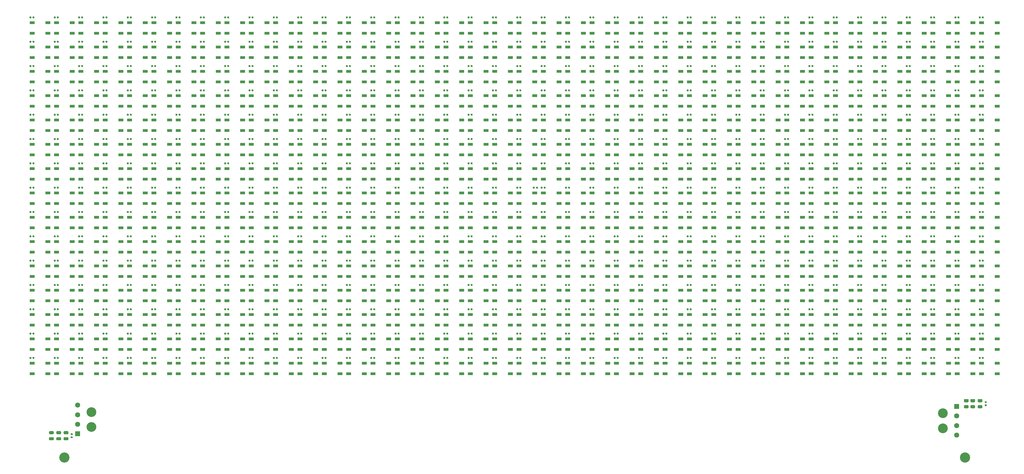
<source format=gts>
%TF.GenerationSoftware,KiCad,Pcbnew,(5.1.10)-1*%
%TF.CreationDate,2022-01-09T00:33:18-08:00*%
%TF.ProjectId,LEDBoard,4c454442-6f61-4726-942e-6b696361645f,rev?*%
%TF.SameCoordinates,Original*%
%TF.FileFunction,Soldermask,Top*%
%TF.FilePolarity,Negative*%
%FSLAX46Y46*%
G04 Gerber Fmt 4.6, Leading zero omitted, Abs format (unit mm)*
G04 Created by KiCad (PCBNEW (5.1.10)-1) date 2022-01-09 00:33:18*
%MOMM*%
%LPD*%
G01*
G04 APERTURE LIST*
%ADD10R,1.605000X1.605000*%
%ADD11C,1.605000*%
%ADD12C,3.050000*%
%ADD13C,3.200000*%
%ADD14R,1.500000X0.900000*%
G04 APERTURE END LIST*
%TO.C,R1*%
G36*
G01*
X198487000Y-106103000D02*
X198487000Y-105733000D01*
G75*
G02*
X198622000Y-105598000I135000J0D01*
G01*
X198892000Y-105598000D01*
G75*
G02*
X199027000Y-105733000I0J-135000D01*
G01*
X199027000Y-106103000D01*
G75*
G02*
X198892000Y-106238000I-135000J0D01*
G01*
X198622000Y-106238000D01*
G75*
G02*
X198487000Y-106103000I0J135000D01*
G01*
G37*
G36*
G01*
X197467000Y-106103000D02*
X197467000Y-105733000D01*
G75*
G02*
X197602000Y-105598000I135000J0D01*
G01*
X197872000Y-105598000D01*
G75*
G02*
X198007000Y-105733000I0J-135000D01*
G01*
X198007000Y-106103000D01*
G75*
G02*
X197872000Y-106238000I-135000J0D01*
G01*
X197602000Y-106238000D01*
G75*
G02*
X197467000Y-106103000I0J135000D01*
G01*
G37*
%TD*%
D10*
%TO.C,CN2*%
X330106000Y-174443000D03*
D11*
X330106000Y-177443000D03*
X330106000Y-180443000D03*
X330106000Y-183443000D03*
D12*
X325786000Y-181293000D03*
X325786000Y-176593000D03*
%TD*%
D13*
%TO.C,H2*%
X50800000Y-190500000D03*
%TD*%
%TO.C,H1*%
X332740000Y-190500000D03*
%TD*%
%TO.C,C608*%
G36*
G01*
X337060000Y-159428000D02*
X337060000Y-159088000D01*
G75*
G02*
X337200000Y-158948000I140000J0D01*
G01*
X337480000Y-158948000D01*
G75*
G02*
X337620000Y-159088000I0J-140000D01*
G01*
X337620000Y-159428000D01*
G75*
G02*
X337480000Y-159568000I-140000J0D01*
G01*
X337200000Y-159568000D01*
G75*
G02*
X337060000Y-159428000I0J140000D01*
G01*
G37*
G36*
G01*
X338020000Y-159428000D02*
X338020000Y-159088000D01*
G75*
G02*
X338160000Y-158948000I140000J0D01*
G01*
X338440000Y-158948000D01*
G75*
G02*
X338580000Y-159088000I0J-140000D01*
G01*
X338580000Y-159428000D01*
G75*
G02*
X338440000Y-159568000I-140000J0D01*
G01*
X338160000Y-159568000D01*
G75*
G02*
X338020000Y-159428000I0J140000D01*
G01*
G37*
%TD*%
%TO.C,C568*%
G36*
G01*
X337060000Y-151808000D02*
X337060000Y-151468000D01*
G75*
G02*
X337200000Y-151328000I140000J0D01*
G01*
X337480000Y-151328000D01*
G75*
G02*
X337620000Y-151468000I0J-140000D01*
G01*
X337620000Y-151808000D01*
G75*
G02*
X337480000Y-151948000I-140000J0D01*
G01*
X337200000Y-151948000D01*
G75*
G02*
X337060000Y-151808000I0J140000D01*
G01*
G37*
G36*
G01*
X338020000Y-151808000D02*
X338020000Y-151468000D01*
G75*
G02*
X338160000Y-151328000I140000J0D01*
G01*
X338440000Y-151328000D01*
G75*
G02*
X338580000Y-151468000I0J-140000D01*
G01*
X338580000Y-151808000D01*
G75*
G02*
X338440000Y-151948000I-140000J0D01*
G01*
X338160000Y-151948000D01*
G75*
G02*
X338020000Y-151808000I0J140000D01*
G01*
G37*
%TD*%
%TO.C,C528*%
G36*
G01*
X337060000Y-144188000D02*
X337060000Y-143848000D01*
G75*
G02*
X337200000Y-143708000I140000J0D01*
G01*
X337480000Y-143708000D01*
G75*
G02*
X337620000Y-143848000I0J-140000D01*
G01*
X337620000Y-144188000D01*
G75*
G02*
X337480000Y-144328000I-140000J0D01*
G01*
X337200000Y-144328000D01*
G75*
G02*
X337060000Y-144188000I0J140000D01*
G01*
G37*
G36*
G01*
X338020000Y-144188000D02*
X338020000Y-143848000D01*
G75*
G02*
X338160000Y-143708000I140000J0D01*
G01*
X338440000Y-143708000D01*
G75*
G02*
X338580000Y-143848000I0J-140000D01*
G01*
X338580000Y-144188000D01*
G75*
G02*
X338440000Y-144328000I-140000J0D01*
G01*
X338160000Y-144328000D01*
G75*
G02*
X338020000Y-144188000I0J140000D01*
G01*
G37*
%TD*%
%TO.C,C488*%
G36*
G01*
X337060000Y-136568000D02*
X337060000Y-136228000D01*
G75*
G02*
X337200000Y-136088000I140000J0D01*
G01*
X337480000Y-136088000D01*
G75*
G02*
X337620000Y-136228000I0J-140000D01*
G01*
X337620000Y-136568000D01*
G75*
G02*
X337480000Y-136708000I-140000J0D01*
G01*
X337200000Y-136708000D01*
G75*
G02*
X337060000Y-136568000I0J140000D01*
G01*
G37*
G36*
G01*
X338020000Y-136568000D02*
X338020000Y-136228000D01*
G75*
G02*
X338160000Y-136088000I140000J0D01*
G01*
X338440000Y-136088000D01*
G75*
G02*
X338580000Y-136228000I0J-140000D01*
G01*
X338580000Y-136568000D01*
G75*
G02*
X338440000Y-136708000I-140000J0D01*
G01*
X338160000Y-136708000D01*
G75*
G02*
X338020000Y-136568000I0J140000D01*
G01*
G37*
%TD*%
%TO.C,C448*%
G36*
G01*
X337060000Y-128948000D02*
X337060000Y-128608000D01*
G75*
G02*
X337200000Y-128468000I140000J0D01*
G01*
X337480000Y-128468000D01*
G75*
G02*
X337620000Y-128608000I0J-140000D01*
G01*
X337620000Y-128948000D01*
G75*
G02*
X337480000Y-129088000I-140000J0D01*
G01*
X337200000Y-129088000D01*
G75*
G02*
X337060000Y-128948000I0J140000D01*
G01*
G37*
G36*
G01*
X338020000Y-128948000D02*
X338020000Y-128608000D01*
G75*
G02*
X338160000Y-128468000I140000J0D01*
G01*
X338440000Y-128468000D01*
G75*
G02*
X338580000Y-128608000I0J-140000D01*
G01*
X338580000Y-128948000D01*
G75*
G02*
X338440000Y-129088000I-140000J0D01*
G01*
X338160000Y-129088000D01*
G75*
G02*
X338020000Y-128948000I0J140000D01*
G01*
G37*
%TD*%
%TO.C,C408*%
G36*
G01*
X337060000Y-121328000D02*
X337060000Y-120988000D01*
G75*
G02*
X337200000Y-120848000I140000J0D01*
G01*
X337480000Y-120848000D01*
G75*
G02*
X337620000Y-120988000I0J-140000D01*
G01*
X337620000Y-121328000D01*
G75*
G02*
X337480000Y-121468000I-140000J0D01*
G01*
X337200000Y-121468000D01*
G75*
G02*
X337060000Y-121328000I0J140000D01*
G01*
G37*
G36*
G01*
X338020000Y-121328000D02*
X338020000Y-120988000D01*
G75*
G02*
X338160000Y-120848000I140000J0D01*
G01*
X338440000Y-120848000D01*
G75*
G02*
X338580000Y-120988000I0J-140000D01*
G01*
X338580000Y-121328000D01*
G75*
G02*
X338440000Y-121468000I-140000J0D01*
G01*
X338160000Y-121468000D01*
G75*
G02*
X338020000Y-121328000I0J140000D01*
G01*
G37*
%TD*%
%TO.C,C368*%
G36*
G01*
X337060000Y-113708000D02*
X337060000Y-113368000D01*
G75*
G02*
X337200000Y-113228000I140000J0D01*
G01*
X337480000Y-113228000D01*
G75*
G02*
X337620000Y-113368000I0J-140000D01*
G01*
X337620000Y-113708000D01*
G75*
G02*
X337480000Y-113848000I-140000J0D01*
G01*
X337200000Y-113848000D01*
G75*
G02*
X337060000Y-113708000I0J140000D01*
G01*
G37*
G36*
G01*
X338020000Y-113708000D02*
X338020000Y-113368000D01*
G75*
G02*
X338160000Y-113228000I140000J0D01*
G01*
X338440000Y-113228000D01*
G75*
G02*
X338580000Y-113368000I0J-140000D01*
G01*
X338580000Y-113708000D01*
G75*
G02*
X338440000Y-113848000I-140000J0D01*
G01*
X338160000Y-113848000D01*
G75*
G02*
X338020000Y-113708000I0J140000D01*
G01*
G37*
%TD*%
%TO.C,C328*%
G36*
G01*
X337060000Y-106088000D02*
X337060000Y-105748000D01*
G75*
G02*
X337200000Y-105608000I140000J0D01*
G01*
X337480000Y-105608000D01*
G75*
G02*
X337620000Y-105748000I0J-140000D01*
G01*
X337620000Y-106088000D01*
G75*
G02*
X337480000Y-106228000I-140000J0D01*
G01*
X337200000Y-106228000D01*
G75*
G02*
X337060000Y-106088000I0J140000D01*
G01*
G37*
G36*
G01*
X338020000Y-106088000D02*
X338020000Y-105748000D01*
G75*
G02*
X338160000Y-105608000I140000J0D01*
G01*
X338440000Y-105608000D01*
G75*
G02*
X338580000Y-105748000I0J-140000D01*
G01*
X338580000Y-106088000D01*
G75*
G02*
X338440000Y-106228000I-140000J0D01*
G01*
X338160000Y-106228000D01*
G75*
G02*
X338020000Y-106088000I0J140000D01*
G01*
G37*
%TD*%
%TO.C,C288*%
G36*
G01*
X337060000Y-98468000D02*
X337060000Y-98128000D01*
G75*
G02*
X337200000Y-97988000I140000J0D01*
G01*
X337480000Y-97988000D01*
G75*
G02*
X337620000Y-98128000I0J-140000D01*
G01*
X337620000Y-98468000D01*
G75*
G02*
X337480000Y-98608000I-140000J0D01*
G01*
X337200000Y-98608000D01*
G75*
G02*
X337060000Y-98468000I0J140000D01*
G01*
G37*
G36*
G01*
X338020000Y-98468000D02*
X338020000Y-98128000D01*
G75*
G02*
X338160000Y-97988000I140000J0D01*
G01*
X338440000Y-97988000D01*
G75*
G02*
X338580000Y-98128000I0J-140000D01*
G01*
X338580000Y-98468000D01*
G75*
G02*
X338440000Y-98608000I-140000J0D01*
G01*
X338160000Y-98608000D01*
G75*
G02*
X338020000Y-98468000I0J140000D01*
G01*
G37*
%TD*%
%TO.C,C248*%
G36*
G01*
X337060000Y-90848000D02*
X337060000Y-90508000D01*
G75*
G02*
X337200000Y-90368000I140000J0D01*
G01*
X337480000Y-90368000D01*
G75*
G02*
X337620000Y-90508000I0J-140000D01*
G01*
X337620000Y-90848000D01*
G75*
G02*
X337480000Y-90988000I-140000J0D01*
G01*
X337200000Y-90988000D01*
G75*
G02*
X337060000Y-90848000I0J140000D01*
G01*
G37*
G36*
G01*
X338020000Y-90848000D02*
X338020000Y-90508000D01*
G75*
G02*
X338160000Y-90368000I140000J0D01*
G01*
X338440000Y-90368000D01*
G75*
G02*
X338580000Y-90508000I0J-140000D01*
G01*
X338580000Y-90848000D01*
G75*
G02*
X338440000Y-90988000I-140000J0D01*
G01*
X338160000Y-90988000D01*
G75*
G02*
X338020000Y-90848000I0J140000D01*
G01*
G37*
%TD*%
%TO.C,C208*%
G36*
G01*
X337060000Y-83228000D02*
X337060000Y-82888000D01*
G75*
G02*
X337200000Y-82748000I140000J0D01*
G01*
X337480000Y-82748000D01*
G75*
G02*
X337620000Y-82888000I0J-140000D01*
G01*
X337620000Y-83228000D01*
G75*
G02*
X337480000Y-83368000I-140000J0D01*
G01*
X337200000Y-83368000D01*
G75*
G02*
X337060000Y-83228000I0J140000D01*
G01*
G37*
G36*
G01*
X338020000Y-83228000D02*
X338020000Y-82888000D01*
G75*
G02*
X338160000Y-82748000I140000J0D01*
G01*
X338440000Y-82748000D01*
G75*
G02*
X338580000Y-82888000I0J-140000D01*
G01*
X338580000Y-83228000D01*
G75*
G02*
X338440000Y-83368000I-140000J0D01*
G01*
X338160000Y-83368000D01*
G75*
G02*
X338020000Y-83228000I0J140000D01*
G01*
G37*
%TD*%
%TO.C,C168*%
G36*
G01*
X337060000Y-75608000D02*
X337060000Y-75268000D01*
G75*
G02*
X337200000Y-75128000I140000J0D01*
G01*
X337480000Y-75128000D01*
G75*
G02*
X337620000Y-75268000I0J-140000D01*
G01*
X337620000Y-75608000D01*
G75*
G02*
X337480000Y-75748000I-140000J0D01*
G01*
X337200000Y-75748000D01*
G75*
G02*
X337060000Y-75608000I0J140000D01*
G01*
G37*
G36*
G01*
X338020000Y-75608000D02*
X338020000Y-75268000D01*
G75*
G02*
X338160000Y-75128000I140000J0D01*
G01*
X338440000Y-75128000D01*
G75*
G02*
X338580000Y-75268000I0J-140000D01*
G01*
X338580000Y-75608000D01*
G75*
G02*
X338440000Y-75748000I-140000J0D01*
G01*
X338160000Y-75748000D01*
G75*
G02*
X338020000Y-75608000I0J140000D01*
G01*
G37*
%TD*%
%TO.C,C128*%
G36*
G01*
X337060000Y-67988000D02*
X337060000Y-67648000D01*
G75*
G02*
X337200000Y-67508000I140000J0D01*
G01*
X337480000Y-67508000D01*
G75*
G02*
X337620000Y-67648000I0J-140000D01*
G01*
X337620000Y-67988000D01*
G75*
G02*
X337480000Y-68128000I-140000J0D01*
G01*
X337200000Y-68128000D01*
G75*
G02*
X337060000Y-67988000I0J140000D01*
G01*
G37*
G36*
G01*
X338020000Y-67988000D02*
X338020000Y-67648000D01*
G75*
G02*
X338160000Y-67508000I140000J0D01*
G01*
X338440000Y-67508000D01*
G75*
G02*
X338580000Y-67648000I0J-140000D01*
G01*
X338580000Y-67988000D01*
G75*
G02*
X338440000Y-68128000I-140000J0D01*
G01*
X338160000Y-68128000D01*
G75*
G02*
X338020000Y-67988000I0J140000D01*
G01*
G37*
%TD*%
%TO.C,C88*%
G36*
G01*
X338020000Y-60368000D02*
X338020000Y-60028000D01*
G75*
G02*
X338160000Y-59888000I140000J0D01*
G01*
X338440000Y-59888000D01*
G75*
G02*
X338580000Y-60028000I0J-140000D01*
G01*
X338580000Y-60368000D01*
G75*
G02*
X338440000Y-60508000I-140000J0D01*
G01*
X338160000Y-60508000D01*
G75*
G02*
X338020000Y-60368000I0J140000D01*
G01*
G37*
G36*
G01*
X337060000Y-60368000D02*
X337060000Y-60028000D01*
G75*
G02*
X337200000Y-59888000I140000J0D01*
G01*
X337480000Y-59888000D01*
G75*
G02*
X337620000Y-60028000I0J-140000D01*
G01*
X337620000Y-60368000D01*
G75*
G02*
X337480000Y-60508000I-140000J0D01*
G01*
X337200000Y-60508000D01*
G75*
G02*
X337060000Y-60368000I0J140000D01*
G01*
G37*
%TD*%
%TO.C,C607*%
G36*
G01*
X329440000Y-159428000D02*
X329440000Y-159088000D01*
G75*
G02*
X329580000Y-158948000I140000J0D01*
G01*
X329860000Y-158948000D01*
G75*
G02*
X330000000Y-159088000I0J-140000D01*
G01*
X330000000Y-159428000D01*
G75*
G02*
X329860000Y-159568000I-140000J0D01*
G01*
X329580000Y-159568000D01*
G75*
G02*
X329440000Y-159428000I0J140000D01*
G01*
G37*
G36*
G01*
X330400000Y-159428000D02*
X330400000Y-159088000D01*
G75*
G02*
X330540000Y-158948000I140000J0D01*
G01*
X330820000Y-158948000D01*
G75*
G02*
X330960000Y-159088000I0J-140000D01*
G01*
X330960000Y-159428000D01*
G75*
G02*
X330820000Y-159568000I-140000J0D01*
G01*
X330540000Y-159568000D01*
G75*
G02*
X330400000Y-159428000I0J140000D01*
G01*
G37*
%TD*%
%TO.C,C606*%
G36*
G01*
X321820000Y-159428000D02*
X321820000Y-159088000D01*
G75*
G02*
X321960000Y-158948000I140000J0D01*
G01*
X322240000Y-158948000D01*
G75*
G02*
X322380000Y-159088000I0J-140000D01*
G01*
X322380000Y-159428000D01*
G75*
G02*
X322240000Y-159568000I-140000J0D01*
G01*
X321960000Y-159568000D01*
G75*
G02*
X321820000Y-159428000I0J140000D01*
G01*
G37*
G36*
G01*
X322780000Y-159428000D02*
X322780000Y-159088000D01*
G75*
G02*
X322920000Y-158948000I140000J0D01*
G01*
X323200000Y-158948000D01*
G75*
G02*
X323340000Y-159088000I0J-140000D01*
G01*
X323340000Y-159428000D01*
G75*
G02*
X323200000Y-159568000I-140000J0D01*
G01*
X322920000Y-159568000D01*
G75*
G02*
X322780000Y-159428000I0J140000D01*
G01*
G37*
%TD*%
%TO.C,C605*%
G36*
G01*
X314200000Y-159428000D02*
X314200000Y-159088000D01*
G75*
G02*
X314340000Y-158948000I140000J0D01*
G01*
X314620000Y-158948000D01*
G75*
G02*
X314760000Y-159088000I0J-140000D01*
G01*
X314760000Y-159428000D01*
G75*
G02*
X314620000Y-159568000I-140000J0D01*
G01*
X314340000Y-159568000D01*
G75*
G02*
X314200000Y-159428000I0J140000D01*
G01*
G37*
G36*
G01*
X315160000Y-159428000D02*
X315160000Y-159088000D01*
G75*
G02*
X315300000Y-158948000I140000J0D01*
G01*
X315580000Y-158948000D01*
G75*
G02*
X315720000Y-159088000I0J-140000D01*
G01*
X315720000Y-159428000D01*
G75*
G02*
X315580000Y-159568000I-140000J0D01*
G01*
X315300000Y-159568000D01*
G75*
G02*
X315160000Y-159428000I0J140000D01*
G01*
G37*
%TD*%
%TO.C,C604*%
G36*
G01*
X306580000Y-159428000D02*
X306580000Y-159088000D01*
G75*
G02*
X306720000Y-158948000I140000J0D01*
G01*
X307000000Y-158948000D01*
G75*
G02*
X307140000Y-159088000I0J-140000D01*
G01*
X307140000Y-159428000D01*
G75*
G02*
X307000000Y-159568000I-140000J0D01*
G01*
X306720000Y-159568000D01*
G75*
G02*
X306580000Y-159428000I0J140000D01*
G01*
G37*
G36*
G01*
X307540000Y-159428000D02*
X307540000Y-159088000D01*
G75*
G02*
X307680000Y-158948000I140000J0D01*
G01*
X307960000Y-158948000D01*
G75*
G02*
X308100000Y-159088000I0J-140000D01*
G01*
X308100000Y-159428000D01*
G75*
G02*
X307960000Y-159568000I-140000J0D01*
G01*
X307680000Y-159568000D01*
G75*
G02*
X307540000Y-159428000I0J140000D01*
G01*
G37*
%TD*%
%TO.C,C603*%
G36*
G01*
X298960000Y-159428000D02*
X298960000Y-159088000D01*
G75*
G02*
X299100000Y-158948000I140000J0D01*
G01*
X299380000Y-158948000D01*
G75*
G02*
X299520000Y-159088000I0J-140000D01*
G01*
X299520000Y-159428000D01*
G75*
G02*
X299380000Y-159568000I-140000J0D01*
G01*
X299100000Y-159568000D01*
G75*
G02*
X298960000Y-159428000I0J140000D01*
G01*
G37*
G36*
G01*
X299920000Y-159428000D02*
X299920000Y-159088000D01*
G75*
G02*
X300060000Y-158948000I140000J0D01*
G01*
X300340000Y-158948000D01*
G75*
G02*
X300480000Y-159088000I0J-140000D01*
G01*
X300480000Y-159428000D01*
G75*
G02*
X300340000Y-159568000I-140000J0D01*
G01*
X300060000Y-159568000D01*
G75*
G02*
X299920000Y-159428000I0J140000D01*
G01*
G37*
%TD*%
%TO.C,C602*%
G36*
G01*
X291340000Y-159428000D02*
X291340000Y-159088000D01*
G75*
G02*
X291480000Y-158948000I140000J0D01*
G01*
X291760000Y-158948000D01*
G75*
G02*
X291900000Y-159088000I0J-140000D01*
G01*
X291900000Y-159428000D01*
G75*
G02*
X291760000Y-159568000I-140000J0D01*
G01*
X291480000Y-159568000D01*
G75*
G02*
X291340000Y-159428000I0J140000D01*
G01*
G37*
G36*
G01*
X292300000Y-159428000D02*
X292300000Y-159088000D01*
G75*
G02*
X292440000Y-158948000I140000J0D01*
G01*
X292720000Y-158948000D01*
G75*
G02*
X292860000Y-159088000I0J-140000D01*
G01*
X292860000Y-159428000D01*
G75*
G02*
X292720000Y-159568000I-140000J0D01*
G01*
X292440000Y-159568000D01*
G75*
G02*
X292300000Y-159428000I0J140000D01*
G01*
G37*
%TD*%
%TO.C,C601*%
G36*
G01*
X283720000Y-159428000D02*
X283720000Y-159088000D01*
G75*
G02*
X283860000Y-158948000I140000J0D01*
G01*
X284140000Y-158948000D01*
G75*
G02*
X284280000Y-159088000I0J-140000D01*
G01*
X284280000Y-159428000D01*
G75*
G02*
X284140000Y-159568000I-140000J0D01*
G01*
X283860000Y-159568000D01*
G75*
G02*
X283720000Y-159428000I0J140000D01*
G01*
G37*
G36*
G01*
X284680000Y-159428000D02*
X284680000Y-159088000D01*
G75*
G02*
X284820000Y-158948000I140000J0D01*
G01*
X285100000Y-158948000D01*
G75*
G02*
X285240000Y-159088000I0J-140000D01*
G01*
X285240000Y-159428000D01*
G75*
G02*
X285100000Y-159568000I-140000J0D01*
G01*
X284820000Y-159568000D01*
G75*
G02*
X284680000Y-159428000I0J140000D01*
G01*
G37*
%TD*%
%TO.C,C600*%
G36*
G01*
X276100000Y-159428000D02*
X276100000Y-159088000D01*
G75*
G02*
X276240000Y-158948000I140000J0D01*
G01*
X276520000Y-158948000D01*
G75*
G02*
X276660000Y-159088000I0J-140000D01*
G01*
X276660000Y-159428000D01*
G75*
G02*
X276520000Y-159568000I-140000J0D01*
G01*
X276240000Y-159568000D01*
G75*
G02*
X276100000Y-159428000I0J140000D01*
G01*
G37*
G36*
G01*
X277060000Y-159428000D02*
X277060000Y-159088000D01*
G75*
G02*
X277200000Y-158948000I140000J0D01*
G01*
X277480000Y-158948000D01*
G75*
G02*
X277620000Y-159088000I0J-140000D01*
G01*
X277620000Y-159428000D01*
G75*
G02*
X277480000Y-159568000I-140000J0D01*
G01*
X277200000Y-159568000D01*
G75*
G02*
X277060000Y-159428000I0J140000D01*
G01*
G37*
%TD*%
%TO.C,C599*%
G36*
G01*
X268480000Y-159428000D02*
X268480000Y-159088000D01*
G75*
G02*
X268620000Y-158948000I140000J0D01*
G01*
X268900000Y-158948000D01*
G75*
G02*
X269040000Y-159088000I0J-140000D01*
G01*
X269040000Y-159428000D01*
G75*
G02*
X268900000Y-159568000I-140000J0D01*
G01*
X268620000Y-159568000D01*
G75*
G02*
X268480000Y-159428000I0J140000D01*
G01*
G37*
G36*
G01*
X269440000Y-159428000D02*
X269440000Y-159088000D01*
G75*
G02*
X269580000Y-158948000I140000J0D01*
G01*
X269860000Y-158948000D01*
G75*
G02*
X270000000Y-159088000I0J-140000D01*
G01*
X270000000Y-159428000D01*
G75*
G02*
X269860000Y-159568000I-140000J0D01*
G01*
X269580000Y-159568000D01*
G75*
G02*
X269440000Y-159428000I0J140000D01*
G01*
G37*
%TD*%
%TO.C,C598*%
G36*
G01*
X260860000Y-159428000D02*
X260860000Y-159088000D01*
G75*
G02*
X261000000Y-158948000I140000J0D01*
G01*
X261280000Y-158948000D01*
G75*
G02*
X261420000Y-159088000I0J-140000D01*
G01*
X261420000Y-159428000D01*
G75*
G02*
X261280000Y-159568000I-140000J0D01*
G01*
X261000000Y-159568000D01*
G75*
G02*
X260860000Y-159428000I0J140000D01*
G01*
G37*
G36*
G01*
X261820000Y-159428000D02*
X261820000Y-159088000D01*
G75*
G02*
X261960000Y-158948000I140000J0D01*
G01*
X262240000Y-158948000D01*
G75*
G02*
X262380000Y-159088000I0J-140000D01*
G01*
X262380000Y-159428000D01*
G75*
G02*
X262240000Y-159568000I-140000J0D01*
G01*
X261960000Y-159568000D01*
G75*
G02*
X261820000Y-159428000I0J140000D01*
G01*
G37*
%TD*%
%TO.C,C597*%
G36*
G01*
X253240000Y-159428000D02*
X253240000Y-159088000D01*
G75*
G02*
X253380000Y-158948000I140000J0D01*
G01*
X253660000Y-158948000D01*
G75*
G02*
X253800000Y-159088000I0J-140000D01*
G01*
X253800000Y-159428000D01*
G75*
G02*
X253660000Y-159568000I-140000J0D01*
G01*
X253380000Y-159568000D01*
G75*
G02*
X253240000Y-159428000I0J140000D01*
G01*
G37*
G36*
G01*
X254200000Y-159428000D02*
X254200000Y-159088000D01*
G75*
G02*
X254340000Y-158948000I140000J0D01*
G01*
X254620000Y-158948000D01*
G75*
G02*
X254760000Y-159088000I0J-140000D01*
G01*
X254760000Y-159428000D01*
G75*
G02*
X254620000Y-159568000I-140000J0D01*
G01*
X254340000Y-159568000D01*
G75*
G02*
X254200000Y-159428000I0J140000D01*
G01*
G37*
%TD*%
%TO.C,C596*%
G36*
G01*
X245620000Y-159428000D02*
X245620000Y-159088000D01*
G75*
G02*
X245760000Y-158948000I140000J0D01*
G01*
X246040000Y-158948000D01*
G75*
G02*
X246180000Y-159088000I0J-140000D01*
G01*
X246180000Y-159428000D01*
G75*
G02*
X246040000Y-159568000I-140000J0D01*
G01*
X245760000Y-159568000D01*
G75*
G02*
X245620000Y-159428000I0J140000D01*
G01*
G37*
G36*
G01*
X246580000Y-159428000D02*
X246580000Y-159088000D01*
G75*
G02*
X246720000Y-158948000I140000J0D01*
G01*
X247000000Y-158948000D01*
G75*
G02*
X247140000Y-159088000I0J-140000D01*
G01*
X247140000Y-159428000D01*
G75*
G02*
X247000000Y-159568000I-140000J0D01*
G01*
X246720000Y-159568000D01*
G75*
G02*
X246580000Y-159428000I0J140000D01*
G01*
G37*
%TD*%
%TO.C,C595*%
G36*
G01*
X238000000Y-159428000D02*
X238000000Y-159088000D01*
G75*
G02*
X238140000Y-158948000I140000J0D01*
G01*
X238420000Y-158948000D01*
G75*
G02*
X238560000Y-159088000I0J-140000D01*
G01*
X238560000Y-159428000D01*
G75*
G02*
X238420000Y-159568000I-140000J0D01*
G01*
X238140000Y-159568000D01*
G75*
G02*
X238000000Y-159428000I0J140000D01*
G01*
G37*
G36*
G01*
X238960000Y-159428000D02*
X238960000Y-159088000D01*
G75*
G02*
X239100000Y-158948000I140000J0D01*
G01*
X239380000Y-158948000D01*
G75*
G02*
X239520000Y-159088000I0J-140000D01*
G01*
X239520000Y-159428000D01*
G75*
G02*
X239380000Y-159568000I-140000J0D01*
G01*
X239100000Y-159568000D01*
G75*
G02*
X238960000Y-159428000I0J140000D01*
G01*
G37*
%TD*%
%TO.C,C594*%
G36*
G01*
X230380000Y-159428000D02*
X230380000Y-159088000D01*
G75*
G02*
X230520000Y-158948000I140000J0D01*
G01*
X230800000Y-158948000D01*
G75*
G02*
X230940000Y-159088000I0J-140000D01*
G01*
X230940000Y-159428000D01*
G75*
G02*
X230800000Y-159568000I-140000J0D01*
G01*
X230520000Y-159568000D01*
G75*
G02*
X230380000Y-159428000I0J140000D01*
G01*
G37*
G36*
G01*
X231340000Y-159428000D02*
X231340000Y-159088000D01*
G75*
G02*
X231480000Y-158948000I140000J0D01*
G01*
X231760000Y-158948000D01*
G75*
G02*
X231900000Y-159088000I0J-140000D01*
G01*
X231900000Y-159428000D01*
G75*
G02*
X231760000Y-159568000I-140000J0D01*
G01*
X231480000Y-159568000D01*
G75*
G02*
X231340000Y-159428000I0J140000D01*
G01*
G37*
%TD*%
%TO.C,C593*%
G36*
G01*
X222760000Y-159428000D02*
X222760000Y-159088000D01*
G75*
G02*
X222900000Y-158948000I140000J0D01*
G01*
X223180000Y-158948000D01*
G75*
G02*
X223320000Y-159088000I0J-140000D01*
G01*
X223320000Y-159428000D01*
G75*
G02*
X223180000Y-159568000I-140000J0D01*
G01*
X222900000Y-159568000D01*
G75*
G02*
X222760000Y-159428000I0J140000D01*
G01*
G37*
G36*
G01*
X223720000Y-159428000D02*
X223720000Y-159088000D01*
G75*
G02*
X223860000Y-158948000I140000J0D01*
G01*
X224140000Y-158948000D01*
G75*
G02*
X224280000Y-159088000I0J-140000D01*
G01*
X224280000Y-159428000D01*
G75*
G02*
X224140000Y-159568000I-140000J0D01*
G01*
X223860000Y-159568000D01*
G75*
G02*
X223720000Y-159428000I0J140000D01*
G01*
G37*
%TD*%
%TO.C,C592*%
G36*
G01*
X215140000Y-159428000D02*
X215140000Y-159088000D01*
G75*
G02*
X215280000Y-158948000I140000J0D01*
G01*
X215560000Y-158948000D01*
G75*
G02*
X215700000Y-159088000I0J-140000D01*
G01*
X215700000Y-159428000D01*
G75*
G02*
X215560000Y-159568000I-140000J0D01*
G01*
X215280000Y-159568000D01*
G75*
G02*
X215140000Y-159428000I0J140000D01*
G01*
G37*
G36*
G01*
X216100000Y-159428000D02*
X216100000Y-159088000D01*
G75*
G02*
X216240000Y-158948000I140000J0D01*
G01*
X216520000Y-158948000D01*
G75*
G02*
X216660000Y-159088000I0J-140000D01*
G01*
X216660000Y-159428000D01*
G75*
G02*
X216520000Y-159568000I-140000J0D01*
G01*
X216240000Y-159568000D01*
G75*
G02*
X216100000Y-159428000I0J140000D01*
G01*
G37*
%TD*%
%TO.C,C591*%
G36*
G01*
X207520000Y-159428000D02*
X207520000Y-159088000D01*
G75*
G02*
X207660000Y-158948000I140000J0D01*
G01*
X207940000Y-158948000D01*
G75*
G02*
X208080000Y-159088000I0J-140000D01*
G01*
X208080000Y-159428000D01*
G75*
G02*
X207940000Y-159568000I-140000J0D01*
G01*
X207660000Y-159568000D01*
G75*
G02*
X207520000Y-159428000I0J140000D01*
G01*
G37*
G36*
G01*
X208480000Y-159428000D02*
X208480000Y-159088000D01*
G75*
G02*
X208620000Y-158948000I140000J0D01*
G01*
X208900000Y-158948000D01*
G75*
G02*
X209040000Y-159088000I0J-140000D01*
G01*
X209040000Y-159428000D01*
G75*
G02*
X208900000Y-159568000I-140000J0D01*
G01*
X208620000Y-159568000D01*
G75*
G02*
X208480000Y-159428000I0J140000D01*
G01*
G37*
%TD*%
%TO.C,C590*%
G36*
G01*
X199900000Y-159428000D02*
X199900000Y-159088000D01*
G75*
G02*
X200040000Y-158948000I140000J0D01*
G01*
X200320000Y-158948000D01*
G75*
G02*
X200460000Y-159088000I0J-140000D01*
G01*
X200460000Y-159428000D01*
G75*
G02*
X200320000Y-159568000I-140000J0D01*
G01*
X200040000Y-159568000D01*
G75*
G02*
X199900000Y-159428000I0J140000D01*
G01*
G37*
G36*
G01*
X200860000Y-159428000D02*
X200860000Y-159088000D01*
G75*
G02*
X201000000Y-158948000I140000J0D01*
G01*
X201280000Y-158948000D01*
G75*
G02*
X201420000Y-159088000I0J-140000D01*
G01*
X201420000Y-159428000D01*
G75*
G02*
X201280000Y-159568000I-140000J0D01*
G01*
X201000000Y-159568000D01*
G75*
G02*
X200860000Y-159428000I0J140000D01*
G01*
G37*
%TD*%
%TO.C,C589*%
G36*
G01*
X192280000Y-159428000D02*
X192280000Y-159088000D01*
G75*
G02*
X192420000Y-158948000I140000J0D01*
G01*
X192700000Y-158948000D01*
G75*
G02*
X192840000Y-159088000I0J-140000D01*
G01*
X192840000Y-159428000D01*
G75*
G02*
X192700000Y-159568000I-140000J0D01*
G01*
X192420000Y-159568000D01*
G75*
G02*
X192280000Y-159428000I0J140000D01*
G01*
G37*
G36*
G01*
X193240000Y-159428000D02*
X193240000Y-159088000D01*
G75*
G02*
X193380000Y-158948000I140000J0D01*
G01*
X193660000Y-158948000D01*
G75*
G02*
X193800000Y-159088000I0J-140000D01*
G01*
X193800000Y-159428000D01*
G75*
G02*
X193660000Y-159568000I-140000J0D01*
G01*
X193380000Y-159568000D01*
G75*
G02*
X193240000Y-159428000I0J140000D01*
G01*
G37*
%TD*%
%TO.C,C588*%
G36*
G01*
X184660000Y-159428000D02*
X184660000Y-159088000D01*
G75*
G02*
X184800000Y-158948000I140000J0D01*
G01*
X185080000Y-158948000D01*
G75*
G02*
X185220000Y-159088000I0J-140000D01*
G01*
X185220000Y-159428000D01*
G75*
G02*
X185080000Y-159568000I-140000J0D01*
G01*
X184800000Y-159568000D01*
G75*
G02*
X184660000Y-159428000I0J140000D01*
G01*
G37*
G36*
G01*
X185620000Y-159428000D02*
X185620000Y-159088000D01*
G75*
G02*
X185760000Y-158948000I140000J0D01*
G01*
X186040000Y-158948000D01*
G75*
G02*
X186180000Y-159088000I0J-140000D01*
G01*
X186180000Y-159428000D01*
G75*
G02*
X186040000Y-159568000I-140000J0D01*
G01*
X185760000Y-159568000D01*
G75*
G02*
X185620000Y-159428000I0J140000D01*
G01*
G37*
%TD*%
%TO.C,C587*%
G36*
G01*
X177040000Y-159428000D02*
X177040000Y-159088000D01*
G75*
G02*
X177180000Y-158948000I140000J0D01*
G01*
X177460000Y-158948000D01*
G75*
G02*
X177600000Y-159088000I0J-140000D01*
G01*
X177600000Y-159428000D01*
G75*
G02*
X177460000Y-159568000I-140000J0D01*
G01*
X177180000Y-159568000D01*
G75*
G02*
X177040000Y-159428000I0J140000D01*
G01*
G37*
G36*
G01*
X178000000Y-159428000D02*
X178000000Y-159088000D01*
G75*
G02*
X178140000Y-158948000I140000J0D01*
G01*
X178420000Y-158948000D01*
G75*
G02*
X178560000Y-159088000I0J-140000D01*
G01*
X178560000Y-159428000D01*
G75*
G02*
X178420000Y-159568000I-140000J0D01*
G01*
X178140000Y-159568000D01*
G75*
G02*
X178000000Y-159428000I0J140000D01*
G01*
G37*
%TD*%
%TO.C,C586*%
G36*
G01*
X169420000Y-159428000D02*
X169420000Y-159088000D01*
G75*
G02*
X169560000Y-158948000I140000J0D01*
G01*
X169840000Y-158948000D01*
G75*
G02*
X169980000Y-159088000I0J-140000D01*
G01*
X169980000Y-159428000D01*
G75*
G02*
X169840000Y-159568000I-140000J0D01*
G01*
X169560000Y-159568000D01*
G75*
G02*
X169420000Y-159428000I0J140000D01*
G01*
G37*
G36*
G01*
X170380000Y-159428000D02*
X170380000Y-159088000D01*
G75*
G02*
X170520000Y-158948000I140000J0D01*
G01*
X170800000Y-158948000D01*
G75*
G02*
X170940000Y-159088000I0J-140000D01*
G01*
X170940000Y-159428000D01*
G75*
G02*
X170800000Y-159568000I-140000J0D01*
G01*
X170520000Y-159568000D01*
G75*
G02*
X170380000Y-159428000I0J140000D01*
G01*
G37*
%TD*%
%TO.C,C585*%
G36*
G01*
X161800000Y-159428000D02*
X161800000Y-159088000D01*
G75*
G02*
X161940000Y-158948000I140000J0D01*
G01*
X162220000Y-158948000D01*
G75*
G02*
X162360000Y-159088000I0J-140000D01*
G01*
X162360000Y-159428000D01*
G75*
G02*
X162220000Y-159568000I-140000J0D01*
G01*
X161940000Y-159568000D01*
G75*
G02*
X161800000Y-159428000I0J140000D01*
G01*
G37*
G36*
G01*
X162760000Y-159428000D02*
X162760000Y-159088000D01*
G75*
G02*
X162900000Y-158948000I140000J0D01*
G01*
X163180000Y-158948000D01*
G75*
G02*
X163320000Y-159088000I0J-140000D01*
G01*
X163320000Y-159428000D01*
G75*
G02*
X163180000Y-159568000I-140000J0D01*
G01*
X162900000Y-159568000D01*
G75*
G02*
X162760000Y-159428000I0J140000D01*
G01*
G37*
%TD*%
%TO.C,C584*%
G36*
G01*
X154180000Y-159428000D02*
X154180000Y-159088000D01*
G75*
G02*
X154320000Y-158948000I140000J0D01*
G01*
X154600000Y-158948000D01*
G75*
G02*
X154740000Y-159088000I0J-140000D01*
G01*
X154740000Y-159428000D01*
G75*
G02*
X154600000Y-159568000I-140000J0D01*
G01*
X154320000Y-159568000D01*
G75*
G02*
X154180000Y-159428000I0J140000D01*
G01*
G37*
G36*
G01*
X155140000Y-159428000D02*
X155140000Y-159088000D01*
G75*
G02*
X155280000Y-158948000I140000J0D01*
G01*
X155560000Y-158948000D01*
G75*
G02*
X155700000Y-159088000I0J-140000D01*
G01*
X155700000Y-159428000D01*
G75*
G02*
X155560000Y-159568000I-140000J0D01*
G01*
X155280000Y-159568000D01*
G75*
G02*
X155140000Y-159428000I0J140000D01*
G01*
G37*
%TD*%
%TO.C,C583*%
G36*
G01*
X146560000Y-159428000D02*
X146560000Y-159088000D01*
G75*
G02*
X146700000Y-158948000I140000J0D01*
G01*
X146980000Y-158948000D01*
G75*
G02*
X147120000Y-159088000I0J-140000D01*
G01*
X147120000Y-159428000D01*
G75*
G02*
X146980000Y-159568000I-140000J0D01*
G01*
X146700000Y-159568000D01*
G75*
G02*
X146560000Y-159428000I0J140000D01*
G01*
G37*
G36*
G01*
X147520000Y-159428000D02*
X147520000Y-159088000D01*
G75*
G02*
X147660000Y-158948000I140000J0D01*
G01*
X147940000Y-158948000D01*
G75*
G02*
X148080000Y-159088000I0J-140000D01*
G01*
X148080000Y-159428000D01*
G75*
G02*
X147940000Y-159568000I-140000J0D01*
G01*
X147660000Y-159568000D01*
G75*
G02*
X147520000Y-159428000I0J140000D01*
G01*
G37*
%TD*%
%TO.C,C582*%
G36*
G01*
X138940000Y-159428000D02*
X138940000Y-159088000D01*
G75*
G02*
X139080000Y-158948000I140000J0D01*
G01*
X139360000Y-158948000D01*
G75*
G02*
X139500000Y-159088000I0J-140000D01*
G01*
X139500000Y-159428000D01*
G75*
G02*
X139360000Y-159568000I-140000J0D01*
G01*
X139080000Y-159568000D01*
G75*
G02*
X138940000Y-159428000I0J140000D01*
G01*
G37*
G36*
G01*
X139900000Y-159428000D02*
X139900000Y-159088000D01*
G75*
G02*
X140040000Y-158948000I140000J0D01*
G01*
X140320000Y-158948000D01*
G75*
G02*
X140460000Y-159088000I0J-140000D01*
G01*
X140460000Y-159428000D01*
G75*
G02*
X140320000Y-159568000I-140000J0D01*
G01*
X140040000Y-159568000D01*
G75*
G02*
X139900000Y-159428000I0J140000D01*
G01*
G37*
%TD*%
%TO.C,C581*%
G36*
G01*
X131320000Y-159428000D02*
X131320000Y-159088000D01*
G75*
G02*
X131460000Y-158948000I140000J0D01*
G01*
X131740000Y-158948000D01*
G75*
G02*
X131880000Y-159088000I0J-140000D01*
G01*
X131880000Y-159428000D01*
G75*
G02*
X131740000Y-159568000I-140000J0D01*
G01*
X131460000Y-159568000D01*
G75*
G02*
X131320000Y-159428000I0J140000D01*
G01*
G37*
G36*
G01*
X132280000Y-159428000D02*
X132280000Y-159088000D01*
G75*
G02*
X132420000Y-158948000I140000J0D01*
G01*
X132700000Y-158948000D01*
G75*
G02*
X132840000Y-159088000I0J-140000D01*
G01*
X132840000Y-159428000D01*
G75*
G02*
X132700000Y-159568000I-140000J0D01*
G01*
X132420000Y-159568000D01*
G75*
G02*
X132280000Y-159428000I0J140000D01*
G01*
G37*
%TD*%
%TO.C,C580*%
G36*
G01*
X123700000Y-159428000D02*
X123700000Y-159088000D01*
G75*
G02*
X123840000Y-158948000I140000J0D01*
G01*
X124120000Y-158948000D01*
G75*
G02*
X124260000Y-159088000I0J-140000D01*
G01*
X124260000Y-159428000D01*
G75*
G02*
X124120000Y-159568000I-140000J0D01*
G01*
X123840000Y-159568000D01*
G75*
G02*
X123700000Y-159428000I0J140000D01*
G01*
G37*
G36*
G01*
X124660000Y-159428000D02*
X124660000Y-159088000D01*
G75*
G02*
X124800000Y-158948000I140000J0D01*
G01*
X125080000Y-158948000D01*
G75*
G02*
X125220000Y-159088000I0J-140000D01*
G01*
X125220000Y-159428000D01*
G75*
G02*
X125080000Y-159568000I-140000J0D01*
G01*
X124800000Y-159568000D01*
G75*
G02*
X124660000Y-159428000I0J140000D01*
G01*
G37*
%TD*%
%TO.C,C579*%
G36*
G01*
X116080000Y-159428000D02*
X116080000Y-159088000D01*
G75*
G02*
X116220000Y-158948000I140000J0D01*
G01*
X116500000Y-158948000D01*
G75*
G02*
X116640000Y-159088000I0J-140000D01*
G01*
X116640000Y-159428000D01*
G75*
G02*
X116500000Y-159568000I-140000J0D01*
G01*
X116220000Y-159568000D01*
G75*
G02*
X116080000Y-159428000I0J140000D01*
G01*
G37*
G36*
G01*
X117040000Y-159428000D02*
X117040000Y-159088000D01*
G75*
G02*
X117180000Y-158948000I140000J0D01*
G01*
X117460000Y-158948000D01*
G75*
G02*
X117600000Y-159088000I0J-140000D01*
G01*
X117600000Y-159428000D01*
G75*
G02*
X117460000Y-159568000I-140000J0D01*
G01*
X117180000Y-159568000D01*
G75*
G02*
X117040000Y-159428000I0J140000D01*
G01*
G37*
%TD*%
%TO.C,C578*%
G36*
G01*
X108460000Y-159428000D02*
X108460000Y-159088000D01*
G75*
G02*
X108600000Y-158948000I140000J0D01*
G01*
X108880000Y-158948000D01*
G75*
G02*
X109020000Y-159088000I0J-140000D01*
G01*
X109020000Y-159428000D01*
G75*
G02*
X108880000Y-159568000I-140000J0D01*
G01*
X108600000Y-159568000D01*
G75*
G02*
X108460000Y-159428000I0J140000D01*
G01*
G37*
G36*
G01*
X109420000Y-159428000D02*
X109420000Y-159088000D01*
G75*
G02*
X109560000Y-158948000I140000J0D01*
G01*
X109840000Y-158948000D01*
G75*
G02*
X109980000Y-159088000I0J-140000D01*
G01*
X109980000Y-159428000D01*
G75*
G02*
X109840000Y-159568000I-140000J0D01*
G01*
X109560000Y-159568000D01*
G75*
G02*
X109420000Y-159428000I0J140000D01*
G01*
G37*
%TD*%
%TO.C,C577*%
G36*
G01*
X100840000Y-159428000D02*
X100840000Y-159088000D01*
G75*
G02*
X100980000Y-158948000I140000J0D01*
G01*
X101260000Y-158948000D01*
G75*
G02*
X101400000Y-159088000I0J-140000D01*
G01*
X101400000Y-159428000D01*
G75*
G02*
X101260000Y-159568000I-140000J0D01*
G01*
X100980000Y-159568000D01*
G75*
G02*
X100840000Y-159428000I0J140000D01*
G01*
G37*
G36*
G01*
X101800000Y-159428000D02*
X101800000Y-159088000D01*
G75*
G02*
X101940000Y-158948000I140000J0D01*
G01*
X102220000Y-158948000D01*
G75*
G02*
X102360000Y-159088000I0J-140000D01*
G01*
X102360000Y-159428000D01*
G75*
G02*
X102220000Y-159568000I-140000J0D01*
G01*
X101940000Y-159568000D01*
G75*
G02*
X101800000Y-159428000I0J140000D01*
G01*
G37*
%TD*%
%TO.C,C576*%
G36*
G01*
X93220000Y-159428000D02*
X93220000Y-159088000D01*
G75*
G02*
X93360000Y-158948000I140000J0D01*
G01*
X93640000Y-158948000D01*
G75*
G02*
X93780000Y-159088000I0J-140000D01*
G01*
X93780000Y-159428000D01*
G75*
G02*
X93640000Y-159568000I-140000J0D01*
G01*
X93360000Y-159568000D01*
G75*
G02*
X93220000Y-159428000I0J140000D01*
G01*
G37*
G36*
G01*
X94180000Y-159428000D02*
X94180000Y-159088000D01*
G75*
G02*
X94320000Y-158948000I140000J0D01*
G01*
X94600000Y-158948000D01*
G75*
G02*
X94740000Y-159088000I0J-140000D01*
G01*
X94740000Y-159428000D01*
G75*
G02*
X94600000Y-159568000I-140000J0D01*
G01*
X94320000Y-159568000D01*
G75*
G02*
X94180000Y-159428000I0J140000D01*
G01*
G37*
%TD*%
%TO.C,C575*%
G36*
G01*
X85600000Y-159428000D02*
X85600000Y-159088000D01*
G75*
G02*
X85740000Y-158948000I140000J0D01*
G01*
X86020000Y-158948000D01*
G75*
G02*
X86160000Y-159088000I0J-140000D01*
G01*
X86160000Y-159428000D01*
G75*
G02*
X86020000Y-159568000I-140000J0D01*
G01*
X85740000Y-159568000D01*
G75*
G02*
X85600000Y-159428000I0J140000D01*
G01*
G37*
G36*
G01*
X86560000Y-159428000D02*
X86560000Y-159088000D01*
G75*
G02*
X86700000Y-158948000I140000J0D01*
G01*
X86980000Y-158948000D01*
G75*
G02*
X87120000Y-159088000I0J-140000D01*
G01*
X87120000Y-159428000D01*
G75*
G02*
X86980000Y-159568000I-140000J0D01*
G01*
X86700000Y-159568000D01*
G75*
G02*
X86560000Y-159428000I0J140000D01*
G01*
G37*
%TD*%
%TO.C,C574*%
G36*
G01*
X77980000Y-159428000D02*
X77980000Y-159088000D01*
G75*
G02*
X78120000Y-158948000I140000J0D01*
G01*
X78400000Y-158948000D01*
G75*
G02*
X78540000Y-159088000I0J-140000D01*
G01*
X78540000Y-159428000D01*
G75*
G02*
X78400000Y-159568000I-140000J0D01*
G01*
X78120000Y-159568000D01*
G75*
G02*
X77980000Y-159428000I0J140000D01*
G01*
G37*
G36*
G01*
X78940000Y-159428000D02*
X78940000Y-159088000D01*
G75*
G02*
X79080000Y-158948000I140000J0D01*
G01*
X79360000Y-158948000D01*
G75*
G02*
X79500000Y-159088000I0J-140000D01*
G01*
X79500000Y-159428000D01*
G75*
G02*
X79360000Y-159568000I-140000J0D01*
G01*
X79080000Y-159568000D01*
G75*
G02*
X78940000Y-159428000I0J140000D01*
G01*
G37*
%TD*%
%TO.C,C573*%
G36*
G01*
X70360000Y-159428000D02*
X70360000Y-159088000D01*
G75*
G02*
X70500000Y-158948000I140000J0D01*
G01*
X70780000Y-158948000D01*
G75*
G02*
X70920000Y-159088000I0J-140000D01*
G01*
X70920000Y-159428000D01*
G75*
G02*
X70780000Y-159568000I-140000J0D01*
G01*
X70500000Y-159568000D01*
G75*
G02*
X70360000Y-159428000I0J140000D01*
G01*
G37*
G36*
G01*
X71320000Y-159428000D02*
X71320000Y-159088000D01*
G75*
G02*
X71460000Y-158948000I140000J0D01*
G01*
X71740000Y-158948000D01*
G75*
G02*
X71880000Y-159088000I0J-140000D01*
G01*
X71880000Y-159428000D01*
G75*
G02*
X71740000Y-159568000I-140000J0D01*
G01*
X71460000Y-159568000D01*
G75*
G02*
X71320000Y-159428000I0J140000D01*
G01*
G37*
%TD*%
%TO.C,C572*%
G36*
G01*
X62740000Y-159428000D02*
X62740000Y-159088000D01*
G75*
G02*
X62880000Y-158948000I140000J0D01*
G01*
X63160000Y-158948000D01*
G75*
G02*
X63300000Y-159088000I0J-140000D01*
G01*
X63300000Y-159428000D01*
G75*
G02*
X63160000Y-159568000I-140000J0D01*
G01*
X62880000Y-159568000D01*
G75*
G02*
X62740000Y-159428000I0J140000D01*
G01*
G37*
G36*
G01*
X63700000Y-159428000D02*
X63700000Y-159088000D01*
G75*
G02*
X63840000Y-158948000I140000J0D01*
G01*
X64120000Y-158948000D01*
G75*
G02*
X64260000Y-159088000I0J-140000D01*
G01*
X64260000Y-159428000D01*
G75*
G02*
X64120000Y-159568000I-140000J0D01*
G01*
X63840000Y-159568000D01*
G75*
G02*
X63700000Y-159428000I0J140000D01*
G01*
G37*
%TD*%
%TO.C,C571*%
G36*
G01*
X55120000Y-159428000D02*
X55120000Y-159088000D01*
G75*
G02*
X55260000Y-158948000I140000J0D01*
G01*
X55540000Y-158948000D01*
G75*
G02*
X55680000Y-159088000I0J-140000D01*
G01*
X55680000Y-159428000D01*
G75*
G02*
X55540000Y-159568000I-140000J0D01*
G01*
X55260000Y-159568000D01*
G75*
G02*
X55120000Y-159428000I0J140000D01*
G01*
G37*
G36*
G01*
X56080000Y-159428000D02*
X56080000Y-159088000D01*
G75*
G02*
X56220000Y-158948000I140000J0D01*
G01*
X56500000Y-158948000D01*
G75*
G02*
X56640000Y-159088000I0J-140000D01*
G01*
X56640000Y-159428000D01*
G75*
G02*
X56500000Y-159568000I-140000J0D01*
G01*
X56220000Y-159568000D01*
G75*
G02*
X56080000Y-159428000I0J140000D01*
G01*
G37*
%TD*%
%TO.C,C570*%
G36*
G01*
X47500000Y-159428000D02*
X47500000Y-159088000D01*
G75*
G02*
X47640000Y-158948000I140000J0D01*
G01*
X47920000Y-158948000D01*
G75*
G02*
X48060000Y-159088000I0J-140000D01*
G01*
X48060000Y-159428000D01*
G75*
G02*
X47920000Y-159568000I-140000J0D01*
G01*
X47640000Y-159568000D01*
G75*
G02*
X47500000Y-159428000I0J140000D01*
G01*
G37*
G36*
G01*
X48460000Y-159428000D02*
X48460000Y-159088000D01*
G75*
G02*
X48600000Y-158948000I140000J0D01*
G01*
X48880000Y-158948000D01*
G75*
G02*
X49020000Y-159088000I0J-140000D01*
G01*
X49020000Y-159428000D01*
G75*
G02*
X48880000Y-159568000I-140000J0D01*
G01*
X48600000Y-159568000D01*
G75*
G02*
X48460000Y-159428000I0J140000D01*
G01*
G37*
%TD*%
%TO.C,C569*%
G36*
G01*
X39880000Y-159428000D02*
X39880000Y-159088000D01*
G75*
G02*
X40020000Y-158948000I140000J0D01*
G01*
X40300000Y-158948000D01*
G75*
G02*
X40440000Y-159088000I0J-140000D01*
G01*
X40440000Y-159428000D01*
G75*
G02*
X40300000Y-159568000I-140000J0D01*
G01*
X40020000Y-159568000D01*
G75*
G02*
X39880000Y-159428000I0J140000D01*
G01*
G37*
G36*
G01*
X40840000Y-159428000D02*
X40840000Y-159088000D01*
G75*
G02*
X40980000Y-158948000I140000J0D01*
G01*
X41260000Y-158948000D01*
G75*
G02*
X41400000Y-159088000I0J-140000D01*
G01*
X41400000Y-159428000D01*
G75*
G02*
X41260000Y-159568000I-140000J0D01*
G01*
X40980000Y-159568000D01*
G75*
G02*
X40840000Y-159428000I0J140000D01*
G01*
G37*
%TD*%
%TO.C,C567*%
G36*
G01*
X329440000Y-151808000D02*
X329440000Y-151468000D01*
G75*
G02*
X329580000Y-151328000I140000J0D01*
G01*
X329860000Y-151328000D01*
G75*
G02*
X330000000Y-151468000I0J-140000D01*
G01*
X330000000Y-151808000D01*
G75*
G02*
X329860000Y-151948000I-140000J0D01*
G01*
X329580000Y-151948000D01*
G75*
G02*
X329440000Y-151808000I0J140000D01*
G01*
G37*
G36*
G01*
X330400000Y-151808000D02*
X330400000Y-151468000D01*
G75*
G02*
X330540000Y-151328000I140000J0D01*
G01*
X330820000Y-151328000D01*
G75*
G02*
X330960000Y-151468000I0J-140000D01*
G01*
X330960000Y-151808000D01*
G75*
G02*
X330820000Y-151948000I-140000J0D01*
G01*
X330540000Y-151948000D01*
G75*
G02*
X330400000Y-151808000I0J140000D01*
G01*
G37*
%TD*%
%TO.C,C566*%
G36*
G01*
X321820000Y-151808000D02*
X321820000Y-151468000D01*
G75*
G02*
X321960000Y-151328000I140000J0D01*
G01*
X322240000Y-151328000D01*
G75*
G02*
X322380000Y-151468000I0J-140000D01*
G01*
X322380000Y-151808000D01*
G75*
G02*
X322240000Y-151948000I-140000J0D01*
G01*
X321960000Y-151948000D01*
G75*
G02*
X321820000Y-151808000I0J140000D01*
G01*
G37*
G36*
G01*
X322780000Y-151808000D02*
X322780000Y-151468000D01*
G75*
G02*
X322920000Y-151328000I140000J0D01*
G01*
X323200000Y-151328000D01*
G75*
G02*
X323340000Y-151468000I0J-140000D01*
G01*
X323340000Y-151808000D01*
G75*
G02*
X323200000Y-151948000I-140000J0D01*
G01*
X322920000Y-151948000D01*
G75*
G02*
X322780000Y-151808000I0J140000D01*
G01*
G37*
%TD*%
%TO.C,C565*%
G36*
G01*
X314200000Y-151808000D02*
X314200000Y-151468000D01*
G75*
G02*
X314340000Y-151328000I140000J0D01*
G01*
X314620000Y-151328000D01*
G75*
G02*
X314760000Y-151468000I0J-140000D01*
G01*
X314760000Y-151808000D01*
G75*
G02*
X314620000Y-151948000I-140000J0D01*
G01*
X314340000Y-151948000D01*
G75*
G02*
X314200000Y-151808000I0J140000D01*
G01*
G37*
G36*
G01*
X315160000Y-151808000D02*
X315160000Y-151468000D01*
G75*
G02*
X315300000Y-151328000I140000J0D01*
G01*
X315580000Y-151328000D01*
G75*
G02*
X315720000Y-151468000I0J-140000D01*
G01*
X315720000Y-151808000D01*
G75*
G02*
X315580000Y-151948000I-140000J0D01*
G01*
X315300000Y-151948000D01*
G75*
G02*
X315160000Y-151808000I0J140000D01*
G01*
G37*
%TD*%
%TO.C,C564*%
G36*
G01*
X306580000Y-151808000D02*
X306580000Y-151468000D01*
G75*
G02*
X306720000Y-151328000I140000J0D01*
G01*
X307000000Y-151328000D01*
G75*
G02*
X307140000Y-151468000I0J-140000D01*
G01*
X307140000Y-151808000D01*
G75*
G02*
X307000000Y-151948000I-140000J0D01*
G01*
X306720000Y-151948000D01*
G75*
G02*
X306580000Y-151808000I0J140000D01*
G01*
G37*
G36*
G01*
X307540000Y-151808000D02*
X307540000Y-151468000D01*
G75*
G02*
X307680000Y-151328000I140000J0D01*
G01*
X307960000Y-151328000D01*
G75*
G02*
X308100000Y-151468000I0J-140000D01*
G01*
X308100000Y-151808000D01*
G75*
G02*
X307960000Y-151948000I-140000J0D01*
G01*
X307680000Y-151948000D01*
G75*
G02*
X307540000Y-151808000I0J140000D01*
G01*
G37*
%TD*%
%TO.C,C563*%
G36*
G01*
X298960000Y-151808000D02*
X298960000Y-151468000D01*
G75*
G02*
X299100000Y-151328000I140000J0D01*
G01*
X299380000Y-151328000D01*
G75*
G02*
X299520000Y-151468000I0J-140000D01*
G01*
X299520000Y-151808000D01*
G75*
G02*
X299380000Y-151948000I-140000J0D01*
G01*
X299100000Y-151948000D01*
G75*
G02*
X298960000Y-151808000I0J140000D01*
G01*
G37*
G36*
G01*
X299920000Y-151808000D02*
X299920000Y-151468000D01*
G75*
G02*
X300060000Y-151328000I140000J0D01*
G01*
X300340000Y-151328000D01*
G75*
G02*
X300480000Y-151468000I0J-140000D01*
G01*
X300480000Y-151808000D01*
G75*
G02*
X300340000Y-151948000I-140000J0D01*
G01*
X300060000Y-151948000D01*
G75*
G02*
X299920000Y-151808000I0J140000D01*
G01*
G37*
%TD*%
%TO.C,C562*%
G36*
G01*
X291340000Y-151808000D02*
X291340000Y-151468000D01*
G75*
G02*
X291480000Y-151328000I140000J0D01*
G01*
X291760000Y-151328000D01*
G75*
G02*
X291900000Y-151468000I0J-140000D01*
G01*
X291900000Y-151808000D01*
G75*
G02*
X291760000Y-151948000I-140000J0D01*
G01*
X291480000Y-151948000D01*
G75*
G02*
X291340000Y-151808000I0J140000D01*
G01*
G37*
G36*
G01*
X292300000Y-151808000D02*
X292300000Y-151468000D01*
G75*
G02*
X292440000Y-151328000I140000J0D01*
G01*
X292720000Y-151328000D01*
G75*
G02*
X292860000Y-151468000I0J-140000D01*
G01*
X292860000Y-151808000D01*
G75*
G02*
X292720000Y-151948000I-140000J0D01*
G01*
X292440000Y-151948000D01*
G75*
G02*
X292300000Y-151808000I0J140000D01*
G01*
G37*
%TD*%
%TO.C,C561*%
G36*
G01*
X283720000Y-151808000D02*
X283720000Y-151468000D01*
G75*
G02*
X283860000Y-151328000I140000J0D01*
G01*
X284140000Y-151328000D01*
G75*
G02*
X284280000Y-151468000I0J-140000D01*
G01*
X284280000Y-151808000D01*
G75*
G02*
X284140000Y-151948000I-140000J0D01*
G01*
X283860000Y-151948000D01*
G75*
G02*
X283720000Y-151808000I0J140000D01*
G01*
G37*
G36*
G01*
X284680000Y-151808000D02*
X284680000Y-151468000D01*
G75*
G02*
X284820000Y-151328000I140000J0D01*
G01*
X285100000Y-151328000D01*
G75*
G02*
X285240000Y-151468000I0J-140000D01*
G01*
X285240000Y-151808000D01*
G75*
G02*
X285100000Y-151948000I-140000J0D01*
G01*
X284820000Y-151948000D01*
G75*
G02*
X284680000Y-151808000I0J140000D01*
G01*
G37*
%TD*%
%TO.C,C560*%
G36*
G01*
X276100000Y-151808000D02*
X276100000Y-151468000D01*
G75*
G02*
X276240000Y-151328000I140000J0D01*
G01*
X276520000Y-151328000D01*
G75*
G02*
X276660000Y-151468000I0J-140000D01*
G01*
X276660000Y-151808000D01*
G75*
G02*
X276520000Y-151948000I-140000J0D01*
G01*
X276240000Y-151948000D01*
G75*
G02*
X276100000Y-151808000I0J140000D01*
G01*
G37*
G36*
G01*
X277060000Y-151808000D02*
X277060000Y-151468000D01*
G75*
G02*
X277200000Y-151328000I140000J0D01*
G01*
X277480000Y-151328000D01*
G75*
G02*
X277620000Y-151468000I0J-140000D01*
G01*
X277620000Y-151808000D01*
G75*
G02*
X277480000Y-151948000I-140000J0D01*
G01*
X277200000Y-151948000D01*
G75*
G02*
X277060000Y-151808000I0J140000D01*
G01*
G37*
%TD*%
%TO.C,C559*%
G36*
G01*
X268480000Y-151808000D02*
X268480000Y-151468000D01*
G75*
G02*
X268620000Y-151328000I140000J0D01*
G01*
X268900000Y-151328000D01*
G75*
G02*
X269040000Y-151468000I0J-140000D01*
G01*
X269040000Y-151808000D01*
G75*
G02*
X268900000Y-151948000I-140000J0D01*
G01*
X268620000Y-151948000D01*
G75*
G02*
X268480000Y-151808000I0J140000D01*
G01*
G37*
G36*
G01*
X269440000Y-151808000D02*
X269440000Y-151468000D01*
G75*
G02*
X269580000Y-151328000I140000J0D01*
G01*
X269860000Y-151328000D01*
G75*
G02*
X270000000Y-151468000I0J-140000D01*
G01*
X270000000Y-151808000D01*
G75*
G02*
X269860000Y-151948000I-140000J0D01*
G01*
X269580000Y-151948000D01*
G75*
G02*
X269440000Y-151808000I0J140000D01*
G01*
G37*
%TD*%
%TO.C,C558*%
G36*
G01*
X260860000Y-151808000D02*
X260860000Y-151468000D01*
G75*
G02*
X261000000Y-151328000I140000J0D01*
G01*
X261280000Y-151328000D01*
G75*
G02*
X261420000Y-151468000I0J-140000D01*
G01*
X261420000Y-151808000D01*
G75*
G02*
X261280000Y-151948000I-140000J0D01*
G01*
X261000000Y-151948000D01*
G75*
G02*
X260860000Y-151808000I0J140000D01*
G01*
G37*
G36*
G01*
X261820000Y-151808000D02*
X261820000Y-151468000D01*
G75*
G02*
X261960000Y-151328000I140000J0D01*
G01*
X262240000Y-151328000D01*
G75*
G02*
X262380000Y-151468000I0J-140000D01*
G01*
X262380000Y-151808000D01*
G75*
G02*
X262240000Y-151948000I-140000J0D01*
G01*
X261960000Y-151948000D01*
G75*
G02*
X261820000Y-151808000I0J140000D01*
G01*
G37*
%TD*%
%TO.C,C557*%
G36*
G01*
X253240000Y-151808000D02*
X253240000Y-151468000D01*
G75*
G02*
X253380000Y-151328000I140000J0D01*
G01*
X253660000Y-151328000D01*
G75*
G02*
X253800000Y-151468000I0J-140000D01*
G01*
X253800000Y-151808000D01*
G75*
G02*
X253660000Y-151948000I-140000J0D01*
G01*
X253380000Y-151948000D01*
G75*
G02*
X253240000Y-151808000I0J140000D01*
G01*
G37*
G36*
G01*
X254200000Y-151808000D02*
X254200000Y-151468000D01*
G75*
G02*
X254340000Y-151328000I140000J0D01*
G01*
X254620000Y-151328000D01*
G75*
G02*
X254760000Y-151468000I0J-140000D01*
G01*
X254760000Y-151808000D01*
G75*
G02*
X254620000Y-151948000I-140000J0D01*
G01*
X254340000Y-151948000D01*
G75*
G02*
X254200000Y-151808000I0J140000D01*
G01*
G37*
%TD*%
%TO.C,C556*%
G36*
G01*
X245620000Y-151808000D02*
X245620000Y-151468000D01*
G75*
G02*
X245760000Y-151328000I140000J0D01*
G01*
X246040000Y-151328000D01*
G75*
G02*
X246180000Y-151468000I0J-140000D01*
G01*
X246180000Y-151808000D01*
G75*
G02*
X246040000Y-151948000I-140000J0D01*
G01*
X245760000Y-151948000D01*
G75*
G02*
X245620000Y-151808000I0J140000D01*
G01*
G37*
G36*
G01*
X246580000Y-151808000D02*
X246580000Y-151468000D01*
G75*
G02*
X246720000Y-151328000I140000J0D01*
G01*
X247000000Y-151328000D01*
G75*
G02*
X247140000Y-151468000I0J-140000D01*
G01*
X247140000Y-151808000D01*
G75*
G02*
X247000000Y-151948000I-140000J0D01*
G01*
X246720000Y-151948000D01*
G75*
G02*
X246580000Y-151808000I0J140000D01*
G01*
G37*
%TD*%
%TO.C,C555*%
G36*
G01*
X238000000Y-151808000D02*
X238000000Y-151468000D01*
G75*
G02*
X238140000Y-151328000I140000J0D01*
G01*
X238420000Y-151328000D01*
G75*
G02*
X238560000Y-151468000I0J-140000D01*
G01*
X238560000Y-151808000D01*
G75*
G02*
X238420000Y-151948000I-140000J0D01*
G01*
X238140000Y-151948000D01*
G75*
G02*
X238000000Y-151808000I0J140000D01*
G01*
G37*
G36*
G01*
X238960000Y-151808000D02*
X238960000Y-151468000D01*
G75*
G02*
X239100000Y-151328000I140000J0D01*
G01*
X239380000Y-151328000D01*
G75*
G02*
X239520000Y-151468000I0J-140000D01*
G01*
X239520000Y-151808000D01*
G75*
G02*
X239380000Y-151948000I-140000J0D01*
G01*
X239100000Y-151948000D01*
G75*
G02*
X238960000Y-151808000I0J140000D01*
G01*
G37*
%TD*%
%TO.C,C554*%
G36*
G01*
X230380000Y-151808000D02*
X230380000Y-151468000D01*
G75*
G02*
X230520000Y-151328000I140000J0D01*
G01*
X230800000Y-151328000D01*
G75*
G02*
X230940000Y-151468000I0J-140000D01*
G01*
X230940000Y-151808000D01*
G75*
G02*
X230800000Y-151948000I-140000J0D01*
G01*
X230520000Y-151948000D01*
G75*
G02*
X230380000Y-151808000I0J140000D01*
G01*
G37*
G36*
G01*
X231340000Y-151808000D02*
X231340000Y-151468000D01*
G75*
G02*
X231480000Y-151328000I140000J0D01*
G01*
X231760000Y-151328000D01*
G75*
G02*
X231900000Y-151468000I0J-140000D01*
G01*
X231900000Y-151808000D01*
G75*
G02*
X231760000Y-151948000I-140000J0D01*
G01*
X231480000Y-151948000D01*
G75*
G02*
X231340000Y-151808000I0J140000D01*
G01*
G37*
%TD*%
%TO.C,C553*%
G36*
G01*
X222760000Y-151808000D02*
X222760000Y-151468000D01*
G75*
G02*
X222900000Y-151328000I140000J0D01*
G01*
X223180000Y-151328000D01*
G75*
G02*
X223320000Y-151468000I0J-140000D01*
G01*
X223320000Y-151808000D01*
G75*
G02*
X223180000Y-151948000I-140000J0D01*
G01*
X222900000Y-151948000D01*
G75*
G02*
X222760000Y-151808000I0J140000D01*
G01*
G37*
G36*
G01*
X223720000Y-151808000D02*
X223720000Y-151468000D01*
G75*
G02*
X223860000Y-151328000I140000J0D01*
G01*
X224140000Y-151328000D01*
G75*
G02*
X224280000Y-151468000I0J-140000D01*
G01*
X224280000Y-151808000D01*
G75*
G02*
X224140000Y-151948000I-140000J0D01*
G01*
X223860000Y-151948000D01*
G75*
G02*
X223720000Y-151808000I0J140000D01*
G01*
G37*
%TD*%
%TO.C,C552*%
G36*
G01*
X215140000Y-151808000D02*
X215140000Y-151468000D01*
G75*
G02*
X215280000Y-151328000I140000J0D01*
G01*
X215560000Y-151328000D01*
G75*
G02*
X215700000Y-151468000I0J-140000D01*
G01*
X215700000Y-151808000D01*
G75*
G02*
X215560000Y-151948000I-140000J0D01*
G01*
X215280000Y-151948000D01*
G75*
G02*
X215140000Y-151808000I0J140000D01*
G01*
G37*
G36*
G01*
X216100000Y-151808000D02*
X216100000Y-151468000D01*
G75*
G02*
X216240000Y-151328000I140000J0D01*
G01*
X216520000Y-151328000D01*
G75*
G02*
X216660000Y-151468000I0J-140000D01*
G01*
X216660000Y-151808000D01*
G75*
G02*
X216520000Y-151948000I-140000J0D01*
G01*
X216240000Y-151948000D01*
G75*
G02*
X216100000Y-151808000I0J140000D01*
G01*
G37*
%TD*%
%TO.C,C551*%
G36*
G01*
X207520000Y-151808000D02*
X207520000Y-151468000D01*
G75*
G02*
X207660000Y-151328000I140000J0D01*
G01*
X207940000Y-151328000D01*
G75*
G02*
X208080000Y-151468000I0J-140000D01*
G01*
X208080000Y-151808000D01*
G75*
G02*
X207940000Y-151948000I-140000J0D01*
G01*
X207660000Y-151948000D01*
G75*
G02*
X207520000Y-151808000I0J140000D01*
G01*
G37*
G36*
G01*
X208480000Y-151808000D02*
X208480000Y-151468000D01*
G75*
G02*
X208620000Y-151328000I140000J0D01*
G01*
X208900000Y-151328000D01*
G75*
G02*
X209040000Y-151468000I0J-140000D01*
G01*
X209040000Y-151808000D01*
G75*
G02*
X208900000Y-151948000I-140000J0D01*
G01*
X208620000Y-151948000D01*
G75*
G02*
X208480000Y-151808000I0J140000D01*
G01*
G37*
%TD*%
%TO.C,C550*%
G36*
G01*
X199900000Y-151808000D02*
X199900000Y-151468000D01*
G75*
G02*
X200040000Y-151328000I140000J0D01*
G01*
X200320000Y-151328000D01*
G75*
G02*
X200460000Y-151468000I0J-140000D01*
G01*
X200460000Y-151808000D01*
G75*
G02*
X200320000Y-151948000I-140000J0D01*
G01*
X200040000Y-151948000D01*
G75*
G02*
X199900000Y-151808000I0J140000D01*
G01*
G37*
G36*
G01*
X200860000Y-151808000D02*
X200860000Y-151468000D01*
G75*
G02*
X201000000Y-151328000I140000J0D01*
G01*
X201280000Y-151328000D01*
G75*
G02*
X201420000Y-151468000I0J-140000D01*
G01*
X201420000Y-151808000D01*
G75*
G02*
X201280000Y-151948000I-140000J0D01*
G01*
X201000000Y-151948000D01*
G75*
G02*
X200860000Y-151808000I0J140000D01*
G01*
G37*
%TD*%
%TO.C,C549*%
G36*
G01*
X192280000Y-151808000D02*
X192280000Y-151468000D01*
G75*
G02*
X192420000Y-151328000I140000J0D01*
G01*
X192700000Y-151328000D01*
G75*
G02*
X192840000Y-151468000I0J-140000D01*
G01*
X192840000Y-151808000D01*
G75*
G02*
X192700000Y-151948000I-140000J0D01*
G01*
X192420000Y-151948000D01*
G75*
G02*
X192280000Y-151808000I0J140000D01*
G01*
G37*
G36*
G01*
X193240000Y-151808000D02*
X193240000Y-151468000D01*
G75*
G02*
X193380000Y-151328000I140000J0D01*
G01*
X193660000Y-151328000D01*
G75*
G02*
X193800000Y-151468000I0J-140000D01*
G01*
X193800000Y-151808000D01*
G75*
G02*
X193660000Y-151948000I-140000J0D01*
G01*
X193380000Y-151948000D01*
G75*
G02*
X193240000Y-151808000I0J140000D01*
G01*
G37*
%TD*%
%TO.C,C548*%
G36*
G01*
X184660000Y-151808000D02*
X184660000Y-151468000D01*
G75*
G02*
X184800000Y-151328000I140000J0D01*
G01*
X185080000Y-151328000D01*
G75*
G02*
X185220000Y-151468000I0J-140000D01*
G01*
X185220000Y-151808000D01*
G75*
G02*
X185080000Y-151948000I-140000J0D01*
G01*
X184800000Y-151948000D01*
G75*
G02*
X184660000Y-151808000I0J140000D01*
G01*
G37*
G36*
G01*
X185620000Y-151808000D02*
X185620000Y-151468000D01*
G75*
G02*
X185760000Y-151328000I140000J0D01*
G01*
X186040000Y-151328000D01*
G75*
G02*
X186180000Y-151468000I0J-140000D01*
G01*
X186180000Y-151808000D01*
G75*
G02*
X186040000Y-151948000I-140000J0D01*
G01*
X185760000Y-151948000D01*
G75*
G02*
X185620000Y-151808000I0J140000D01*
G01*
G37*
%TD*%
%TO.C,C547*%
G36*
G01*
X177040000Y-151808000D02*
X177040000Y-151468000D01*
G75*
G02*
X177180000Y-151328000I140000J0D01*
G01*
X177460000Y-151328000D01*
G75*
G02*
X177600000Y-151468000I0J-140000D01*
G01*
X177600000Y-151808000D01*
G75*
G02*
X177460000Y-151948000I-140000J0D01*
G01*
X177180000Y-151948000D01*
G75*
G02*
X177040000Y-151808000I0J140000D01*
G01*
G37*
G36*
G01*
X178000000Y-151808000D02*
X178000000Y-151468000D01*
G75*
G02*
X178140000Y-151328000I140000J0D01*
G01*
X178420000Y-151328000D01*
G75*
G02*
X178560000Y-151468000I0J-140000D01*
G01*
X178560000Y-151808000D01*
G75*
G02*
X178420000Y-151948000I-140000J0D01*
G01*
X178140000Y-151948000D01*
G75*
G02*
X178000000Y-151808000I0J140000D01*
G01*
G37*
%TD*%
%TO.C,C546*%
G36*
G01*
X169420000Y-151808000D02*
X169420000Y-151468000D01*
G75*
G02*
X169560000Y-151328000I140000J0D01*
G01*
X169840000Y-151328000D01*
G75*
G02*
X169980000Y-151468000I0J-140000D01*
G01*
X169980000Y-151808000D01*
G75*
G02*
X169840000Y-151948000I-140000J0D01*
G01*
X169560000Y-151948000D01*
G75*
G02*
X169420000Y-151808000I0J140000D01*
G01*
G37*
G36*
G01*
X170380000Y-151808000D02*
X170380000Y-151468000D01*
G75*
G02*
X170520000Y-151328000I140000J0D01*
G01*
X170800000Y-151328000D01*
G75*
G02*
X170940000Y-151468000I0J-140000D01*
G01*
X170940000Y-151808000D01*
G75*
G02*
X170800000Y-151948000I-140000J0D01*
G01*
X170520000Y-151948000D01*
G75*
G02*
X170380000Y-151808000I0J140000D01*
G01*
G37*
%TD*%
%TO.C,C545*%
G36*
G01*
X161800000Y-151808000D02*
X161800000Y-151468000D01*
G75*
G02*
X161940000Y-151328000I140000J0D01*
G01*
X162220000Y-151328000D01*
G75*
G02*
X162360000Y-151468000I0J-140000D01*
G01*
X162360000Y-151808000D01*
G75*
G02*
X162220000Y-151948000I-140000J0D01*
G01*
X161940000Y-151948000D01*
G75*
G02*
X161800000Y-151808000I0J140000D01*
G01*
G37*
G36*
G01*
X162760000Y-151808000D02*
X162760000Y-151468000D01*
G75*
G02*
X162900000Y-151328000I140000J0D01*
G01*
X163180000Y-151328000D01*
G75*
G02*
X163320000Y-151468000I0J-140000D01*
G01*
X163320000Y-151808000D01*
G75*
G02*
X163180000Y-151948000I-140000J0D01*
G01*
X162900000Y-151948000D01*
G75*
G02*
X162760000Y-151808000I0J140000D01*
G01*
G37*
%TD*%
%TO.C,C544*%
G36*
G01*
X154180000Y-151808000D02*
X154180000Y-151468000D01*
G75*
G02*
X154320000Y-151328000I140000J0D01*
G01*
X154600000Y-151328000D01*
G75*
G02*
X154740000Y-151468000I0J-140000D01*
G01*
X154740000Y-151808000D01*
G75*
G02*
X154600000Y-151948000I-140000J0D01*
G01*
X154320000Y-151948000D01*
G75*
G02*
X154180000Y-151808000I0J140000D01*
G01*
G37*
G36*
G01*
X155140000Y-151808000D02*
X155140000Y-151468000D01*
G75*
G02*
X155280000Y-151328000I140000J0D01*
G01*
X155560000Y-151328000D01*
G75*
G02*
X155700000Y-151468000I0J-140000D01*
G01*
X155700000Y-151808000D01*
G75*
G02*
X155560000Y-151948000I-140000J0D01*
G01*
X155280000Y-151948000D01*
G75*
G02*
X155140000Y-151808000I0J140000D01*
G01*
G37*
%TD*%
%TO.C,C543*%
G36*
G01*
X146560000Y-151808000D02*
X146560000Y-151468000D01*
G75*
G02*
X146700000Y-151328000I140000J0D01*
G01*
X146980000Y-151328000D01*
G75*
G02*
X147120000Y-151468000I0J-140000D01*
G01*
X147120000Y-151808000D01*
G75*
G02*
X146980000Y-151948000I-140000J0D01*
G01*
X146700000Y-151948000D01*
G75*
G02*
X146560000Y-151808000I0J140000D01*
G01*
G37*
G36*
G01*
X147520000Y-151808000D02*
X147520000Y-151468000D01*
G75*
G02*
X147660000Y-151328000I140000J0D01*
G01*
X147940000Y-151328000D01*
G75*
G02*
X148080000Y-151468000I0J-140000D01*
G01*
X148080000Y-151808000D01*
G75*
G02*
X147940000Y-151948000I-140000J0D01*
G01*
X147660000Y-151948000D01*
G75*
G02*
X147520000Y-151808000I0J140000D01*
G01*
G37*
%TD*%
%TO.C,C542*%
G36*
G01*
X138940000Y-151808000D02*
X138940000Y-151468000D01*
G75*
G02*
X139080000Y-151328000I140000J0D01*
G01*
X139360000Y-151328000D01*
G75*
G02*
X139500000Y-151468000I0J-140000D01*
G01*
X139500000Y-151808000D01*
G75*
G02*
X139360000Y-151948000I-140000J0D01*
G01*
X139080000Y-151948000D01*
G75*
G02*
X138940000Y-151808000I0J140000D01*
G01*
G37*
G36*
G01*
X139900000Y-151808000D02*
X139900000Y-151468000D01*
G75*
G02*
X140040000Y-151328000I140000J0D01*
G01*
X140320000Y-151328000D01*
G75*
G02*
X140460000Y-151468000I0J-140000D01*
G01*
X140460000Y-151808000D01*
G75*
G02*
X140320000Y-151948000I-140000J0D01*
G01*
X140040000Y-151948000D01*
G75*
G02*
X139900000Y-151808000I0J140000D01*
G01*
G37*
%TD*%
%TO.C,C541*%
G36*
G01*
X131320000Y-151808000D02*
X131320000Y-151468000D01*
G75*
G02*
X131460000Y-151328000I140000J0D01*
G01*
X131740000Y-151328000D01*
G75*
G02*
X131880000Y-151468000I0J-140000D01*
G01*
X131880000Y-151808000D01*
G75*
G02*
X131740000Y-151948000I-140000J0D01*
G01*
X131460000Y-151948000D01*
G75*
G02*
X131320000Y-151808000I0J140000D01*
G01*
G37*
G36*
G01*
X132280000Y-151808000D02*
X132280000Y-151468000D01*
G75*
G02*
X132420000Y-151328000I140000J0D01*
G01*
X132700000Y-151328000D01*
G75*
G02*
X132840000Y-151468000I0J-140000D01*
G01*
X132840000Y-151808000D01*
G75*
G02*
X132700000Y-151948000I-140000J0D01*
G01*
X132420000Y-151948000D01*
G75*
G02*
X132280000Y-151808000I0J140000D01*
G01*
G37*
%TD*%
%TO.C,C540*%
G36*
G01*
X123700000Y-151808000D02*
X123700000Y-151468000D01*
G75*
G02*
X123840000Y-151328000I140000J0D01*
G01*
X124120000Y-151328000D01*
G75*
G02*
X124260000Y-151468000I0J-140000D01*
G01*
X124260000Y-151808000D01*
G75*
G02*
X124120000Y-151948000I-140000J0D01*
G01*
X123840000Y-151948000D01*
G75*
G02*
X123700000Y-151808000I0J140000D01*
G01*
G37*
G36*
G01*
X124660000Y-151808000D02*
X124660000Y-151468000D01*
G75*
G02*
X124800000Y-151328000I140000J0D01*
G01*
X125080000Y-151328000D01*
G75*
G02*
X125220000Y-151468000I0J-140000D01*
G01*
X125220000Y-151808000D01*
G75*
G02*
X125080000Y-151948000I-140000J0D01*
G01*
X124800000Y-151948000D01*
G75*
G02*
X124660000Y-151808000I0J140000D01*
G01*
G37*
%TD*%
%TO.C,C539*%
G36*
G01*
X116080000Y-151808000D02*
X116080000Y-151468000D01*
G75*
G02*
X116220000Y-151328000I140000J0D01*
G01*
X116500000Y-151328000D01*
G75*
G02*
X116640000Y-151468000I0J-140000D01*
G01*
X116640000Y-151808000D01*
G75*
G02*
X116500000Y-151948000I-140000J0D01*
G01*
X116220000Y-151948000D01*
G75*
G02*
X116080000Y-151808000I0J140000D01*
G01*
G37*
G36*
G01*
X117040000Y-151808000D02*
X117040000Y-151468000D01*
G75*
G02*
X117180000Y-151328000I140000J0D01*
G01*
X117460000Y-151328000D01*
G75*
G02*
X117600000Y-151468000I0J-140000D01*
G01*
X117600000Y-151808000D01*
G75*
G02*
X117460000Y-151948000I-140000J0D01*
G01*
X117180000Y-151948000D01*
G75*
G02*
X117040000Y-151808000I0J140000D01*
G01*
G37*
%TD*%
%TO.C,C538*%
G36*
G01*
X108460000Y-151808000D02*
X108460000Y-151468000D01*
G75*
G02*
X108600000Y-151328000I140000J0D01*
G01*
X108880000Y-151328000D01*
G75*
G02*
X109020000Y-151468000I0J-140000D01*
G01*
X109020000Y-151808000D01*
G75*
G02*
X108880000Y-151948000I-140000J0D01*
G01*
X108600000Y-151948000D01*
G75*
G02*
X108460000Y-151808000I0J140000D01*
G01*
G37*
G36*
G01*
X109420000Y-151808000D02*
X109420000Y-151468000D01*
G75*
G02*
X109560000Y-151328000I140000J0D01*
G01*
X109840000Y-151328000D01*
G75*
G02*
X109980000Y-151468000I0J-140000D01*
G01*
X109980000Y-151808000D01*
G75*
G02*
X109840000Y-151948000I-140000J0D01*
G01*
X109560000Y-151948000D01*
G75*
G02*
X109420000Y-151808000I0J140000D01*
G01*
G37*
%TD*%
%TO.C,C537*%
G36*
G01*
X100840000Y-151808000D02*
X100840000Y-151468000D01*
G75*
G02*
X100980000Y-151328000I140000J0D01*
G01*
X101260000Y-151328000D01*
G75*
G02*
X101400000Y-151468000I0J-140000D01*
G01*
X101400000Y-151808000D01*
G75*
G02*
X101260000Y-151948000I-140000J0D01*
G01*
X100980000Y-151948000D01*
G75*
G02*
X100840000Y-151808000I0J140000D01*
G01*
G37*
G36*
G01*
X101800000Y-151808000D02*
X101800000Y-151468000D01*
G75*
G02*
X101940000Y-151328000I140000J0D01*
G01*
X102220000Y-151328000D01*
G75*
G02*
X102360000Y-151468000I0J-140000D01*
G01*
X102360000Y-151808000D01*
G75*
G02*
X102220000Y-151948000I-140000J0D01*
G01*
X101940000Y-151948000D01*
G75*
G02*
X101800000Y-151808000I0J140000D01*
G01*
G37*
%TD*%
%TO.C,C536*%
G36*
G01*
X93220000Y-151808000D02*
X93220000Y-151468000D01*
G75*
G02*
X93360000Y-151328000I140000J0D01*
G01*
X93640000Y-151328000D01*
G75*
G02*
X93780000Y-151468000I0J-140000D01*
G01*
X93780000Y-151808000D01*
G75*
G02*
X93640000Y-151948000I-140000J0D01*
G01*
X93360000Y-151948000D01*
G75*
G02*
X93220000Y-151808000I0J140000D01*
G01*
G37*
G36*
G01*
X94180000Y-151808000D02*
X94180000Y-151468000D01*
G75*
G02*
X94320000Y-151328000I140000J0D01*
G01*
X94600000Y-151328000D01*
G75*
G02*
X94740000Y-151468000I0J-140000D01*
G01*
X94740000Y-151808000D01*
G75*
G02*
X94600000Y-151948000I-140000J0D01*
G01*
X94320000Y-151948000D01*
G75*
G02*
X94180000Y-151808000I0J140000D01*
G01*
G37*
%TD*%
%TO.C,C535*%
G36*
G01*
X85600000Y-151808000D02*
X85600000Y-151468000D01*
G75*
G02*
X85740000Y-151328000I140000J0D01*
G01*
X86020000Y-151328000D01*
G75*
G02*
X86160000Y-151468000I0J-140000D01*
G01*
X86160000Y-151808000D01*
G75*
G02*
X86020000Y-151948000I-140000J0D01*
G01*
X85740000Y-151948000D01*
G75*
G02*
X85600000Y-151808000I0J140000D01*
G01*
G37*
G36*
G01*
X86560000Y-151808000D02*
X86560000Y-151468000D01*
G75*
G02*
X86700000Y-151328000I140000J0D01*
G01*
X86980000Y-151328000D01*
G75*
G02*
X87120000Y-151468000I0J-140000D01*
G01*
X87120000Y-151808000D01*
G75*
G02*
X86980000Y-151948000I-140000J0D01*
G01*
X86700000Y-151948000D01*
G75*
G02*
X86560000Y-151808000I0J140000D01*
G01*
G37*
%TD*%
%TO.C,C534*%
G36*
G01*
X77980000Y-151808000D02*
X77980000Y-151468000D01*
G75*
G02*
X78120000Y-151328000I140000J0D01*
G01*
X78400000Y-151328000D01*
G75*
G02*
X78540000Y-151468000I0J-140000D01*
G01*
X78540000Y-151808000D01*
G75*
G02*
X78400000Y-151948000I-140000J0D01*
G01*
X78120000Y-151948000D01*
G75*
G02*
X77980000Y-151808000I0J140000D01*
G01*
G37*
G36*
G01*
X78940000Y-151808000D02*
X78940000Y-151468000D01*
G75*
G02*
X79080000Y-151328000I140000J0D01*
G01*
X79360000Y-151328000D01*
G75*
G02*
X79500000Y-151468000I0J-140000D01*
G01*
X79500000Y-151808000D01*
G75*
G02*
X79360000Y-151948000I-140000J0D01*
G01*
X79080000Y-151948000D01*
G75*
G02*
X78940000Y-151808000I0J140000D01*
G01*
G37*
%TD*%
%TO.C,C533*%
G36*
G01*
X70360000Y-151808000D02*
X70360000Y-151468000D01*
G75*
G02*
X70500000Y-151328000I140000J0D01*
G01*
X70780000Y-151328000D01*
G75*
G02*
X70920000Y-151468000I0J-140000D01*
G01*
X70920000Y-151808000D01*
G75*
G02*
X70780000Y-151948000I-140000J0D01*
G01*
X70500000Y-151948000D01*
G75*
G02*
X70360000Y-151808000I0J140000D01*
G01*
G37*
G36*
G01*
X71320000Y-151808000D02*
X71320000Y-151468000D01*
G75*
G02*
X71460000Y-151328000I140000J0D01*
G01*
X71740000Y-151328000D01*
G75*
G02*
X71880000Y-151468000I0J-140000D01*
G01*
X71880000Y-151808000D01*
G75*
G02*
X71740000Y-151948000I-140000J0D01*
G01*
X71460000Y-151948000D01*
G75*
G02*
X71320000Y-151808000I0J140000D01*
G01*
G37*
%TD*%
%TO.C,C532*%
G36*
G01*
X62740000Y-151808000D02*
X62740000Y-151468000D01*
G75*
G02*
X62880000Y-151328000I140000J0D01*
G01*
X63160000Y-151328000D01*
G75*
G02*
X63300000Y-151468000I0J-140000D01*
G01*
X63300000Y-151808000D01*
G75*
G02*
X63160000Y-151948000I-140000J0D01*
G01*
X62880000Y-151948000D01*
G75*
G02*
X62740000Y-151808000I0J140000D01*
G01*
G37*
G36*
G01*
X63700000Y-151808000D02*
X63700000Y-151468000D01*
G75*
G02*
X63840000Y-151328000I140000J0D01*
G01*
X64120000Y-151328000D01*
G75*
G02*
X64260000Y-151468000I0J-140000D01*
G01*
X64260000Y-151808000D01*
G75*
G02*
X64120000Y-151948000I-140000J0D01*
G01*
X63840000Y-151948000D01*
G75*
G02*
X63700000Y-151808000I0J140000D01*
G01*
G37*
%TD*%
%TO.C,C531*%
G36*
G01*
X55120000Y-151808000D02*
X55120000Y-151468000D01*
G75*
G02*
X55260000Y-151328000I140000J0D01*
G01*
X55540000Y-151328000D01*
G75*
G02*
X55680000Y-151468000I0J-140000D01*
G01*
X55680000Y-151808000D01*
G75*
G02*
X55540000Y-151948000I-140000J0D01*
G01*
X55260000Y-151948000D01*
G75*
G02*
X55120000Y-151808000I0J140000D01*
G01*
G37*
G36*
G01*
X56080000Y-151808000D02*
X56080000Y-151468000D01*
G75*
G02*
X56220000Y-151328000I140000J0D01*
G01*
X56500000Y-151328000D01*
G75*
G02*
X56640000Y-151468000I0J-140000D01*
G01*
X56640000Y-151808000D01*
G75*
G02*
X56500000Y-151948000I-140000J0D01*
G01*
X56220000Y-151948000D01*
G75*
G02*
X56080000Y-151808000I0J140000D01*
G01*
G37*
%TD*%
%TO.C,C530*%
G36*
G01*
X47500000Y-151808000D02*
X47500000Y-151468000D01*
G75*
G02*
X47640000Y-151328000I140000J0D01*
G01*
X47920000Y-151328000D01*
G75*
G02*
X48060000Y-151468000I0J-140000D01*
G01*
X48060000Y-151808000D01*
G75*
G02*
X47920000Y-151948000I-140000J0D01*
G01*
X47640000Y-151948000D01*
G75*
G02*
X47500000Y-151808000I0J140000D01*
G01*
G37*
G36*
G01*
X48460000Y-151808000D02*
X48460000Y-151468000D01*
G75*
G02*
X48600000Y-151328000I140000J0D01*
G01*
X48880000Y-151328000D01*
G75*
G02*
X49020000Y-151468000I0J-140000D01*
G01*
X49020000Y-151808000D01*
G75*
G02*
X48880000Y-151948000I-140000J0D01*
G01*
X48600000Y-151948000D01*
G75*
G02*
X48460000Y-151808000I0J140000D01*
G01*
G37*
%TD*%
%TO.C,C529*%
G36*
G01*
X39880000Y-151808000D02*
X39880000Y-151468000D01*
G75*
G02*
X40020000Y-151328000I140000J0D01*
G01*
X40300000Y-151328000D01*
G75*
G02*
X40440000Y-151468000I0J-140000D01*
G01*
X40440000Y-151808000D01*
G75*
G02*
X40300000Y-151948000I-140000J0D01*
G01*
X40020000Y-151948000D01*
G75*
G02*
X39880000Y-151808000I0J140000D01*
G01*
G37*
G36*
G01*
X40840000Y-151808000D02*
X40840000Y-151468000D01*
G75*
G02*
X40980000Y-151328000I140000J0D01*
G01*
X41260000Y-151328000D01*
G75*
G02*
X41400000Y-151468000I0J-140000D01*
G01*
X41400000Y-151808000D01*
G75*
G02*
X41260000Y-151948000I-140000J0D01*
G01*
X40980000Y-151948000D01*
G75*
G02*
X40840000Y-151808000I0J140000D01*
G01*
G37*
%TD*%
%TO.C,C527*%
G36*
G01*
X329440000Y-144188000D02*
X329440000Y-143848000D01*
G75*
G02*
X329580000Y-143708000I140000J0D01*
G01*
X329860000Y-143708000D01*
G75*
G02*
X330000000Y-143848000I0J-140000D01*
G01*
X330000000Y-144188000D01*
G75*
G02*
X329860000Y-144328000I-140000J0D01*
G01*
X329580000Y-144328000D01*
G75*
G02*
X329440000Y-144188000I0J140000D01*
G01*
G37*
G36*
G01*
X330400000Y-144188000D02*
X330400000Y-143848000D01*
G75*
G02*
X330540000Y-143708000I140000J0D01*
G01*
X330820000Y-143708000D01*
G75*
G02*
X330960000Y-143848000I0J-140000D01*
G01*
X330960000Y-144188000D01*
G75*
G02*
X330820000Y-144328000I-140000J0D01*
G01*
X330540000Y-144328000D01*
G75*
G02*
X330400000Y-144188000I0J140000D01*
G01*
G37*
%TD*%
%TO.C,C526*%
G36*
G01*
X321820000Y-144188000D02*
X321820000Y-143848000D01*
G75*
G02*
X321960000Y-143708000I140000J0D01*
G01*
X322240000Y-143708000D01*
G75*
G02*
X322380000Y-143848000I0J-140000D01*
G01*
X322380000Y-144188000D01*
G75*
G02*
X322240000Y-144328000I-140000J0D01*
G01*
X321960000Y-144328000D01*
G75*
G02*
X321820000Y-144188000I0J140000D01*
G01*
G37*
G36*
G01*
X322780000Y-144188000D02*
X322780000Y-143848000D01*
G75*
G02*
X322920000Y-143708000I140000J0D01*
G01*
X323200000Y-143708000D01*
G75*
G02*
X323340000Y-143848000I0J-140000D01*
G01*
X323340000Y-144188000D01*
G75*
G02*
X323200000Y-144328000I-140000J0D01*
G01*
X322920000Y-144328000D01*
G75*
G02*
X322780000Y-144188000I0J140000D01*
G01*
G37*
%TD*%
%TO.C,C525*%
G36*
G01*
X314200000Y-144188000D02*
X314200000Y-143848000D01*
G75*
G02*
X314340000Y-143708000I140000J0D01*
G01*
X314620000Y-143708000D01*
G75*
G02*
X314760000Y-143848000I0J-140000D01*
G01*
X314760000Y-144188000D01*
G75*
G02*
X314620000Y-144328000I-140000J0D01*
G01*
X314340000Y-144328000D01*
G75*
G02*
X314200000Y-144188000I0J140000D01*
G01*
G37*
G36*
G01*
X315160000Y-144188000D02*
X315160000Y-143848000D01*
G75*
G02*
X315300000Y-143708000I140000J0D01*
G01*
X315580000Y-143708000D01*
G75*
G02*
X315720000Y-143848000I0J-140000D01*
G01*
X315720000Y-144188000D01*
G75*
G02*
X315580000Y-144328000I-140000J0D01*
G01*
X315300000Y-144328000D01*
G75*
G02*
X315160000Y-144188000I0J140000D01*
G01*
G37*
%TD*%
%TO.C,C524*%
G36*
G01*
X306580000Y-144188000D02*
X306580000Y-143848000D01*
G75*
G02*
X306720000Y-143708000I140000J0D01*
G01*
X307000000Y-143708000D01*
G75*
G02*
X307140000Y-143848000I0J-140000D01*
G01*
X307140000Y-144188000D01*
G75*
G02*
X307000000Y-144328000I-140000J0D01*
G01*
X306720000Y-144328000D01*
G75*
G02*
X306580000Y-144188000I0J140000D01*
G01*
G37*
G36*
G01*
X307540000Y-144188000D02*
X307540000Y-143848000D01*
G75*
G02*
X307680000Y-143708000I140000J0D01*
G01*
X307960000Y-143708000D01*
G75*
G02*
X308100000Y-143848000I0J-140000D01*
G01*
X308100000Y-144188000D01*
G75*
G02*
X307960000Y-144328000I-140000J0D01*
G01*
X307680000Y-144328000D01*
G75*
G02*
X307540000Y-144188000I0J140000D01*
G01*
G37*
%TD*%
%TO.C,C523*%
G36*
G01*
X298960000Y-144188000D02*
X298960000Y-143848000D01*
G75*
G02*
X299100000Y-143708000I140000J0D01*
G01*
X299380000Y-143708000D01*
G75*
G02*
X299520000Y-143848000I0J-140000D01*
G01*
X299520000Y-144188000D01*
G75*
G02*
X299380000Y-144328000I-140000J0D01*
G01*
X299100000Y-144328000D01*
G75*
G02*
X298960000Y-144188000I0J140000D01*
G01*
G37*
G36*
G01*
X299920000Y-144188000D02*
X299920000Y-143848000D01*
G75*
G02*
X300060000Y-143708000I140000J0D01*
G01*
X300340000Y-143708000D01*
G75*
G02*
X300480000Y-143848000I0J-140000D01*
G01*
X300480000Y-144188000D01*
G75*
G02*
X300340000Y-144328000I-140000J0D01*
G01*
X300060000Y-144328000D01*
G75*
G02*
X299920000Y-144188000I0J140000D01*
G01*
G37*
%TD*%
%TO.C,C522*%
G36*
G01*
X291340000Y-144188000D02*
X291340000Y-143848000D01*
G75*
G02*
X291480000Y-143708000I140000J0D01*
G01*
X291760000Y-143708000D01*
G75*
G02*
X291900000Y-143848000I0J-140000D01*
G01*
X291900000Y-144188000D01*
G75*
G02*
X291760000Y-144328000I-140000J0D01*
G01*
X291480000Y-144328000D01*
G75*
G02*
X291340000Y-144188000I0J140000D01*
G01*
G37*
G36*
G01*
X292300000Y-144188000D02*
X292300000Y-143848000D01*
G75*
G02*
X292440000Y-143708000I140000J0D01*
G01*
X292720000Y-143708000D01*
G75*
G02*
X292860000Y-143848000I0J-140000D01*
G01*
X292860000Y-144188000D01*
G75*
G02*
X292720000Y-144328000I-140000J0D01*
G01*
X292440000Y-144328000D01*
G75*
G02*
X292300000Y-144188000I0J140000D01*
G01*
G37*
%TD*%
%TO.C,C521*%
G36*
G01*
X283720000Y-144188000D02*
X283720000Y-143848000D01*
G75*
G02*
X283860000Y-143708000I140000J0D01*
G01*
X284140000Y-143708000D01*
G75*
G02*
X284280000Y-143848000I0J-140000D01*
G01*
X284280000Y-144188000D01*
G75*
G02*
X284140000Y-144328000I-140000J0D01*
G01*
X283860000Y-144328000D01*
G75*
G02*
X283720000Y-144188000I0J140000D01*
G01*
G37*
G36*
G01*
X284680000Y-144188000D02*
X284680000Y-143848000D01*
G75*
G02*
X284820000Y-143708000I140000J0D01*
G01*
X285100000Y-143708000D01*
G75*
G02*
X285240000Y-143848000I0J-140000D01*
G01*
X285240000Y-144188000D01*
G75*
G02*
X285100000Y-144328000I-140000J0D01*
G01*
X284820000Y-144328000D01*
G75*
G02*
X284680000Y-144188000I0J140000D01*
G01*
G37*
%TD*%
%TO.C,C520*%
G36*
G01*
X276100000Y-144188000D02*
X276100000Y-143848000D01*
G75*
G02*
X276240000Y-143708000I140000J0D01*
G01*
X276520000Y-143708000D01*
G75*
G02*
X276660000Y-143848000I0J-140000D01*
G01*
X276660000Y-144188000D01*
G75*
G02*
X276520000Y-144328000I-140000J0D01*
G01*
X276240000Y-144328000D01*
G75*
G02*
X276100000Y-144188000I0J140000D01*
G01*
G37*
G36*
G01*
X277060000Y-144188000D02*
X277060000Y-143848000D01*
G75*
G02*
X277200000Y-143708000I140000J0D01*
G01*
X277480000Y-143708000D01*
G75*
G02*
X277620000Y-143848000I0J-140000D01*
G01*
X277620000Y-144188000D01*
G75*
G02*
X277480000Y-144328000I-140000J0D01*
G01*
X277200000Y-144328000D01*
G75*
G02*
X277060000Y-144188000I0J140000D01*
G01*
G37*
%TD*%
%TO.C,C519*%
G36*
G01*
X268480000Y-144188000D02*
X268480000Y-143848000D01*
G75*
G02*
X268620000Y-143708000I140000J0D01*
G01*
X268900000Y-143708000D01*
G75*
G02*
X269040000Y-143848000I0J-140000D01*
G01*
X269040000Y-144188000D01*
G75*
G02*
X268900000Y-144328000I-140000J0D01*
G01*
X268620000Y-144328000D01*
G75*
G02*
X268480000Y-144188000I0J140000D01*
G01*
G37*
G36*
G01*
X269440000Y-144188000D02*
X269440000Y-143848000D01*
G75*
G02*
X269580000Y-143708000I140000J0D01*
G01*
X269860000Y-143708000D01*
G75*
G02*
X270000000Y-143848000I0J-140000D01*
G01*
X270000000Y-144188000D01*
G75*
G02*
X269860000Y-144328000I-140000J0D01*
G01*
X269580000Y-144328000D01*
G75*
G02*
X269440000Y-144188000I0J140000D01*
G01*
G37*
%TD*%
%TO.C,C518*%
G36*
G01*
X260860000Y-144188000D02*
X260860000Y-143848000D01*
G75*
G02*
X261000000Y-143708000I140000J0D01*
G01*
X261280000Y-143708000D01*
G75*
G02*
X261420000Y-143848000I0J-140000D01*
G01*
X261420000Y-144188000D01*
G75*
G02*
X261280000Y-144328000I-140000J0D01*
G01*
X261000000Y-144328000D01*
G75*
G02*
X260860000Y-144188000I0J140000D01*
G01*
G37*
G36*
G01*
X261820000Y-144188000D02*
X261820000Y-143848000D01*
G75*
G02*
X261960000Y-143708000I140000J0D01*
G01*
X262240000Y-143708000D01*
G75*
G02*
X262380000Y-143848000I0J-140000D01*
G01*
X262380000Y-144188000D01*
G75*
G02*
X262240000Y-144328000I-140000J0D01*
G01*
X261960000Y-144328000D01*
G75*
G02*
X261820000Y-144188000I0J140000D01*
G01*
G37*
%TD*%
%TO.C,C517*%
G36*
G01*
X253240000Y-144188000D02*
X253240000Y-143848000D01*
G75*
G02*
X253380000Y-143708000I140000J0D01*
G01*
X253660000Y-143708000D01*
G75*
G02*
X253800000Y-143848000I0J-140000D01*
G01*
X253800000Y-144188000D01*
G75*
G02*
X253660000Y-144328000I-140000J0D01*
G01*
X253380000Y-144328000D01*
G75*
G02*
X253240000Y-144188000I0J140000D01*
G01*
G37*
G36*
G01*
X254200000Y-144188000D02*
X254200000Y-143848000D01*
G75*
G02*
X254340000Y-143708000I140000J0D01*
G01*
X254620000Y-143708000D01*
G75*
G02*
X254760000Y-143848000I0J-140000D01*
G01*
X254760000Y-144188000D01*
G75*
G02*
X254620000Y-144328000I-140000J0D01*
G01*
X254340000Y-144328000D01*
G75*
G02*
X254200000Y-144188000I0J140000D01*
G01*
G37*
%TD*%
%TO.C,C516*%
G36*
G01*
X245620000Y-144188000D02*
X245620000Y-143848000D01*
G75*
G02*
X245760000Y-143708000I140000J0D01*
G01*
X246040000Y-143708000D01*
G75*
G02*
X246180000Y-143848000I0J-140000D01*
G01*
X246180000Y-144188000D01*
G75*
G02*
X246040000Y-144328000I-140000J0D01*
G01*
X245760000Y-144328000D01*
G75*
G02*
X245620000Y-144188000I0J140000D01*
G01*
G37*
G36*
G01*
X246580000Y-144188000D02*
X246580000Y-143848000D01*
G75*
G02*
X246720000Y-143708000I140000J0D01*
G01*
X247000000Y-143708000D01*
G75*
G02*
X247140000Y-143848000I0J-140000D01*
G01*
X247140000Y-144188000D01*
G75*
G02*
X247000000Y-144328000I-140000J0D01*
G01*
X246720000Y-144328000D01*
G75*
G02*
X246580000Y-144188000I0J140000D01*
G01*
G37*
%TD*%
%TO.C,C515*%
G36*
G01*
X238000000Y-144188000D02*
X238000000Y-143848000D01*
G75*
G02*
X238140000Y-143708000I140000J0D01*
G01*
X238420000Y-143708000D01*
G75*
G02*
X238560000Y-143848000I0J-140000D01*
G01*
X238560000Y-144188000D01*
G75*
G02*
X238420000Y-144328000I-140000J0D01*
G01*
X238140000Y-144328000D01*
G75*
G02*
X238000000Y-144188000I0J140000D01*
G01*
G37*
G36*
G01*
X238960000Y-144188000D02*
X238960000Y-143848000D01*
G75*
G02*
X239100000Y-143708000I140000J0D01*
G01*
X239380000Y-143708000D01*
G75*
G02*
X239520000Y-143848000I0J-140000D01*
G01*
X239520000Y-144188000D01*
G75*
G02*
X239380000Y-144328000I-140000J0D01*
G01*
X239100000Y-144328000D01*
G75*
G02*
X238960000Y-144188000I0J140000D01*
G01*
G37*
%TD*%
%TO.C,C514*%
G36*
G01*
X230380000Y-144188000D02*
X230380000Y-143848000D01*
G75*
G02*
X230520000Y-143708000I140000J0D01*
G01*
X230800000Y-143708000D01*
G75*
G02*
X230940000Y-143848000I0J-140000D01*
G01*
X230940000Y-144188000D01*
G75*
G02*
X230800000Y-144328000I-140000J0D01*
G01*
X230520000Y-144328000D01*
G75*
G02*
X230380000Y-144188000I0J140000D01*
G01*
G37*
G36*
G01*
X231340000Y-144188000D02*
X231340000Y-143848000D01*
G75*
G02*
X231480000Y-143708000I140000J0D01*
G01*
X231760000Y-143708000D01*
G75*
G02*
X231900000Y-143848000I0J-140000D01*
G01*
X231900000Y-144188000D01*
G75*
G02*
X231760000Y-144328000I-140000J0D01*
G01*
X231480000Y-144328000D01*
G75*
G02*
X231340000Y-144188000I0J140000D01*
G01*
G37*
%TD*%
%TO.C,C513*%
G36*
G01*
X222760000Y-144188000D02*
X222760000Y-143848000D01*
G75*
G02*
X222900000Y-143708000I140000J0D01*
G01*
X223180000Y-143708000D01*
G75*
G02*
X223320000Y-143848000I0J-140000D01*
G01*
X223320000Y-144188000D01*
G75*
G02*
X223180000Y-144328000I-140000J0D01*
G01*
X222900000Y-144328000D01*
G75*
G02*
X222760000Y-144188000I0J140000D01*
G01*
G37*
G36*
G01*
X223720000Y-144188000D02*
X223720000Y-143848000D01*
G75*
G02*
X223860000Y-143708000I140000J0D01*
G01*
X224140000Y-143708000D01*
G75*
G02*
X224280000Y-143848000I0J-140000D01*
G01*
X224280000Y-144188000D01*
G75*
G02*
X224140000Y-144328000I-140000J0D01*
G01*
X223860000Y-144328000D01*
G75*
G02*
X223720000Y-144188000I0J140000D01*
G01*
G37*
%TD*%
%TO.C,C512*%
G36*
G01*
X215140000Y-144188000D02*
X215140000Y-143848000D01*
G75*
G02*
X215280000Y-143708000I140000J0D01*
G01*
X215560000Y-143708000D01*
G75*
G02*
X215700000Y-143848000I0J-140000D01*
G01*
X215700000Y-144188000D01*
G75*
G02*
X215560000Y-144328000I-140000J0D01*
G01*
X215280000Y-144328000D01*
G75*
G02*
X215140000Y-144188000I0J140000D01*
G01*
G37*
G36*
G01*
X216100000Y-144188000D02*
X216100000Y-143848000D01*
G75*
G02*
X216240000Y-143708000I140000J0D01*
G01*
X216520000Y-143708000D01*
G75*
G02*
X216660000Y-143848000I0J-140000D01*
G01*
X216660000Y-144188000D01*
G75*
G02*
X216520000Y-144328000I-140000J0D01*
G01*
X216240000Y-144328000D01*
G75*
G02*
X216100000Y-144188000I0J140000D01*
G01*
G37*
%TD*%
%TO.C,C511*%
G36*
G01*
X207520000Y-144188000D02*
X207520000Y-143848000D01*
G75*
G02*
X207660000Y-143708000I140000J0D01*
G01*
X207940000Y-143708000D01*
G75*
G02*
X208080000Y-143848000I0J-140000D01*
G01*
X208080000Y-144188000D01*
G75*
G02*
X207940000Y-144328000I-140000J0D01*
G01*
X207660000Y-144328000D01*
G75*
G02*
X207520000Y-144188000I0J140000D01*
G01*
G37*
G36*
G01*
X208480000Y-144188000D02*
X208480000Y-143848000D01*
G75*
G02*
X208620000Y-143708000I140000J0D01*
G01*
X208900000Y-143708000D01*
G75*
G02*
X209040000Y-143848000I0J-140000D01*
G01*
X209040000Y-144188000D01*
G75*
G02*
X208900000Y-144328000I-140000J0D01*
G01*
X208620000Y-144328000D01*
G75*
G02*
X208480000Y-144188000I0J140000D01*
G01*
G37*
%TD*%
%TO.C,C510*%
G36*
G01*
X199900000Y-144188000D02*
X199900000Y-143848000D01*
G75*
G02*
X200040000Y-143708000I140000J0D01*
G01*
X200320000Y-143708000D01*
G75*
G02*
X200460000Y-143848000I0J-140000D01*
G01*
X200460000Y-144188000D01*
G75*
G02*
X200320000Y-144328000I-140000J0D01*
G01*
X200040000Y-144328000D01*
G75*
G02*
X199900000Y-144188000I0J140000D01*
G01*
G37*
G36*
G01*
X200860000Y-144188000D02*
X200860000Y-143848000D01*
G75*
G02*
X201000000Y-143708000I140000J0D01*
G01*
X201280000Y-143708000D01*
G75*
G02*
X201420000Y-143848000I0J-140000D01*
G01*
X201420000Y-144188000D01*
G75*
G02*
X201280000Y-144328000I-140000J0D01*
G01*
X201000000Y-144328000D01*
G75*
G02*
X200860000Y-144188000I0J140000D01*
G01*
G37*
%TD*%
%TO.C,C509*%
G36*
G01*
X192280000Y-144188000D02*
X192280000Y-143848000D01*
G75*
G02*
X192420000Y-143708000I140000J0D01*
G01*
X192700000Y-143708000D01*
G75*
G02*
X192840000Y-143848000I0J-140000D01*
G01*
X192840000Y-144188000D01*
G75*
G02*
X192700000Y-144328000I-140000J0D01*
G01*
X192420000Y-144328000D01*
G75*
G02*
X192280000Y-144188000I0J140000D01*
G01*
G37*
G36*
G01*
X193240000Y-144188000D02*
X193240000Y-143848000D01*
G75*
G02*
X193380000Y-143708000I140000J0D01*
G01*
X193660000Y-143708000D01*
G75*
G02*
X193800000Y-143848000I0J-140000D01*
G01*
X193800000Y-144188000D01*
G75*
G02*
X193660000Y-144328000I-140000J0D01*
G01*
X193380000Y-144328000D01*
G75*
G02*
X193240000Y-144188000I0J140000D01*
G01*
G37*
%TD*%
%TO.C,C508*%
G36*
G01*
X184660000Y-144188000D02*
X184660000Y-143848000D01*
G75*
G02*
X184800000Y-143708000I140000J0D01*
G01*
X185080000Y-143708000D01*
G75*
G02*
X185220000Y-143848000I0J-140000D01*
G01*
X185220000Y-144188000D01*
G75*
G02*
X185080000Y-144328000I-140000J0D01*
G01*
X184800000Y-144328000D01*
G75*
G02*
X184660000Y-144188000I0J140000D01*
G01*
G37*
G36*
G01*
X185620000Y-144188000D02*
X185620000Y-143848000D01*
G75*
G02*
X185760000Y-143708000I140000J0D01*
G01*
X186040000Y-143708000D01*
G75*
G02*
X186180000Y-143848000I0J-140000D01*
G01*
X186180000Y-144188000D01*
G75*
G02*
X186040000Y-144328000I-140000J0D01*
G01*
X185760000Y-144328000D01*
G75*
G02*
X185620000Y-144188000I0J140000D01*
G01*
G37*
%TD*%
%TO.C,C507*%
G36*
G01*
X177040000Y-144188000D02*
X177040000Y-143848000D01*
G75*
G02*
X177180000Y-143708000I140000J0D01*
G01*
X177460000Y-143708000D01*
G75*
G02*
X177600000Y-143848000I0J-140000D01*
G01*
X177600000Y-144188000D01*
G75*
G02*
X177460000Y-144328000I-140000J0D01*
G01*
X177180000Y-144328000D01*
G75*
G02*
X177040000Y-144188000I0J140000D01*
G01*
G37*
G36*
G01*
X178000000Y-144188000D02*
X178000000Y-143848000D01*
G75*
G02*
X178140000Y-143708000I140000J0D01*
G01*
X178420000Y-143708000D01*
G75*
G02*
X178560000Y-143848000I0J-140000D01*
G01*
X178560000Y-144188000D01*
G75*
G02*
X178420000Y-144328000I-140000J0D01*
G01*
X178140000Y-144328000D01*
G75*
G02*
X178000000Y-144188000I0J140000D01*
G01*
G37*
%TD*%
%TO.C,C506*%
G36*
G01*
X169420000Y-144188000D02*
X169420000Y-143848000D01*
G75*
G02*
X169560000Y-143708000I140000J0D01*
G01*
X169840000Y-143708000D01*
G75*
G02*
X169980000Y-143848000I0J-140000D01*
G01*
X169980000Y-144188000D01*
G75*
G02*
X169840000Y-144328000I-140000J0D01*
G01*
X169560000Y-144328000D01*
G75*
G02*
X169420000Y-144188000I0J140000D01*
G01*
G37*
G36*
G01*
X170380000Y-144188000D02*
X170380000Y-143848000D01*
G75*
G02*
X170520000Y-143708000I140000J0D01*
G01*
X170800000Y-143708000D01*
G75*
G02*
X170940000Y-143848000I0J-140000D01*
G01*
X170940000Y-144188000D01*
G75*
G02*
X170800000Y-144328000I-140000J0D01*
G01*
X170520000Y-144328000D01*
G75*
G02*
X170380000Y-144188000I0J140000D01*
G01*
G37*
%TD*%
%TO.C,C505*%
G36*
G01*
X161800000Y-144188000D02*
X161800000Y-143848000D01*
G75*
G02*
X161940000Y-143708000I140000J0D01*
G01*
X162220000Y-143708000D01*
G75*
G02*
X162360000Y-143848000I0J-140000D01*
G01*
X162360000Y-144188000D01*
G75*
G02*
X162220000Y-144328000I-140000J0D01*
G01*
X161940000Y-144328000D01*
G75*
G02*
X161800000Y-144188000I0J140000D01*
G01*
G37*
G36*
G01*
X162760000Y-144188000D02*
X162760000Y-143848000D01*
G75*
G02*
X162900000Y-143708000I140000J0D01*
G01*
X163180000Y-143708000D01*
G75*
G02*
X163320000Y-143848000I0J-140000D01*
G01*
X163320000Y-144188000D01*
G75*
G02*
X163180000Y-144328000I-140000J0D01*
G01*
X162900000Y-144328000D01*
G75*
G02*
X162760000Y-144188000I0J140000D01*
G01*
G37*
%TD*%
%TO.C,C504*%
G36*
G01*
X154180000Y-144188000D02*
X154180000Y-143848000D01*
G75*
G02*
X154320000Y-143708000I140000J0D01*
G01*
X154600000Y-143708000D01*
G75*
G02*
X154740000Y-143848000I0J-140000D01*
G01*
X154740000Y-144188000D01*
G75*
G02*
X154600000Y-144328000I-140000J0D01*
G01*
X154320000Y-144328000D01*
G75*
G02*
X154180000Y-144188000I0J140000D01*
G01*
G37*
G36*
G01*
X155140000Y-144188000D02*
X155140000Y-143848000D01*
G75*
G02*
X155280000Y-143708000I140000J0D01*
G01*
X155560000Y-143708000D01*
G75*
G02*
X155700000Y-143848000I0J-140000D01*
G01*
X155700000Y-144188000D01*
G75*
G02*
X155560000Y-144328000I-140000J0D01*
G01*
X155280000Y-144328000D01*
G75*
G02*
X155140000Y-144188000I0J140000D01*
G01*
G37*
%TD*%
%TO.C,C503*%
G36*
G01*
X146560000Y-144188000D02*
X146560000Y-143848000D01*
G75*
G02*
X146700000Y-143708000I140000J0D01*
G01*
X146980000Y-143708000D01*
G75*
G02*
X147120000Y-143848000I0J-140000D01*
G01*
X147120000Y-144188000D01*
G75*
G02*
X146980000Y-144328000I-140000J0D01*
G01*
X146700000Y-144328000D01*
G75*
G02*
X146560000Y-144188000I0J140000D01*
G01*
G37*
G36*
G01*
X147520000Y-144188000D02*
X147520000Y-143848000D01*
G75*
G02*
X147660000Y-143708000I140000J0D01*
G01*
X147940000Y-143708000D01*
G75*
G02*
X148080000Y-143848000I0J-140000D01*
G01*
X148080000Y-144188000D01*
G75*
G02*
X147940000Y-144328000I-140000J0D01*
G01*
X147660000Y-144328000D01*
G75*
G02*
X147520000Y-144188000I0J140000D01*
G01*
G37*
%TD*%
%TO.C,C502*%
G36*
G01*
X138940000Y-144188000D02*
X138940000Y-143848000D01*
G75*
G02*
X139080000Y-143708000I140000J0D01*
G01*
X139360000Y-143708000D01*
G75*
G02*
X139500000Y-143848000I0J-140000D01*
G01*
X139500000Y-144188000D01*
G75*
G02*
X139360000Y-144328000I-140000J0D01*
G01*
X139080000Y-144328000D01*
G75*
G02*
X138940000Y-144188000I0J140000D01*
G01*
G37*
G36*
G01*
X139900000Y-144188000D02*
X139900000Y-143848000D01*
G75*
G02*
X140040000Y-143708000I140000J0D01*
G01*
X140320000Y-143708000D01*
G75*
G02*
X140460000Y-143848000I0J-140000D01*
G01*
X140460000Y-144188000D01*
G75*
G02*
X140320000Y-144328000I-140000J0D01*
G01*
X140040000Y-144328000D01*
G75*
G02*
X139900000Y-144188000I0J140000D01*
G01*
G37*
%TD*%
%TO.C,C501*%
G36*
G01*
X131320000Y-144188000D02*
X131320000Y-143848000D01*
G75*
G02*
X131460000Y-143708000I140000J0D01*
G01*
X131740000Y-143708000D01*
G75*
G02*
X131880000Y-143848000I0J-140000D01*
G01*
X131880000Y-144188000D01*
G75*
G02*
X131740000Y-144328000I-140000J0D01*
G01*
X131460000Y-144328000D01*
G75*
G02*
X131320000Y-144188000I0J140000D01*
G01*
G37*
G36*
G01*
X132280000Y-144188000D02*
X132280000Y-143848000D01*
G75*
G02*
X132420000Y-143708000I140000J0D01*
G01*
X132700000Y-143708000D01*
G75*
G02*
X132840000Y-143848000I0J-140000D01*
G01*
X132840000Y-144188000D01*
G75*
G02*
X132700000Y-144328000I-140000J0D01*
G01*
X132420000Y-144328000D01*
G75*
G02*
X132280000Y-144188000I0J140000D01*
G01*
G37*
%TD*%
%TO.C,C500*%
G36*
G01*
X123700000Y-144188000D02*
X123700000Y-143848000D01*
G75*
G02*
X123840000Y-143708000I140000J0D01*
G01*
X124120000Y-143708000D01*
G75*
G02*
X124260000Y-143848000I0J-140000D01*
G01*
X124260000Y-144188000D01*
G75*
G02*
X124120000Y-144328000I-140000J0D01*
G01*
X123840000Y-144328000D01*
G75*
G02*
X123700000Y-144188000I0J140000D01*
G01*
G37*
G36*
G01*
X124660000Y-144188000D02*
X124660000Y-143848000D01*
G75*
G02*
X124800000Y-143708000I140000J0D01*
G01*
X125080000Y-143708000D01*
G75*
G02*
X125220000Y-143848000I0J-140000D01*
G01*
X125220000Y-144188000D01*
G75*
G02*
X125080000Y-144328000I-140000J0D01*
G01*
X124800000Y-144328000D01*
G75*
G02*
X124660000Y-144188000I0J140000D01*
G01*
G37*
%TD*%
%TO.C,C499*%
G36*
G01*
X116080000Y-144188000D02*
X116080000Y-143848000D01*
G75*
G02*
X116220000Y-143708000I140000J0D01*
G01*
X116500000Y-143708000D01*
G75*
G02*
X116640000Y-143848000I0J-140000D01*
G01*
X116640000Y-144188000D01*
G75*
G02*
X116500000Y-144328000I-140000J0D01*
G01*
X116220000Y-144328000D01*
G75*
G02*
X116080000Y-144188000I0J140000D01*
G01*
G37*
G36*
G01*
X117040000Y-144188000D02*
X117040000Y-143848000D01*
G75*
G02*
X117180000Y-143708000I140000J0D01*
G01*
X117460000Y-143708000D01*
G75*
G02*
X117600000Y-143848000I0J-140000D01*
G01*
X117600000Y-144188000D01*
G75*
G02*
X117460000Y-144328000I-140000J0D01*
G01*
X117180000Y-144328000D01*
G75*
G02*
X117040000Y-144188000I0J140000D01*
G01*
G37*
%TD*%
%TO.C,C498*%
G36*
G01*
X108460000Y-144188000D02*
X108460000Y-143848000D01*
G75*
G02*
X108600000Y-143708000I140000J0D01*
G01*
X108880000Y-143708000D01*
G75*
G02*
X109020000Y-143848000I0J-140000D01*
G01*
X109020000Y-144188000D01*
G75*
G02*
X108880000Y-144328000I-140000J0D01*
G01*
X108600000Y-144328000D01*
G75*
G02*
X108460000Y-144188000I0J140000D01*
G01*
G37*
G36*
G01*
X109420000Y-144188000D02*
X109420000Y-143848000D01*
G75*
G02*
X109560000Y-143708000I140000J0D01*
G01*
X109840000Y-143708000D01*
G75*
G02*
X109980000Y-143848000I0J-140000D01*
G01*
X109980000Y-144188000D01*
G75*
G02*
X109840000Y-144328000I-140000J0D01*
G01*
X109560000Y-144328000D01*
G75*
G02*
X109420000Y-144188000I0J140000D01*
G01*
G37*
%TD*%
%TO.C,C497*%
G36*
G01*
X100840000Y-144188000D02*
X100840000Y-143848000D01*
G75*
G02*
X100980000Y-143708000I140000J0D01*
G01*
X101260000Y-143708000D01*
G75*
G02*
X101400000Y-143848000I0J-140000D01*
G01*
X101400000Y-144188000D01*
G75*
G02*
X101260000Y-144328000I-140000J0D01*
G01*
X100980000Y-144328000D01*
G75*
G02*
X100840000Y-144188000I0J140000D01*
G01*
G37*
G36*
G01*
X101800000Y-144188000D02*
X101800000Y-143848000D01*
G75*
G02*
X101940000Y-143708000I140000J0D01*
G01*
X102220000Y-143708000D01*
G75*
G02*
X102360000Y-143848000I0J-140000D01*
G01*
X102360000Y-144188000D01*
G75*
G02*
X102220000Y-144328000I-140000J0D01*
G01*
X101940000Y-144328000D01*
G75*
G02*
X101800000Y-144188000I0J140000D01*
G01*
G37*
%TD*%
%TO.C,C496*%
G36*
G01*
X93220000Y-144188000D02*
X93220000Y-143848000D01*
G75*
G02*
X93360000Y-143708000I140000J0D01*
G01*
X93640000Y-143708000D01*
G75*
G02*
X93780000Y-143848000I0J-140000D01*
G01*
X93780000Y-144188000D01*
G75*
G02*
X93640000Y-144328000I-140000J0D01*
G01*
X93360000Y-144328000D01*
G75*
G02*
X93220000Y-144188000I0J140000D01*
G01*
G37*
G36*
G01*
X94180000Y-144188000D02*
X94180000Y-143848000D01*
G75*
G02*
X94320000Y-143708000I140000J0D01*
G01*
X94600000Y-143708000D01*
G75*
G02*
X94740000Y-143848000I0J-140000D01*
G01*
X94740000Y-144188000D01*
G75*
G02*
X94600000Y-144328000I-140000J0D01*
G01*
X94320000Y-144328000D01*
G75*
G02*
X94180000Y-144188000I0J140000D01*
G01*
G37*
%TD*%
%TO.C,C495*%
G36*
G01*
X85600000Y-144188000D02*
X85600000Y-143848000D01*
G75*
G02*
X85740000Y-143708000I140000J0D01*
G01*
X86020000Y-143708000D01*
G75*
G02*
X86160000Y-143848000I0J-140000D01*
G01*
X86160000Y-144188000D01*
G75*
G02*
X86020000Y-144328000I-140000J0D01*
G01*
X85740000Y-144328000D01*
G75*
G02*
X85600000Y-144188000I0J140000D01*
G01*
G37*
G36*
G01*
X86560000Y-144188000D02*
X86560000Y-143848000D01*
G75*
G02*
X86700000Y-143708000I140000J0D01*
G01*
X86980000Y-143708000D01*
G75*
G02*
X87120000Y-143848000I0J-140000D01*
G01*
X87120000Y-144188000D01*
G75*
G02*
X86980000Y-144328000I-140000J0D01*
G01*
X86700000Y-144328000D01*
G75*
G02*
X86560000Y-144188000I0J140000D01*
G01*
G37*
%TD*%
%TO.C,C494*%
G36*
G01*
X77980000Y-144188000D02*
X77980000Y-143848000D01*
G75*
G02*
X78120000Y-143708000I140000J0D01*
G01*
X78400000Y-143708000D01*
G75*
G02*
X78540000Y-143848000I0J-140000D01*
G01*
X78540000Y-144188000D01*
G75*
G02*
X78400000Y-144328000I-140000J0D01*
G01*
X78120000Y-144328000D01*
G75*
G02*
X77980000Y-144188000I0J140000D01*
G01*
G37*
G36*
G01*
X78940000Y-144188000D02*
X78940000Y-143848000D01*
G75*
G02*
X79080000Y-143708000I140000J0D01*
G01*
X79360000Y-143708000D01*
G75*
G02*
X79500000Y-143848000I0J-140000D01*
G01*
X79500000Y-144188000D01*
G75*
G02*
X79360000Y-144328000I-140000J0D01*
G01*
X79080000Y-144328000D01*
G75*
G02*
X78940000Y-144188000I0J140000D01*
G01*
G37*
%TD*%
%TO.C,C493*%
G36*
G01*
X70360000Y-144188000D02*
X70360000Y-143848000D01*
G75*
G02*
X70500000Y-143708000I140000J0D01*
G01*
X70780000Y-143708000D01*
G75*
G02*
X70920000Y-143848000I0J-140000D01*
G01*
X70920000Y-144188000D01*
G75*
G02*
X70780000Y-144328000I-140000J0D01*
G01*
X70500000Y-144328000D01*
G75*
G02*
X70360000Y-144188000I0J140000D01*
G01*
G37*
G36*
G01*
X71320000Y-144188000D02*
X71320000Y-143848000D01*
G75*
G02*
X71460000Y-143708000I140000J0D01*
G01*
X71740000Y-143708000D01*
G75*
G02*
X71880000Y-143848000I0J-140000D01*
G01*
X71880000Y-144188000D01*
G75*
G02*
X71740000Y-144328000I-140000J0D01*
G01*
X71460000Y-144328000D01*
G75*
G02*
X71320000Y-144188000I0J140000D01*
G01*
G37*
%TD*%
%TO.C,C492*%
G36*
G01*
X62740000Y-144188000D02*
X62740000Y-143848000D01*
G75*
G02*
X62880000Y-143708000I140000J0D01*
G01*
X63160000Y-143708000D01*
G75*
G02*
X63300000Y-143848000I0J-140000D01*
G01*
X63300000Y-144188000D01*
G75*
G02*
X63160000Y-144328000I-140000J0D01*
G01*
X62880000Y-144328000D01*
G75*
G02*
X62740000Y-144188000I0J140000D01*
G01*
G37*
G36*
G01*
X63700000Y-144188000D02*
X63700000Y-143848000D01*
G75*
G02*
X63840000Y-143708000I140000J0D01*
G01*
X64120000Y-143708000D01*
G75*
G02*
X64260000Y-143848000I0J-140000D01*
G01*
X64260000Y-144188000D01*
G75*
G02*
X64120000Y-144328000I-140000J0D01*
G01*
X63840000Y-144328000D01*
G75*
G02*
X63700000Y-144188000I0J140000D01*
G01*
G37*
%TD*%
%TO.C,C491*%
G36*
G01*
X55120000Y-144188000D02*
X55120000Y-143848000D01*
G75*
G02*
X55260000Y-143708000I140000J0D01*
G01*
X55540000Y-143708000D01*
G75*
G02*
X55680000Y-143848000I0J-140000D01*
G01*
X55680000Y-144188000D01*
G75*
G02*
X55540000Y-144328000I-140000J0D01*
G01*
X55260000Y-144328000D01*
G75*
G02*
X55120000Y-144188000I0J140000D01*
G01*
G37*
G36*
G01*
X56080000Y-144188000D02*
X56080000Y-143848000D01*
G75*
G02*
X56220000Y-143708000I140000J0D01*
G01*
X56500000Y-143708000D01*
G75*
G02*
X56640000Y-143848000I0J-140000D01*
G01*
X56640000Y-144188000D01*
G75*
G02*
X56500000Y-144328000I-140000J0D01*
G01*
X56220000Y-144328000D01*
G75*
G02*
X56080000Y-144188000I0J140000D01*
G01*
G37*
%TD*%
%TO.C,C490*%
G36*
G01*
X47500000Y-144188000D02*
X47500000Y-143848000D01*
G75*
G02*
X47640000Y-143708000I140000J0D01*
G01*
X47920000Y-143708000D01*
G75*
G02*
X48060000Y-143848000I0J-140000D01*
G01*
X48060000Y-144188000D01*
G75*
G02*
X47920000Y-144328000I-140000J0D01*
G01*
X47640000Y-144328000D01*
G75*
G02*
X47500000Y-144188000I0J140000D01*
G01*
G37*
G36*
G01*
X48460000Y-144188000D02*
X48460000Y-143848000D01*
G75*
G02*
X48600000Y-143708000I140000J0D01*
G01*
X48880000Y-143708000D01*
G75*
G02*
X49020000Y-143848000I0J-140000D01*
G01*
X49020000Y-144188000D01*
G75*
G02*
X48880000Y-144328000I-140000J0D01*
G01*
X48600000Y-144328000D01*
G75*
G02*
X48460000Y-144188000I0J140000D01*
G01*
G37*
%TD*%
%TO.C,C489*%
G36*
G01*
X39880000Y-144188000D02*
X39880000Y-143848000D01*
G75*
G02*
X40020000Y-143708000I140000J0D01*
G01*
X40300000Y-143708000D01*
G75*
G02*
X40440000Y-143848000I0J-140000D01*
G01*
X40440000Y-144188000D01*
G75*
G02*
X40300000Y-144328000I-140000J0D01*
G01*
X40020000Y-144328000D01*
G75*
G02*
X39880000Y-144188000I0J140000D01*
G01*
G37*
G36*
G01*
X40840000Y-144188000D02*
X40840000Y-143848000D01*
G75*
G02*
X40980000Y-143708000I140000J0D01*
G01*
X41260000Y-143708000D01*
G75*
G02*
X41400000Y-143848000I0J-140000D01*
G01*
X41400000Y-144188000D01*
G75*
G02*
X41260000Y-144328000I-140000J0D01*
G01*
X40980000Y-144328000D01*
G75*
G02*
X40840000Y-144188000I0J140000D01*
G01*
G37*
%TD*%
%TO.C,C487*%
G36*
G01*
X329440000Y-136568000D02*
X329440000Y-136228000D01*
G75*
G02*
X329580000Y-136088000I140000J0D01*
G01*
X329860000Y-136088000D01*
G75*
G02*
X330000000Y-136228000I0J-140000D01*
G01*
X330000000Y-136568000D01*
G75*
G02*
X329860000Y-136708000I-140000J0D01*
G01*
X329580000Y-136708000D01*
G75*
G02*
X329440000Y-136568000I0J140000D01*
G01*
G37*
G36*
G01*
X330400000Y-136568000D02*
X330400000Y-136228000D01*
G75*
G02*
X330540000Y-136088000I140000J0D01*
G01*
X330820000Y-136088000D01*
G75*
G02*
X330960000Y-136228000I0J-140000D01*
G01*
X330960000Y-136568000D01*
G75*
G02*
X330820000Y-136708000I-140000J0D01*
G01*
X330540000Y-136708000D01*
G75*
G02*
X330400000Y-136568000I0J140000D01*
G01*
G37*
%TD*%
%TO.C,C486*%
G36*
G01*
X321820000Y-136568000D02*
X321820000Y-136228000D01*
G75*
G02*
X321960000Y-136088000I140000J0D01*
G01*
X322240000Y-136088000D01*
G75*
G02*
X322380000Y-136228000I0J-140000D01*
G01*
X322380000Y-136568000D01*
G75*
G02*
X322240000Y-136708000I-140000J0D01*
G01*
X321960000Y-136708000D01*
G75*
G02*
X321820000Y-136568000I0J140000D01*
G01*
G37*
G36*
G01*
X322780000Y-136568000D02*
X322780000Y-136228000D01*
G75*
G02*
X322920000Y-136088000I140000J0D01*
G01*
X323200000Y-136088000D01*
G75*
G02*
X323340000Y-136228000I0J-140000D01*
G01*
X323340000Y-136568000D01*
G75*
G02*
X323200000Y-136708000I-140000J0D01*
G01*
X322920000Y-136708000D01*
G75*
G02*
X322780000Y-136568000I0J140000D01*
G01*
G37*
%TD*%
%TO.C,C485*%
G36*
G01*
X314200000Y-136568000D02*
X314200000Y-136228000D01*
G75*
G02*
X314340000Y-136088000I140000J0D01*
G01*
X314620000Y-136088000D01*
G75*
G02*
X314760000Y-136228000I0J-140000D01*
G01*
X314760000Y-136568000D01*
G75*
G02*
X314620000Y-136708000I-140000J0D01*
G01*
X314340000Y-136708000D01*
G75*
G02*
X314200000Y-136568000I0J140000D01*
G01*
G37*
G36*
G01*
X315160000Y-136568000D02*
X315160000Y-136228000D01*
G75*
G02*
X315300000Y-136088000I140000J0D01*
G01*
X315580000Y-136088000D01*
G75*
G02*
X315720000Y-136228000I0J-140000D01*
G01*
X315720000Y-136568000D01*
G75*
G02*
X315580000Y-136708000I-140000J0D01*
G01*
X315300000Y-136708000D01*
G75*
G02*
X315160000Y-136568000I0J140000D01*
G01*
G37*
%TD*%
%TO.C,C484*%
G36*
G01*
X306580000Y-136568000D02*
X306580000Y-136228000D01*
G75*
G02*
X306720000Y-136088000I140000J0D01*
G01*
X307000000Y-136088000D01*
G75*
G02*
X307140000Y-136228000I0J-140000D01*
G01*
X307140000Y-136568000D01*
G75*
G02*
X307000000Y-136708000I-140000J0D01*
G01*
X306720000Y-136708000D01*
G75*
G02*
X306580000Y-136568000I0J140000D01*
G01*
G37*
G36*
G01*
X307540000Y-136568000D02*
X307540000Y-136228000D01*
G75*
G02*
X307680000Y-136088000I140000J0D01*
G01*
X307960000Y-136088000D01*
G75*
G02*
X308100000Y-136228000I0J-140000D01*
G01*
X308100000Y-136568000D01*
G75*
G02*
X307960000Y-136708000I-140000J0D01*
G01*
X307680000Y-136708000D01*
G75*
G02*
X307540000Y-136568000I0J140000D01*
G01*
G37*
%TD*%
%TO.C,C483*%
G36*
G01*
X298960000Y-136568000D02*
X298960000Y-136228000D01*
G75*
G02*
X299100000Y-136088000I140000J0D01*
G01*
X299380000Y-136088000D01*
G75*
G02*
X299520000Y-136228000I0J-140000D01*
G01*
X299520000Y-136568000D01*
G75*
G02*
X299380000Y-136708000I-140000J0D01*
G01*
X299100000Y-136708000D01*
G75*
G02*
X298960000Y-136568000I0J140000D01*
G01*
G37*
G36*
G01*
X299920000Y-136568000D02*
X299920000Y-136228000D01*
G75*
G02*
X300060000Y-136088000I140000J0D01*
G01*
X300340000Y-136088000D01*
G75*
G02*
X300480000Y-136228000I0J-140000D01*
G01*
X300480000Y-136568000D01*
G75*
G02*
X300340000Y-136708000I-140000J0D01*
G01*
X300060000Y-136708000D01*
G75*
G02*
X299920000Y-136568000I0J140000D01*
G01*
G37*
%TD*%
%TO.C,C482*%
G36*
G01*
X291340000Y-136568000D02*
X291340000Y-136228000D01*
G75*
G02*
X291480000Y-136088000I140000J0D01*
G01*
X291760000Y-136088000D01*
G75*
G02*
X291900000Y-136228000I0J-140000D01*
G01*
X291900000Y-136568000D01*
G75*
G02*
X291760000Y-136708000I-140000J0D01*
G01*
X291480000Y-136708000D01*
G75*
G02*
X291340000Y-136568000I0J140000D01*
G01*
G37*
G36*
G01*
X292300000Y-136568000D02*
X292300000Y-136228000D01*
G75*
G02*
X292440000Y-136088000I140000J0D01*
G01*
X292720000Y-136088000D01*
G75*
G02*
X292860000Y-136228000I0J-140000D01*
G01*
X292860000Y-136568000D01*
G75*
G02*
X292720000Y-136708000I-140000J0D01*
G01*
X292440000Y-136708000D01*
G75*
G02*
X292300000Y-136568000I0J140000D01*
G01*
G37*
%TD*%
%TO.C,C481*%
G36*
G01*
X283720000Y-136568000D02*
X283720000Y-136228000D01*
G75*
G02*
X283860000Y-136088000I140000J0D01*
G01*
X284140000Y-136088000D01*
G75*
G02*
X284280000Y-136228000I0J-140000D01*
G01*
X284280000Y-136568000D01*
G75*
G02*
X284140000Y-136708000I-140000J0D01*
G01*
X283860000Y-136708000D01*
G75*
G02*
X283720000Y-136568000I0J140000D01*
G01*
G37*
G36*
G01*
X284680000Y-136568000D02*
X284680000Y-136228000D01*
G75*
G02*
X284820000Y-136088000I140000J0D01*
G01*
X285100000Y-136088000D01*
G75*
G02*
X285240000Y-136228000I0J-140000D01*
G01*
X285240000Y-136568000D01*
G75*
G02*
X285100000Y-136708000I-140000J0D01*
G01*
X284820000Y-136708000D01*
G75*
G02*
X284680000Y-136568000I0J140000D01*
G01*
G37*
%TD*%
%TO.C,C480*%
G36*
G01*
X276100000Y-136568000D02*
X276100000Y-136228000D01*
G75*
G02*
X276240000Y-136088000I140000J0D01*
G01*
X276520000Y-136088000D01*
G75*
G02*
X276660000Y-136228000I0J-140000D01*
G01*
X276660000Y-136568000D01*
G75*
G02*
X276520000Y-136708000I-140000J0D01*
G01*
X276240000Y-136708000D01*
G75*
G02*
X276100000Y-136568000I0J140000D01*
G01*
G37*
G36*
G01*
X277060000Y-136568000D02*
X277060000Y-136228000D01*
G75*
G02*
X277200000Y-136088000I140000J0D01*
G01*
X277480000Y-136088000D01*
G75*
G02*
X277620000Y-136228000I0J-140000D01*
G01*
X277620000Y-136568000D01*
G75*
G02*
X277480000Y-136708000I-140000J0D01*
G01*
X277200000Y-136708000D01*
G75*
G02*
X277060000Y-136568000I0J140000D01*
G01*
G37*
%TD*%
%TO.C,C479*%
G36*
G01*
X268480000Y-136568000D02*
X268480000Y-136228000D01*
G75*
G02*
X268620000Y-136088000I140000J0D01*
G01*
X268900000Y-136088000D01*
G75*
G02*
X269040000Y-136228000I0J-140000D01*
G01*
X269040000Y-136568000D01*
G75*
G02*
X268900000Y-136708000I-140000J0D01*
G01*
X268620000Y-136708000D01*
G75*
G02*
X268480000Y-136568000I0J140000D01*
G01*
G37*
G36*
G01*
X269440000Y-136568000D02*
X269440000Y-136228000D01*
G75*
G02*
X269580000Y-136088000I140000J0D01*
G01*
X269860000Y-136088000D01*
G75*
G02*
X270000000Y-136228000I0J-140000D01*
G01*
X270000000Y-136568000D01*
G75*
G02*
X269860000Y-136708000I-140000J0D01*
G01*
X269580000Y-136708000D01*
G75*
G02*
X269440000Y-136568000I0J140000D01*
G01*
G37*
%TD*%
%TO.C,C478*%
G36*
G01*
X260860000Y-136568000D02*
X260860000Y-136228000D01*
G75*
G02*
X261000000Y-136088000I140000J0D01*
G01*
X261280000Y-136088000D01*
G75*
G02*
X261420000Y-136228000I0J-140000D01*
G01*
X261420000Y-136568000D01*
G75*
G02*
X261280000Y-136708000I-140000J0D01*
G01*
X261000000Y-136708000D01*
G75*
G02*
X260860000Y-136568000I0J140000D01*
G01*
G37*
G36*
G01*
X261820000Y-136568000D02*
X261820000Y-136228000D01*
G75*
G02*
X261960000Y-136088000I140000J0D01*
G01*
X262240000Y-136088000D01*
G75*
G02*
X262380000Y-136228000I0J-140000D01*
G01*
X262380000Y-136568000D01*
G75*
G02*
X262240000Y-136708000I-140000J0D01*
G01*
X261960000Y-136708000D01*
G75*
G02*
X261820000Y-136568000I0J140000D01*
G01*
G37*
%TD*%
%TO.C,C477*%
G36*
G01*
X253240000Y-136568000D02*
X253240000Y-136228000D01*
G75*
G02*
X253380000Y-136088000I140000J0D01*
G01*
X253660000Y-136088000D01*
G75*
G02*
X253800000Y-136228000I0J-140000D01*
G01*
X253800000Y-136568000D01*
G75*
G02*
X253660000Y-136708000I-140000J0D01*
G01*
X253380000Y-136708000D01*
G75*
G02*
X253240000Y-136568000I0J140000D01*
G01*
G37*
G36*
G01*
X254200000Y-136568000D02*
X254200000Y-136228000D01*
G75*
G02*
X254340000Y-136088000I140000J0D01*
G01*
X254620000Y-136088000D01*
G75*
G02*
X254760000Y-136228000I0J-140000D01*
G01*
X254760000Y-136568000D01*
G75*
G02*
X254620000Y-136708000I-140000J0D01*
G01*
X254340000Y-136708000D01*
G75*
G02*
X254200000Y-136568000I0J140000D01*
G01*
G37*
%TD*%
%TO.C,C476*%
G36*
G01*
X245620000Y-136568000D02*
X245620000Y-136228000D01*
G75*
G02*
X245760000Y-136088000I140000J0D01*
G01*
X246040000Y-136088000D01*
G75*
G02*
X246180000Y-136228000I0J-140000D01*
G01*
X246180000Y-136568000D01*
G75*
G02*
X246040000Y-136708000I-140000J0D01*
G01*
X245760000Y-136708000D01*
G75*
G02*
X245620000Y-136568000I0J140000D01*
G01*
G37*
G36*
G01*
X246580000Y-136568000D02*
X246580000Y-136228000D01*
G75*
G02*
X246720000Y-136088000I140000J0D01*
G01*
X247000000Y-136088000D01*
G75*
G02*
X247140000Y-136228000I0J-140000D01*
G01*
X247140000Y-136568000D01*
G75*
G02*
X247000000Y-136708000I-140000J0D01*
G01*
X246720000Y-136708000D01*
G75*
G02*
X246580000Y-136568000I0J140000D01*
G01*
G37*
%TD*%
%TO.C,C475*%
G36*
G01*
X238000000Y-136568000D02*
X238000000Y-136228000D01*
G75*
G02*
X238140000Y-136088000I140000J0D01*
G01*
X238420000Y-136088000D01*
G75*
G02*
X238560000Y-136228000I0J-140000D01*
G01*
X238560000Y-136568000D01*
G75*
G02*
X238420000Y-136708000I-140000J0D01*
G01*
X238140000Y-136708000D01*
G75*
G02*
X238000000Y-136568000I0J140000D01*
G01*
G37*
G36*
G01*
X238960000Y-136568000D02*
X238960000Y-136228000D01*
G75*
G02*
X239100000Y-136088000I140000J0D01*
G01*
X239380000Y-136088000D01*
G75*
G02*
X239520000Y-136228000I0J-140000D01*
G01*
X239520000Y-136568000D01*
G75*
G02*
X239380000Y-136708000I-140000J0D01*
G01*
X239100000Y-136708000D01*
G75*
G02*
X238960000Y-136568000I0J140000D01*
G01*
G37*
%TD*%
%TO.C,C474*%
G36*
G01*
X230380000Y-136568000D02*
X230380000Y-136228000D01*
G75*
G02*
X230520000Y-136088000I140000J0D01*
G01*
X230800000Y-136088000D01*
G75*
G02*
X230940000Y-136228000I0J-140000D01*
G01*
X230940000Y-136568000D01*
G75*
G02*
X230800000Y-136708000I-140000J0D01*
G01*
X230520000Y-136708000D01*
G75*
G02*
X230380000Y-136568000I0J140000D01*
G01*
G37*
G36*
G01*
X231340000Y-136568000D02*
X231340000Y-136228000D01*
G75*
G02*
X231480000Y-136088000I140000J0D01*
G01*
X231760000Y-136088000D01*
G75*
G02*
X231900000Y-136228000I0J-140000D01*
G01*
X231900000Y-136568000D01*
G75*
G02*
X231760000Y-136708000I-140000J0D01*
G01*
X231480000Y-136708000D01*
G75*
G02*
X231340000Y-136568000I0J140000D01*
G01*
G37*
%TD*%
%TO.C,C473*%
G36*
G01*
X222760000Y-136568000D02*
X222760000Y-136228000D01*
G75*
G02*
X222900000Y-136088000I140000J0D01*
G01*
X223180000Y-136088000D01*
G75*
G02*
X223320000Y-136228000I0J-140000D01*
G01*
X223320000Y-136568000D01*
G75*
G02*
X223180000Y-136708000I-140000J0D01*
G01*
X222900000Y-136708000D01*
G75*
G02*
X222760000Y-136568000I0J140000D01*
G01*
G37*
G36*
G01*
X223720000Y-136568000D02*
X223720000Y-136228000D01*
G75*
G02*
X223860000Y-136088000I140000J0D01*
G01*
X224140000Y-136088000D01*
G75*
G02*
X224280000Y-136228000I0J-140000D01*
G01*
X224280000Y-136568000D01*
G75*
G02*
X224140000Y-136708000I-140000J0D01*
G01*
X223860000Y-136708000D01*
G75*
G02*
X223720000Y-136568000I0J140000D01*
G01*
G37*
%TD*%
%TO.C,C472*%
G36*
G01*
X215140000Y-136568000D02*
X215140000Y-136228000D01*
G75*
G02*
X215280000Y-136088000I140000J0D01*
G01*
X215560000Y-136088000D01*
G75*
G02*
X215700000Y-136228000I0J-140000D01*
G01*
X215700000Y-136568000D01*
G75*
G02*
X215560000Y-136708000I-140000J0D01*
G01*
X215280000Y-136708000D01*
G75*
G02*
X215140000Y-136568000I0J140000D01*
G01*
G37*
G36*
G01*
X216100000Y-136568000D02*
X216100000Y-136228000D01*
G75*
G02*
X216240000Y-136088000I140000J0D01*
G01*
X216520000Y-136088000D01*
G75*
G02*
X216660000Y-136228000I0J-140000D01*
G01*
X216660000Y-136568000D01*
G75*
G02*
X216520000Y-136708000I-140000J0D01*
G01*
X216240000Y-136708000D01*
G75*
G02*
X216100000Y-136568000I0J140000D01*
G01*
G37*
%TD*%
%TO.C,C471*%
G36*
G01*
X207520000Y-136568000D02*
X207520000Y-136228000D01*
G75*
G02*
X207660000Y-136088000I140000J0D01*
G01*
X207940000Y-136088000D01*
G75*
G02*
X208080000Y-136228000I0J-140000D01*
G01*
X208080000Y-136568000D01*
G75*
G02*
X207940000Y-136708000I-140000J0D01*
G01*
X207660000Y-136708000D01*
G75*
G02*
X207520000Y-136568000I0J140000D01*
G01*
G37*
G36*
G01*
X208480000Y-136568000D02*
X208480000Y-136228000D01*
G75*
G02*
X208620000Y-136088000I140000J0D01*
G01*
X208900000Y-136088000D01*
G75*
G02*
X209040000Y-136228000I0J-140000D01*
G01*
X209040000Y-136568000D01*
G75*
G02*
X208900000Y-136708000I-140000J0D01*
G01*
X208620000Y-136708000D01*
G75*
G02*
X208480000Y-136568000I0J140000D01*
G01*
G37*
%TD*%
%TO.C,C470*%
G36*
G01*
X199900000Y-136568000D02*
X199900000Y-136228000D01*
G75*
G02*
X200040000Y-136088000I140000J0D01*
G01*
X200320000Y-136088000D01*
G75*
G02*
X200460000Y-136228000I0J-140000D01*
G01*
X200460000Y-136568000D01*
G75*
G02*
X200320000Y-136708000I-140000J0D01*
G01*
X200040000Y-136708000D01*
G75*
G02*
X199900000Y-136568000I0J140000D01*
G01*
G37*
G36*
G01*
X200860000Y-136568000D02*
X200860000Y-136228000D01*
G75*
G02*
X201000000Y-136088000I140000J0D01*
G01*
X201280000Y-136088000D01*
G75*
G02*
X201420000Y-136228000I0J-140000D01*
G01*
X201420000Y-136568000D01*
G75*
G02*
X201280000Y-136708000I-140000J0D01*
G01*
X201000000Y-136708000D01*
G75*
G02*
X200860000Y-136568000I0J140000D01*
G01*
G37*
%TD*%
%TO.C,C469*%
G36*
G01*
X192280000Y-136568000D02*
X192280000Y-136228000D01*
G75*
G02*
X192420000Y-136088000I140000J0D01*
G01*
X192700000Y-136088000D01*
G75*
G02*
X192840000Y-136228000I0J-140000D01*
G01*
X192840000Y-136568000D01*
G75*
G02*
X192700000Y-136708000I-140000J0D01*
G01*
X192420000Y-136708000D01*
G75*
G02*
X192280000Y-136568000I0J140000D01*
G01*
G37*
G36*
G01*
X193240000Y-136568000D02*
X193240000Y-136228000D01*
G75*
G02*
X193380000Y-136088000I140000J0D01*
G01*
X193660000Y-136088000D01*
G75*
G02*
X193800000Y-136228000I0J-140000D01*
G01*
X193800000Y-136568000D01*
G75*
G02*
X193660000Y-136708000I-140000J0D01*
G01*
X193380000Y-136708000D01*
G75*
G02*
X193240000Y-136568000I0J140000D01*
G01*
G37*
%TD*%
%TO.C,C468*%
G36*
G01*
X184660000Y-136568000D02*
X184660000Y-136228000D01*
G75*
G02*
X184800000Y-136088000I140000J0D01*
G01*
X185080000Y-136088000D01*
G75*
G02*
X185220000Y-136228000I0J-140000D01*
G01*
X185220000Y-136568000D01*
G75*
G02*
X185080000Y-136708000I-140000J0D01*
G01*
X184800000Y-136708000D01*
G75*
G02*
X184660000Y-136568000I0J140000D01*
G01*
G37*
G36*
G01*
X185620000Y-136568000D02*
X185620000Y-136228000D01*
G75*
G02*
X185760000Y-136088000I140000J0D01*
G01*
X186040000Y-136088000D01*
G75*
G02*
X186180000Y-136228000I0J-140000D01*
G01*
X186180000Y-136568000D01*
G75*
G02*
X186040000Y-136708000I-140000J0D01*
G01*
X185760000Y-136708000D01*
G75*
G02*
X185620000Y-136568000I0J140000D01*
G01*
G37*
%TD*%
%TO.C,C467*%
G36*
G01*
X177040000Y-136568000D02*
X177040000Y-136228000D01*
G75*
G02*
X177180000Y-136088000I140000J0D01*
G01*
X177460000Y-136088000D01*
G75*
G02*
X177600000Y-136228000I0J-140000D01*
G01*
X177600000Y-136568000D01*
G75*
G02*
X177460000Y-136708000I-140000J0D01*
G01*
X177180000Y-136708000D01*
G75*
G02*
X177040000Y-136568000I0J140000D01*
G01*
G37*
G36*
G01*
X178000000Y-136568000D02*
X178000000Y-136228000D01*
G75*
G02*
X178140000Y-136088000I140000J0D01*
G01*
X178420000Y-136088000D01*
G75*
G02*
X178560000Y-136228000I0J-140000D01*
G01*
X178560000Y-136568000D01*
G75*
G02*
X178420000Y-136708000I-140000J0D01*
G01*
X178140000Y-136708000D01*
G75*
G02*
X178000000Y-136568000I0J140000D01*
G01*
G37*
%TD*%
%TO.C,C466*%
G36*
G01*
X169420000Y-136568000D02*
X169420000Y-136228000D01*
G75*
G02*
X169560000Y-136088000I140000J0D01*
G01*
X169840000Y-136088000D01*
G75*
G02*
X169980000Y-136228000I0J-140000D01*
G01*
X169980000Y-136568000D01*
G75*
G02*
X169840000Y-136708000I-140000J0D01*
G01*
X169560000Y-136708000D01*
G75*
G02*
X169420000Y-136568000I0J140000D01*
G01*
G37*
G36*
G01*
X170380000Y-136568000D02*
X170380000Y-136228000D01*
G75*
G02*
X170520000Y-136088000I140000J0D01*
G01*
X170800000Y-136088000D01*
G75*
G02*
X170940000Y-136228000I0J-140000D01*
G01*
X170940000Y-136568000D01*
G75*
G02*
X170800000Y-136708000I-140000J0D01*
G01*
X170520000Y-136708000D01*
G75*
G02*
X170380000Y-136568000I0J140000D01*
G01*
G37*
%TD*%
%TO.C,C465*%
G36*
G01*
X161800000Y-136568000D02*
X161800000Y-136228000D01*
G75*
G02*
X161940000Y-136088000I140000J0D01*
G01*
X162220000Y-136088000D01*
G75*
G02*
X162360000Y-136228000I0J-140000D01*
G01*
X162360000Y-136568000D01*
G75*
G02*
X162220000Y-136708000I-140000J0D01*
G01*
X161940000Y-136708000D01*
G75*
G02*
X161800000Y-136568000I0J140000D01*
G01*
G37*
G36*
G01*
X162760000Y-136568000D02*
X162760000Y-136228000D01*
G75*
G02*
X162900000Y-136088000I140000J0D01*
G01*
X163180000Y-136088000D01*
G75*
G02*
X163320000Y-136228000I0J-140000D01*
G01*
X163320000Y-136568000D01*
G75*
G02*
X163180000Y-136708000I-140000J0D01*
G01*
X162900000Y-136708000D01*
G75*
G02*
X162760000Y-136568000I0J140000D01*
G01*
G37*
%TD*%
%TO.C,C464*%
G36*
G01*
X154180000Y-136568000D02*
X154180000Y-136228000D01*
G75*
G02*
X154320000Y-136088000I140000J0D01*
G01*
X154600000Y-136088000D01*
G75*
G02*
X154740000Y-136228000I0J-140000D01*
G01*
X154740000Y-136568000D01*
G75*
G02*
X154600000Y-136708000I-140000J0D01*
G01*
X154320000Y-136708000D01*
G75*
G02*
X154180000Y-136568000I0J140000D01*
G01*
G37*
G36*
G01*
X155140000Y-136568000D02*
X155140000Y-136228000D01*
G75*
G02*
X155280000Y-136088000I140000J0D01*
G01*
X155560000Y-136088000D01*
G75*
G02*
X155700000Y-136228000I0J-140000D01*
G01*
X155700000Y-136568000D01*
G75*
G02*
X155560000Y-136708000I-140000J0D01*
G01*
X155280000Y-136708000D01*
G75*
G02*
X155140000Y-136568000I0J140000D01*
G01*
G37*
%TD*%
%TO.C,C463*%
G36*
G01*
X146560000Y-136568000D02*
X146560000Y-136228000D01*
G75*
G02*
X146700000Y-136088000I140000J0D01*
G01*
X146980000Y-136088000D01*
G75*
G02*
X147120000Y-136228000I0J-140000D01*
G01*
X147120000Y-136568000D01*
G75*
G02*
X146980000Y-136708000I-140000J0D01*
G01*
X146700000Y-136708000D01*
G75*
G02*
X146560000Y-136568000I0J140000D01*
G01*
G37*
G36*
G01*
X147520000Y-136568000D02*
X147520000Y-136228000D01*
G75*
G02*
X147660000Y-136088000I140000J0D01*
G01*
X147940000Y-136088000D01*
G75*
G02*
X148080000Y-136228000I0J-140000D01*
G01*
X148080000Y-136568000D01*
G75*
G02*
X147940000Y-136708000I-140000J0D01*
G01*
X147660000Y-136708000D01*
G75*
G02*
X147520000Y-136568000I0J140000D01*
G01*
G37*
%TD*%
%TO.C,C462*%
G36*
G01*
X138940000Y-136568000D02*
X138940000Y-136228000D01*
G75*
G02*
X139080000Y-136088000I140000J0D01*
G01*
X139360000Y-136088000D01*
G75*
G02*
X139500000Y-136228000I0J-140000D01*
G01*
X139500000Y-136568000D01*
G75*
G02*
X139360000Y-136708000I-140000J0D01*
G01*
X139080000Y-136708000D01*
G75*
G02*
X138940000Y-136568000I0J140000D01*
G01*
G37*
G36*
G01*
X139900000Y-136568000D02*
X139900000Y-136228000D01*
G75*
G02*
X140040000Y-136088000I140000J0D01*
G01*
X140320000Y-136088000D01*
G75*
G02*
X140460000Y-136228000I0J-140000D01*
G01*
X140460000Y-136568000D01*
G75*
G02*
X140320000Y-136708000I-140000J0D01*
G01*
X140040000Y-136708000D01*
G75*
G02*
X139900000Y-136568000I0J140000D01*
G01*
G37*
%TD*%
%TO.C,C461*%
G36*
G01*
X131320000Y-136568000D02*
X131320000Y-136228000D01*
G75*
G02*
X131460000Y-136088000I140000J0D01*
G01*
X131740000Y-136088000D01*
G75*
G02*
X131880000Y-136228000I0J-140000D01*
G01*
X131880000Y-136568000D01*
G75*
G02*
X131740000Y-136708000I-140000J0D01*
G01*
X131460000Y-136708000D01*
G75*
G02*
X131320000Y-136568000I0J140000D01*
G01*
G37*
G36*
G01*
X132280000Y-136568000D02*
X132280000Y-136228000D01*
G75*
G02*
X132420000Y-136088000I140000J0D01*
G01*
X132700000Y-136088000D01*
G75*
G02*
X132840000Y-136228000I0J-140000D01*
G01*
X132840000Y-136568000D01*
G75*
G02*
X132700000Y-136708000I-140000J0D01*
G01*
X132420000Y-136708000D01*
G75*
G02*
X132280000Y-136568000I0J140000D01*
G01*
G37*
%TD*%
%TO.C,C460*%
G36*
G01*
X123700000Y-136568000D02*
X123700000Y-136228000D01*
G75*
G02*
X123840000Y-136088000I140000J0D01*
G01*
X124120000Y-136088000D01*
G75*
G02*
X124260000Y-136228000I0J-140000D01*
G01*
X124260000Y-136568000D01*
G75*
G02*
X124120000Y-136708000I-140000J0D01*
G01*
X123840000Y-136708000D01*
G75*
G02*
X123700000Y-136568000I0J140000D01*
G01*
G37*
G36*
G01*
X124660000Y-136568000D02*
X124660000Y-136228000D01*
G75*
G02*
X124800000Y-136088000I140000J0D01*
G01*
X125080000Y-136088000D01*
G75*
G02*
X125220000Y-136228000I0J-140000D01*
G01*
X125220000Y-136568000D01*
G75*
G02*
X125080000Y-136708000I-140000J0D01*
G01*
X124800000Y-136708000D01*
G75*
G02*
X124660000Y-136568000I0J140000D01*
G01*
G37*
%TD*%
%TO.C,C459*%
G36*
G01*
X116080000Y-136568000D02*
X116080000Y-136228000D01*
G75*
G02*
X116220000Y-136088000I140000J0D01*
G01*
X116500000Y-136088000D01*
G75*
G02*
X116640000Y-136228000I0J-140000D01*
G01*
X116640000Y-136568000D01*
G75*
G02*
X116500000Y-136708000I-140000J0D01*
G01*
X116220000Y-136708000D01*
G75*
G02*
X116080000Y-136568000I0J140000D01*
G01*
G37*
G36*
G01*
X117040000Y-136568000D02*
X117040000Y-136228000D01*
G75*
G02*
X117180000Y-136088000I140000J0D01*
G01*
X117460000Y-136088000D01*
G75*
G02*
X117600000Y-136228000I0J-140000D01*
G01*
X117600000Y-136568000D01*
G75*
G02*
X117460000Y-136708000I-140000J0D01*
G01*
X117180000Y-136708000D01*
G75*
G02*
X117040000Y-136568000I0J140000D01*
G01*
G37*
%TD*%
%TO.C,C458*%
G36*
G01*
X108460000Y-136568000D02*
X108460000Y-136228000D01*
G75*
G02*
X108600000Y-136088000I140000J0D01*
G01*
X108880000Y-136088000D01*
G75*
G02*
X109020000Y-136228000I0J-140000D01*
G01*
X109020000Y-136568000D01*
G75*
G02*
X108880000Y-136708000I-140000J0D01*
G01*
X108600000Y-136708000D01*
G75*
G02*
X108460000Y-136568000I0J140000D01*
G01*
G37*
G36*
G01*
X109420000Y-136568000D02*
X109420000Y-136228000D01*
G75*
G02*
X109560000Y-136088000I140000J0D01*
G01*
X109840000Y-136088000D01*
G75*
G02*
X109980000Y-136228000I0J-140000D01*
G01*
X109980000Y-136568000D01*
G75*
G02*
X109840000Y-136708000I-140000J0D01*
G01*
X109560000Y-136708000D01*
G75*
G02*
X109420000Y-136568000I0J140000D01*
G01*
G37*
%TD*%
%TO.C,C457*%
G36*
G01*
X100840000Y-136568000D02*
X100840000Y-136228000D01*
G75*
G02*
X100980000Y-136088000I140000J0D01*
G01*
X101260000Y-136088000D01*
G75*
G02*
X101400000Y-136228000I0J-140000D01*
G01*
X101400000Y-136568000D01*
G75*
G02*
X101260000Y-136708000I-140000J0D01*
G01*
X100980000Y-136708000D01*
G75*
G02*
X100840000Y-136568000I0J140000D01*
G01*
G37*
G36*
G01*
X101800000Y-136568000D02*
X101800000Y-136228000D01*
G75*
G02*
X101940000Y-136088000I140000J0D01*
G01*
X102220000Y-136088000D01*
G75*
G02*
X102360000Y-136228000I0J-140000D01*
G01*
X102360000Y-136568000D01*
G75*
G02*
X102220000Y-136708000I-140000J0D01*
G01*
X101940000Y-136708000D01*
G75*
G02*
X101800000Y-136568000I0J140000D01*
G01*
G37*
%TD*%
%TO.C,C456*%
G36*
G01*
X93220000Y-136568000D02*
X93220000Y-136228000D01*
G75*
G02*
X93360000Y-136088000I140000J0D01*
G01*
X93640000Y-136088000D01*
G75*
G02*
X93780000Y-136228000I0J-140000D01*
G01*
X93780000Y-136568000D01*
G75*
G02*
X93640000Y-136708000I-140000J0D01*
G01*
X93360000Y-136708000D01*
G75*
G02*
X93220000Y-136568000I0J140000D01*
G01*
G37*
G36*
G01*
X94180000Y-136568000D02*
X94180000Y-136228000D01*
G75*
G02*
X94320000Y-136088000I140000J0D01*
G01*
X94600000Y-136088000D01*
G75*
G02*
X94740000Y-136228000I0J-140000D01*
G01*
X94740000Y-136568000D01*
G75*
G02*
X94600000Y-136708000I-140000J0D01*
G01*
X94320000Y-136708000D01*
G75*
G02*
X94180000Y-136568000I0J140000D01*
G01*
G37*
%TD*%
%TO.C,C455*%
G36*
G01*
X85600000Y-136568000D02*
X85600000Y-136228000D01*
G75*
G02*
X85740000Y-136088000I140000J0D01*
G01*
X86020000Y-136088000D01*
G75*
G02*
X86160000Y-136228000I0J-140000D01*
G01*
X86160000Y-136568000D01*
G75*
G02*
X86020000Y-136708000I-140000J0D01*
G01*
X85740000Y-136708000D01*
G75*
G02*
X85600000Y-136568000I0J140000D01*
G01*
G37*
G36*
G01*
X86560000Y-136568000D02*
X86560000Y-136228000D01*
G75*
G02*
X86700000Y-136088000I140000J0D01*
G01*
X86980000Y-136088000D01*
G75*
G02*
X87120000Y-136228000I0J-140000D01*
G01*
X87120000Y-136568000D01*
G75*
G02*
X86980000Y-136708000I-140000J0D01*
G01*
X86700000Y-136708000D01*
G75*
G02*
X86560000Y-136568000I0J140000D01*
G01*
G37*
%TD*%
%TO.C,C454*%
G36*
G01*
X77980000Y-136568000D02*
X77980000Y-136228000D01*
G75*
G02*
X78120000Y-136088000I140000J0D01*
G01*
X78400000Y-136088000D01*
G75*
G02*
X78540000Y-136228000I0J-140000D01*
G01*
X78540000Y-136568000D01*
G75*
G02*
X78400000Y-136708000I-140000J0D01*
G01*
X78120000Y-136708000D01*
G75*
G02*
X77980000Y-136568000I0J140000D01*
G01*
G37*
G36*
G01*
X78940000Y-136568000D02*
X78940000Y-136228000D01*
G75*
G02*
X79080000Y-136088000I140000J0D01*
G01*
X79360000Y-136088000D01*
G75*
G02*
X79500000Y-136228000I0J-140000D01*
G01*
X79500000Y-136568000D01*
G75*
G02*
X79360000Y-136708000I-140000J0D01*
G01*
X79080000Y-136708000D01*
G75*
G02*
X78940000Y-136568000I0J140000D01*
G01*
G37*
%TD*%
%TO.C,C453*%
G36*
G01*
X70360000Y-136568000D02*
X70360000Y-136228000D01*
G75*
G02*
X70500000Y-136088000I140000J0D01*
G01*
X70780000Y-136088000D01*
G75*
G02*
X70920000Y-136228000I0J-140000D01*
G01*
X70920000Y-136568000D01*
G75*
G02*
X70780000Y-136708000I-140000J0D01*
G01*
X70500000Y-136708000D01*
G75*
G02*
X70360000Y-136568000I0J140000D01*
G01*
G37*
G36*
G01*
X71320000Y-136568000D02*
X71320000Y-136228000D01*
G75*
G02*
X71460000Y-136088000I140000J0D01*
G01*
X71740000Y-136088000D01*
G75*
G02*
X71880000Y-136228000I0J-140000D01*
G01*
X71880000Y-136568000D01*
G75*
G02*
X71740000Y-136708000I-140000J0D01*
G01*
X71460000Y-136708000D01*
G75*
G02*
X71320000Y-136568000I0J140000D01*
G01*
G37*
%TD*%
%TO.C,C452*%
G36*
G01*
X62740000Y-136568000D02*
X62740000Y-136228000D01*
G75*
G02*
X62880000Y-136088000I140000J0D01*
G01*
X63160000Y-136088000D01*
G75*
G02*
X63300000Y-136228000I0J-140000D01*
G01*
X63300000Y-136568000D01*
G75*
G02*
X63160000Y-136708000I-140000J0D01*
G01*
X62880000Y-136708000D01*
G75*
G02*
X62740000Y-136568000I0J140000D01*
G01*
G37*
G36*
G01*
X63700000Y-136568000D02*
X63700000Y-136228000D01*
G75*
G02*
X63840000Y-136088000I140000J0D01*
G01*
X64120000Y-136088000D01*
G75*
G02*
X64260000Y-136228000I0J-140000D01*
G01*
X64260000Y-136568000D01*
G75*
G02*
X64120000Y-136708000I-140000J0D01*
G01*
X63840000Y-136708000D01*
G75*
G02*
X63700000Y-136568000I0J140000D01*
G01*
G37*
%TD*%
%TO.C,C451*%
G36*
G01*
X55120000Y-136568000D02*
X55120000Y-136228000D01*
G75*
G02*
X55260000Y-136088000I140000J0D01*
G01*
X55540000Y-136088000D01*
G75*
G02*
X55680000Y-136228000I0J-140000D01*
G01*
X55680000Y-136568000D01*
G75*
G02*
X55540000Y-136708000I-140000J0D01*
G01*
X55260000Y-136708000D01*
G75*
G02*
X55120000Y-136568000I0J140000D01*
G01*
G37*
G36*
G01*
X56080000Y-136568000D02*
X56080000Y-136228000D01*
G75*
G02*
X56220000Y-136088000I140000J0D01*
G01*
X56500000Y-136088000D01*
G75*
G02*
X56640000Y-136228000I0J-140000D01*
G01*
X56640000Y-136568000D01*
G75*
G02*
X56500000Y-136708000I-140000J0D01*
G01*
X56220000Y-136708000D01*
G75*
G02*
X56080000Y-136568000I0J140000D01*
G01*
G37*
%TD*%
%TO.C,C450*%
G36*
G01*
X47500000Y-136568000D02*
X47500000Y-136228000D01*
G75*
G02*
X47640000Y-136088000I140000J0D01*
G01*
X47920000Y-136088000D01*
G75*
G02*
X48060000Y-136228000I0J-140000D01*
G01*
X48060000Y-136568000D01*
G75*
G02*
X47920000Y-136708000I-140000J0D01*
G01*
X47640000Y-136708000D01*
G75*
G02*
X47500000Y-136568000I0J140000D01*
G01*
G37*
G36*
G01*
X48460000Y-136568000D02*
X48460000Y-136228000D01*
G75*
G02*
X48600000Y-136088000I140000J0D01*
G01*
X48880000Y-136088000D01*
G75*
G02*
X49020000Y-136228000I0J-140000D01*
G01*
X49020000Y-136568000D01*
G75*
G02*
X48880000Y-136708000I-140000J0D01*
G01*
X48600000Y-136708000D01*
G75*
G02*
X48460000Y-136568000I0J140000D01*
G01*
G37*
%TD*%
%TO.C,C449*%
G36*
G01*
X39880000Y-136568000D02*
X39880000Y-136228000D01*
G75*
G02*
X40020000Y-136088000I140000J0D01*
G01*
X40300000Y-136088000D01*
G75*
G02*
X40440000Y-136228000I0J-140000D01*
G01*
X40440000Y-136568000D01*
G75*
G02*
X40300000Y-136708000I-140000J0D01*
G01*
X40020000Y-136708000D01*
G75*
G02*
X39880000Y-136568000I0J140000D01*
G01*
G37*
G36*
G01*
X40840000Y-136568000D02*
X40840000Y-136228000D01*
G75*
G02*
X40980000Y-136088000I140000J0D01*
G01*
X41260000Y-136088000D01*
G75*
G02*
X41400000Y-136228000I0J-140000D01*
G01*
X41400000Y-136568000D01*
G75*
G02*
X41260000Y-136708000I-140000J0D01*
G01*
X40980000Y-136708000D01*
G75*
G02*
X40840000Y-136568000I0J140000D01*
G01*
G37*
%TD*%
%TO.C,C447*%
G36*
G01*
X329440000Y-128948000D02*
X329440000Y-128608000D01*
G75*
G02*
X329580000Y-128468000I140000J0D01*
G01*
X329860000Y-128468000D01*
G75*
G02*
X330000000Y-128608000I0J-140000D01*
G01*
X330000000Y-128948000D01*
G75*
G02*
X329860000Y-129088000I-140000J0D01*
G01*
X329580000Y-129088000D01*
G75*
G02*
X329440000Y-128948000I0J140000D01*
G01*
G37*
G36*
G01*
X330400000Y-128948000D02*
X330400000Y-128608000D01*
G75*
G02*
X330540000Y-128468000I140000J0D01*
G01*
X330820000Y-128468000D01*
G75*
G02*
X330960000Y-128608000I0J-140000D01*
G01*
X330960000Y-128948000D01*
G75*
G02*
X330820000Y-129088000I-140000J0D01*
G01*
X330540000Y-129088000D01*
G75*
G02*
X330400000Y-128948000I0J140000D01*
G01*
G37*
%TD*%
%TO.C,C446*%
G36*
G01*
X321820000Y-128948000D02*
X321820000Y-128608000D01*
G75*
G02*
X321960000Y-128468000I140000J0D01*
G01*
X322240000Y-128468000D01*
G75*
G02*
X322380000Y-128608000I0J-140000D01*
G01*
X322380000Y-128948000D01*
G75*
G02*
X322240000Y-129088000I-140000J0D01*
G01*
X321960000Y-129088000D01*
G75*
G02*
X321820000Y-128948000I0J140000D01*
G01*
G37*
G36*
G01*
X322780000Y-128948000D02*
X322780000Y-128608000D01*
G75*
G02*
X322920000Y-128468000I140000J0D01*
G01*
X323200000Y-128468000D01*
G75*
G02*
X323340000Y-128608000I0J-140000D01*
G01*
X323340000Y-128948000D01*
G75*
G02*
X323200000Y-129088000I-140000J0D01*
G01*
X322920000Y-129088000D01*
G75*
G02*
X322780000Y-128948000I0J140000D01*
G01*
G37*
%TD*%
%TO.C,C445*%
G36*
G01*
X314200000Y-128948000D02*
X314200000Y-128608000D01*
G75*
G02*
X314340000Y-128468000I140000J0D01*
G01*
X314620000Y-128468000D01*
G75*
G02*
X314760000Y-128608000I0J-140000D01*
G01*
X314760000Y-128948000D01*
G75*
G02*
X314620000Y-129088000I-140000J0D01*
G01*
X314340000Y-129088000D01*
G75*
G02*
X314200000Y-128948000I0J140000D01*
G01*
G37*
G36*
G01*
X315160000Y-128948000D02*
X315160000Y-128608000D01*
G75*
G02*
X315300000Y-128468000I140000J0D01*
G01*
X315580000Y-128468000D01*
G75*
G02*
X315720000Y-128608000I0J-140000D01*
G01*
X315720000Y-128948000D01*
G75*
G02*
X315580000Y-129088000I-140000J0D01*
G01*
X315300000Y-129088000D01*
G75*
G02*
X315160000Y-128948000I0J140000D01*
G01*
G37*
%TD*%
%TO.C,C444*%
G36*
G01*
X306580000Y-128948000D02*
X306580000Y-128608000D01*
G75*
G02*
X306720000Y-128468000I140000J0D01*
G01*
X307000000Y-128468000D01*
G75*
G02*
X307140000Y-128608000I0J-140000D01*
G01*
X307140000Y-128948000D01*
G75*
G02*
X307000000Y-129088000I-140000J0D01*
G01*
X306720000Y-129088000D01*
G75*
G02*
X306580000Y-128948000I0J140000D01*
G01*
G37*
G36*
G01*
X307540000Y-128948000D02*
X307540000Y-128608000D01*
G75*
G02*
X307680000Y-128468000I140000J0D01*
G01*
X307960000Y-128468000D01*
G75*
G02*
X308100000Y-128608000I0J-140000D01*
G01*
X308100000Y-128948000D01*
G75*
G02*
X307960000Y-129088000I-140000J0D01*
G01*
X307680000Y-129088000D01*
G75*
G02*
X307540000Y-128948000I0J140000D01*
G01*
G37*
%TD*%
%TO.C,C443*%
G36*
G01*
X298960000Y-128948000D02*
X298960000Y-128608000D01*
G75*
G02*
X299100000Y-128468000I140000J0D01*
G01*
X299380000Y-128468000D01*
G75*
G02*
X299520000Y-128608000I0J-140000D01*
G01*
X299520000Y-128948000D01*
G75*
G02*
X299380000Y-129088000I-140000J0D01*
G01*
X299100000Y-129088000D01*
G75*
G02*
X298960000Y-128948000I0J140000D01*
G01*
G37*
G36*
G01*
X299920000Y-128948000D02*
X299920000Y-128608000D01*
G75*
G02*
X300060000Y-128468000I140000J0D01*
G01*
X300340000Y-128468000D01*
G75*
G02*
X300480000Y-128608000I0J-140000D01*
G01*
X300480000Y-128948000D01*
G75*
G02*
X300340000Y-129088000I-140000J0D01*
G01*
X300060000Y-129088000D01*
G75*
G02*
X299920000Y-128948000I0J140000D01*
G01*
G37*
%TD*%
%TO.C,C442*%
G36*
G01*
X291340000Y-128948000D02*
X291340000Y-128608000D01*
G75*
G02*
X291480000Y-128468000I140000J0D01*
G01*
X291760000Y-128468000D01*
G75*
G02*
X291900000Y-128608000I0J-140000D01*
G01*
X291900000Y-128948000D01*
G75*
G02*
X291760000Y-129088000I-140000J0D01*
G01*
X291480000Y-129088000D01*
G75*
G02*
X291340000Y-128948000I0J140000D01*
G01*
G37*
G36*
G01*
X292300000Y-128948000D02*
X292300000Y-128608000D01*
G75*
G02*
X292440000Y-128468000I140000J0D01*
G01*
X292720000Y-128468000D01*
G75*
G02*
X292860000Y-128608000I0J-140000D01*
G01*
X292860000Y-128948000D01*
G75*
G02*
X292720000Y-129088000I-140000J0D01*
G01*
X292440000Y-129088000D01*
G75*
G02*
X292300000Y-128948000I0J140000D01*
G01*
G37*
%TD*%
%TO.C,C441*%
G36*
G01*
X283720000Y-128948000D02*
X283720000Y-128608000D01*
G75*
G02*
X283860000Y-128468000I140000J0D01*
G01*
X284140000Y-128468000D01*
G75*
G02*
X284280000Y-128608000I0J-140000D01*
G01*
X284280000Y-128948000D01*
G75*
G02*
X284140000Y-129088000I-140000J0D01*
G01*
X283860000Y-129088000D01*
G75*
G02*
X283720000Y-128948000I0J140000D01*
G01*
G37*
G36*
G01*
X284680000Y-128948000D02*
X284680000Y-128608000D01*
G75*
G02*
X284820000Y-128468000I140000J0D01*
G01*
X285100000Y-128468000D01*
G75*
G02*
X285240000Y-128608000I0J-140000D01*
G01*
X285240000Y-128948000D01*
G75*
G02*
X285100000Y-129088000I-140000J0D01*
G01*
X284820000Y-129088000D01*
G75*
G02*
X284680000Y-128948000I0J140000D01*
G01*
G37*
%TD*%
%TO.C,C440*%
G36*
G01*
X276100000Y-128948000D02*
X276100000Y-128608000D01*
G75*
G02*
X276240000Y-128468000I140000J0D01*
G01*
X276520000Y-128468000D01*
G75*
G02*
X276660000Y-128608000I0J-140000D01*
G01*
X276660000Y-128948000D01*
G75*
G02*
X276520000Y-129088000I-140000J0D01*
G01*
X276240000Y-129088000D01*
G75*
G02*
X276100000Y-128948000I0J140000D01*
G01*
G37*
G36*
G01*
X277060000Y-128948000D02*
X277060000Y-128608000D01*
G75*
G02*
X277200000Y-128468000I140000J0D01*
G01*
X277480000Y-128468000D01*
G75*
G02*
X277620000Y-128608000I0J-140000D01*
G01*
X277620000Y-128948000D01*
G75*
G02*
X277480000Y-129088000I-140000J0D01*
G01*
X277200000Y-129088000D01*
G75*
G02*
X277060000Y-128948000I0J140000D01*
G01*
G37*
%TD*%
%TO.C,C439*%
G36*
G01*
X268480000Y-128948000D02*
X268480000Y-128608000D01*
G75*
G02*
X268620000Y-128468000I140000J0D01*
G01*
X268900000Y-128468000D01*
G75*
G02*
X269040000Y-128608000I0J-140000D01*
G01*
X269040000Y-128948000D01*
G75*
G02*
X268900000Y-129088000I-140000J0D01*
G01*
X268620000Y-129088000D01*
G75*
G02*
X268480000Y-128948000I0J140000D01*
G01*
G37*
G36*
G01*
X269440000Y-128948000D02*
X269440000Y-128608000D01*
G75*
G02*
X269580000Y-128468000I140000J0D01*
G01*
X269860000Y-128468000D01*
G75*
G02*
X270000000Y-128608000I0J-140000D01*
G01*
X270000000Y-128948000D01*
G75*
G02*
X269860000Y-129088000I-140000J0D01*
G01*
X269580000Y-129088000D01*
G75*
G02*
X269440000Y-128948000I0J140000D01*
G01*
G37*
%TD*%
%TO.C,C438*%
G36*
G01*
X260860000Y-128948000D02*
X260860000Y-128608000D01*
G75*
G02*
X261000000Y-128468000I140000J0D01*
G01*
X261280000Y-128468000D01*
G75*
G02*
X261420000Y-128608000I0J-140000D01*
G01*
X261420000Y-128948000D01*
G75*
G02*
X261280000Y-129088000I-140000J0D01*
G01*
X261000000Y-129088000D01*
G75*
G02*
X260860000Y-128948000I0J140000D01*
G01*
G37*
G36*
G01*
X261820000Y-128948000D02*
X261820000Y-128608000D01*
G75*
G02*
X261960000Y-128468000I140000J0D01*
G01*
X262240000Y-128468000D01*
G75*
G02*
X262380000Y-128608000I0J-140000D01*
G01*
X262380000Y-128948000D01*
G75*
G02*
X262240000Y-129088000I-140000J0D01*
G01*
X261960000Y-129088000D01*
G75*
G02*
X261820000Y-128948000I0J140000D01*
G01*
G37*
%TD*%
%TO.C,C437*%
G36*
G01*
X253240000Y-128948000D02*
X253240000Y-128608000D01*
G75*
G02*
X253380000Y-128468000I140000J0D01*
G01*
X253660000Y-128468000D01*
G75*
G02*
X253800000Y-128608000I0J-140000D01*
G01*
X253800000Y-128948000D01*
G75*
G02*
X253660000Y-129088000I-140000J0D01*
G01*
X253380000Y-129088000D01*
G75*
G02*
X253240000Y-128948000I0J140000D01*
G01*
G37*
G36*
G01*
X254200000Y-128948000D02*
X254200000Y-128608000D01*
G75*
G02*
X254340000Y-128468000I140000J0D01*
G01*
X254620000Y-128468000D01*
G75*
G02*
X254760000Y-128608000I0J-140000D01*
G01*
X254760000Y-128948000D01*
G75*
G02*
X254620000Y-129088000I-140000J0D01*
G01*
X254340000Y-129088000D01*
G75*
G02*
X254200000Y-128948000I0J140000D01*
G01*
G37*
%TD*%
%TO.C,C436*%
G36*
G01*
X245620000Y-128948000D02*
X245620000Y-128608000D01*
G75*
G02*
X245760000Y-128468000I140000J0D01*
G01*
X246040000Y-128468000D01*
G75*
G02*
X246180000Y-128608000I0J-140000D01*
G01*
X246180000Y-128948000D01*
G75*
G02*
X246040000Y-129088000I-140000J0D01*
G01*
X245760000Y-129088000D01*
G75*
G02*
X245620000Y-128948000I0J140000D01*
G01*
G37*
G36*
G01*
X246580000Y-128948000D02*
X246580000Y-128608000D01*
G75*
G02*
X246720000Y-128468000I140000J0D01*
G01*
X247000000Y-128468000D01*
G75*
G02*
X247140000Y-128608000I0J-140000D01*
G01*
X247140000Y-128948000D01*
G75*
G02*
X247000000Y-129088000I-140000J0D01*
G01*
X246720000Y-129088000D01*
G75*
G02*
X246580000Y-128948000I0J140000D01*
G01*
G37*
%TD*%
%TO.C,C435*%
G36*
G01*
X238000000Y-128948000D02*
X238000000Y-128608000D01*
G75*
G02*
X238140000Y-128468000I140000J0D01*
G01*
X238420000Y-128468000D01*
G75*
G02*
X238560000Y-128608000I0J-140000D01*
G01*
X238560000Y-128948000D01*
G75*
G02*
X238420000Y-129088000I-140000J0D01*
G01*
X238140000Y-129088000D01*
G75*
G02*
X238000000Y-128948000I0J140000D01*
G01*
G37*
G36*
G01*
X238960000Y-128948000D02*
X238960000Y-128608000D01*
G75*
G02*
X239100000Y-128468000I140000J0D01*
G01*
X239380000Y-128468000D01*
G75*
G02*
X239520000Y-128608000I0J-140000D01*
G01*
X239520000Y-128948000D01*
G75*
G02*
X239380000Y-129088000I-140000J0D01*
G01*
X239100000Y-129088000D01*
G75*
G02*
X238960000Y-128948000I0J140000D01*
G01*
G37*
%TD*%
%TO.C,C434*%
G36*
G01*
X230380000Y-128948000D02*
X230380000Y-128608000D01*
G75*
G02*
X230520000Y-128468000I140000J0D01*
G01*
X230800000Y-128468000D01*
G75*
G02*
X230940000Y-128608000I0J-140000D01*
G01*
X230940000Y-128948000D01*
G75*
G02*
X230800000Y-129088000I-140000J0D01*
G01*
X230520000Y-129088000D01*
G75*
G02*
X230380000Y-128948000I0J140000D01*
G01*
G37*
G36*
G01*
X231340000Y-128948000D02*
X231340000Y-128608000D01*
G75*
G02*
X231480000Y-128468000I140000J0D01*
G01*
X231760000Y-128468000D01*
G75*
G02*
X231900000Y-128608000I0J-140000D01*
G01*
X231900000Y-128948000D01*
G75*
G02*
X231760000Y-129088000I-140000J0D01*
G01*
X231480000Y-129088000D01*
G75*
G02*
X231340000Y-128948000I0J140000D01*
G01*
G37*
%TD*%
%TO.C,C433*%
G36*
G01*
X222760000Y-128948000D02*
X222760000Y-128608000D01*
G75*
G02*
X222900000Y-128468000I140000J0D01*
G01*
X223180000Y-128468000D01*
G75*
G02*
X223320000Y-128608000I0J-140000D01*
G01*
X223320000Y-128948000D01*
G75*
G02*
X223180000Y-129088000I-140000J0D01*
G01*
X222900000Y-129088000D01*
G75*
G02*
X222760000Y-128948000I0J140000D01*
G01*
G37*
G36*
G01*
X223720000Y-128948000D02*
X223720000Y-128608000D01*
G75*
G02*
X223860000Y-128468000I140000J0D01*
G01*
X224140000Y-128468000D01*
G75*
G02*
X224280000Y-128608000I0J-140000D01*
G01*
X224280000Y-128948000D01*
G75*
G02*
X224140000Y-129088000I-140000J0D01*
G01*
X223860000Y-129088000D01*
G75*
G02*
X223720000Y-128948000I0J140000D01*
G01*
G37*
%TD*%
%TO.C,C432*%
G36*
G01*
X215140000Y-128948000D02*
X215140000Y-128608000D01*
G75*
G02*
X215280000Y-128468000I140000J0D01*
G01*
X215560000Y-128468000D01*
G75*
G02*
X215700000Y-128608000I0J-140000D01*
G01*
X215700000Y-128948000D01*
G75*
G02*
X215560000Y-129088000I-140000J0D01*
G01*
X215280000Y-129088000D01*
G75*
G02*
X215140000Y-128948000I0J140000D01*
G01*
G37*
G36*
G01*
X216100000Y-128948000D02*
X216100000Y-128608000D01*
G75*
G02*
X216240000Y-128468000I140000J0D01*
G01*
X216520000Y-128468000D01*
G75*
G02*
X216660000Y-128608000I0J-140000D01*
G01*
X216660000Y-128948000D01*
G75*
G02*
X216520000Y-129088000I-140000J0D01*
G01*
X216240000Y-129088000D01*
G75*
G02*
X216100000Y-128948000I0J140000D01*
G01*
G37*
%TD*%
%TO.C,C431*%
G36*
G01*
X207520000Y-128948000D02*
X207520000Y-128608000D01*
G75*
G02*
X207660000Y-128468000I140000J0D01*
G01*
X207940000Y-128468000D01*
G75*
G02*
X208080000Y-128608000I0J-140000D01*
G01*
X208080000Y-128948000D01*
G75*
G02*
X207940000Y-129088000I-140000J0D01*
G01*
X207660000Y-129088000D01*
G75*
G02*
X207520000Y-128948000I0J140000D01*
G01*
G37*
G36*
G01*
X208480000Y-128948000D02*
X208480000Y-128608000D01*
G75*
G02*
X208620000Y-128468000I140000J0D01*
G01*
X208900000Y-128468000D01*
G75*
G02*
X209040000Y-128608000I0J-140000D01*
G01*
X209040000Y-128948000D01*
G75*
G02*
X208900000Y-129088000I-140000J0D01*
G01*
X208620000Y-129088000D01*
G75*
G02*
X208480000Y-128948000I0J140000D01*
G01*
G37*
%TD*%
%TO.C,C430*%
G36*
G01*
X199900000Y-128948000D02*
X199900000Y-128608000D01*
G75*
G02*
X200040000Y-128468000I140000J0D01*
G01*
X200320000Y-128468000D01*
G75*
G02*
X200460000Y-128608000I0J-140000D01*
G01*
X200460000Y-128948000D01*
G75*
G02*
X200320000Y-129088000I-140000J0D01*
G01*
X200040000Y-129088000D01*
G75*
G02*
X199900000Y-128948000I0J140000D01*
G01*
G37*
G36*
G01*
X200860000Y-128948000D02*
X200860000Y-128608000D01*
G75*
G02*
X201000000Y-128468000I140000J0D01*
G01*
X201280000Y-128468000D01*
G75*
G02*
X201420000Y-128608000I0J-140000D01*
G01*
X201420000Y-128948000D01*
G75*
G02*
X201280000Y-129088000I-140000J0D01*
G01*
X201000000Y-129088000D01*
G75*
G02*
X200860000Y-128948000I0J140000D01*
G01*
G37*
%TD*%
%TO.C,C429*%
G36*
G01*
X192280000Y-128948000D02*
X192280000Y-128608000D01*
G75*
G02*
X192420000Y-128468000I140000J0D01*
G01*
X192700000Y-128468000D01*
G75*
G02*
X192840000Y-128608000I0J-140000D01*
G01*
X192840000Y-128948000D01*
G75*
G02*
X192700000Y-129088000I-140000J0D01*
G01*
X192420000Y-129088000D01*
G75*
G02*
X192280000Y-128948000I0J140000D01*
G01*
G37*
G36*
G01*
X193240000Y-128948000D02*
X193240000Y-128608000D01*
G75*
G02*
X193380000Y-128468000I140000J0D01*
G01*
X193660000Y-128468000D01*
G75*
G02*
X193800000Y-128608000I0J-140000D01*
G01*
X193800000Y-128948000D01*
G75*
G02*
X193660000Y-129088000I-140000J0D01*
G01*
X193380000Y-129088000D01*
G75*
G02*
X193240000Y-128948000I0J140000D01*
G01*
G37*
%TD*%
%TO.C,C428*%
G36*
G01*
X184660000Y-128948000D02*
X184660000Y-128608000D01*
G75*
G02*
X184800000Y-128468000I140000J0D01*
G01*
X185080000Y-128468000D01*
G75*
G02*
X185220000Y-128608000I0J-140000D01*
G01*
X185220000Y-128948000D01*
G75*
G02*
X185080000Y-129088000I-140000J0D01*
G01*
X184800000Y-129088000D01*
G75*
G02*
X184660000Y-128948000I0J140000D01*
G01*
G37*
G36*
G01*
X185620000Y-128948000D02*
X185620000Y-128608000D01*
G75*
G02*
X185760000Y-128468000I140000J0D01*
G01*
X186040000Y-128468000D01*
G75*
G02*
X186180000Y-128608000I0J-140000D01*
G01*
X186180000Y-128948000D01*
G75*
G02*
X186040000Y-129088000I-140000J0D01*
G01*
X185760000Y-129088000D01*
G75*
G02*
X185620000Y-128948000I0J140000D01*
G01*
G37*
%TD*%
%TO.C,C427*%
G36*
G01*
X177040000Y-128948000D02*
X177040000Y-128608000D01*
G75*
G02*
X177180000Y-128468000I140000J0D01*
G01*
X177460000Y-128468000D01*
G75*
G02*
X177600000Y-128608000I0J-140000D01*
G01*
X177600000Y-128948000D01*
G75*
G02*
X177460000Y-129088000I-140000J0D01*
G01*
X177180000Y-129088000D01*
G75*
G02*
X177040000Y-128948000I0J140000D01*
G01*
G37*
G36*
G01*
X178000000Y-128948000D02*
X178000000Y-128608000D01*
G75*
G02*
X178140000Y-128468000I140000J0D01*
G01*
X178420000Y-128468000D01*
G75*
G02*
X178560000Y-128608000I0J-140000D01*
G01*
X178560000Y-128948000D01*
G75*
G02*
X178420000Y-129088000I-140000J0D01*
G01*
X178140000Y-129088000D01*
G75*
G02*
X178000000Y-128948000I0J140000D01*
G01*
G37*
%TD*%
%TO.C,C426*%
G36*
G01*
X169420000Y-128948000D02*
X169420000Y-128608000D01*
G75*
G02*
X169560000Y-128468000I140000J0D01*
G01*
X169840000Y-128468000D01*
G75*
G02*
X169980000Y-128608000I0J-140000D01*
G01*
X169980000Y-128948000D01*
G75*
G02*
X169840000Y-129088000I-140000J0D01*
G01*
X169560000Y-129088000D01*
G75*
G02*
X169420000Y-128948000I0J140000D01*
G01*
G37*
G36*
G01*
X170380000Y-128948000D02*
X170380000Y-128608000D01*
G75*
G02*
X170520000Y-128468000I140000J0D01*
G01*
X170800000Y-128468000D01*
G75*
G02*
X170940000Y-128608000I0J-140000D01*
G01*
X170940000Y-128948000D01*
G75*
G02*
X170800000Y-129088000I-140000J0D01*
G01*
X170520000Y-129088000D01*
G75*
G02*
X170380000Y-128948000I0J140000D01*
G01*
G37*
%TD*%
%TO.C,C425*%
G36*
G01*
X161800000Y-128948000D02*
X161800000Y-128608000D01*
G75*
G02*
X161940000Y-128468000I140000J0D01*
G01*
X162220000Y-128468000D01*
G75*
G02*
X162360000Y-128608000I0J-140000D01*
G01*
X162360000Y-128948000D01*
G75*
G02*
X162220000Y-129088000I-140000J0D01*
G01*
X161940000Y-129088000D01*
G75*
G02*
X161800000Y-128948000I0J140000D01*
G01*
G37*
G36*
G01*
X162760000Y-128948000D02*
X162760000Y-128608000D01*
G75*
G02*
X162900000Y-128468000I140000J0D01*
G01*
X163180000Y-128468000D01*
G75*
G02*
X163320000Y-128608000I0J-140000D01*
G01*
X163320000Y-128948000D01*
G75*
G02*
X163180000Y-129088000I-140000J0D01*
G01*
X162900000Y-129088000D01*
G75*
G02*
X162760000Y-128948000I0J140000D01*
G01*
G37*
%TD*%
%TO.C,C424*%
G36*
G01*
X154180000Y-128948000D02*
X154180000Y-128608000D01*
G75*
G02*
X154320000Y-128468000I140000J0D01*
G01*
X154600000Y-128468000D01*
G75*
G02*
X154740000Y-128608000I0J-140000D01*
G01*
X154740000Y-128948000D01*
G75*
G02*
X154600000Y-129088000I-140000J0D01*
G01*
X154320000Y-129088000D01*
G75*
G02*
X154180000Y-128948000I0J140000D01*
G01*
G37*
G36*
G01*
X155140000Y-128948000D02*
X155140000Y-128608000D01*
G75*
G02*
X155280000Y-128468000I140000J0D01*
G01*
X155560000Y-128468000D01*
G75*
G02*
X155700000Y-128608000I0J-140000D01*
G01*
X155700000Y-128948000D01*
G75*
G02*
X155560000Y-129088000I-140000J0D01*
G01*
X155280000Y-129088000D01*
G75*
G02*
X155140000Y-128948000I0J140000D01*
G01*
G37*
%TD*%
%TO.C,C423*%
G36*
G01*
X146560000Y-128948000D02*
X146560000Y-128608000D01*
G75*
G02*
X146700000Y-128468000I140000J0D01*
G01*
X146980000Y-128468000D01*
G75*
G02*
X147120000Y-128608000I0J-140000D01*
G01*
X147120000Y-128948000D01*
G75*
G02*
X146980000Y-129088000I-140000J0D01*
G01*
X146700000Y-129088000D01*
G75*
G02*
X146560000Y-128948000I0J140000D01*
G01*
G37*
G36*
G01*
X147520000Y-128948000D02*
X147520000Y-128608000D01*
G75*
G02*
X147660000Y-128468000I140000J0D01*
G01*
X147940000Y-128468000D01*
G75*
G02*
X148080000Y-128608000I0J-140000D01*
G01*
X148080000Y-128948000D01*
G75*
G02*
X147940000Y-129088000I-140000J0D01*
G01*
X147660000Y-129088000D01*
G75*
G02*
X147520000Y-128948000I0J140000D01*
G01*
G37*
%TD*%
%TO.C,C422*%
G36*
G01*
X138940000Y-128948000D02*
X138940000Y-128608000D01*
G75*
G02*
X139080000Y-128468000I140000J0D01*
G01*
X139360000Y-128468000D01*
G75*
G02*
X139500000Y-128608000I0J-140000D01*
G01*
X139500000Y-128948000D01*
G75*
G02*
X139360000Y-129088000I-140000J0D01*
G01*
X139080000Y-129088000D01*
G75*
G02*
X138940000Y-128948000I0J140000D01*
G01*
G37*
G36*
G01*
X139900000Y-128948000D02*
X139900000Y-128608000D01*
G75*
G02*
X140040000Y-128468000I140000J0D01*
G01*
X140320000Y-128468000D01*
G75*
G02*
X140460000Y-128608000I0J-140000D01*
G01*
X140460000Y-128948000D01*
G75*
G02*
X140320000Y-129088000I-140000J0D01*
G01*
X140040000Y-129088000D01*
G75*
G02*
X139900000Y-128948000I0J140000D01*
G01*
G37*
%TD*%
%TO.C,C421*%
G36*
G01*
X131320000Y-128948000D02*
X131320000Y-128608000D01*
G75*
G02*
X131460000Y-128468000I140000J0D01*
G01*
X131740000Y-128468000D01*
G75*
G02*
X131880000Y-128608000I0J-140000D01*
G01*
X131880000Y-128948000D01*
G75*
G02*
X131740000Y-129088000I-140000J0D01*
G01*
X131460000Y-129088000D01*
G75*
G02*
X131320000Y-128948000I0J140000D01*
G01*
G37*
G36*
G01*
X132280000Y-128948000D02*
X132280000Y-128608000D01*
G75*
G02*
X132420000Y-128468000I140000J0D01*
G01*
X132700000Y-128468000D01*
G75*
G02*
X132840000Y-128608000I0J-140000D01*
G01*
X132840000Y-128948000D01*
G75*
G02*
X132700000Y-129088000I-140000J0D01*
G01*
X132420000Y-129088000D01*
G75*
G02*
X132280000Y-128948000I0J140000D01*
G01*
G37*
%TD*%
%TO.C,C420*%
G36*
G01*
X123700000Y-128948000D02*
X123700000Y-128608000D01*
G75*
G02*
X123840000Y-128468000I140000J0D01*
G01*
X124120000Y-128468000D01*
G75*
G02*
X124260000Y-128608000I0J-140000D01*
G01*
X124260000Y-128948000D01*
G75*
G02*
X124120000Y-129088000I-140000J0D01*
G01*
X123840000Y-129088000D01*
G75*
G02*
X123700000Y-128948000I0J140000D01*
G01*
G37*
G36*
G01*
X124660000Y-128948000D02*
X124660000Y-128608000D01*
G75*
G02*
X124800000Y-128468000I140000J0D01*
G01*
X125080000Y-128468000D01*
G75*
G02*
X125220000Y-128608000I0J-140000D01*
G01*
X125220000Y-128948000D01*
G75*
G02*
X125080000Y-129088000I-140000J0D01*
G01*
X124800000Y-129088000D01*
G75*
G02*
X124660000Y-128948000I0J140000D01*
G01*
G37*
%TD*%
%TO.C,C419*%
G36*
G01*
X116080000Y-128948000D02*
X116080000Y-128608000D01*
G75*
G02*
X116220000Y-128468000I140000J0D01*
G01*
X116500000Y-128468000D01*
G75*
G02*
X116640000Y-128608000I0J-140000D01*
G01*
X116640000Y-128948000D01*
G75*
G02*
X116500000Y-129088000I-140000J0D01*
G01*
X116220000Y-129088000D01*
G75*
G02*
X116080000Y-128948000I0J140000D01*
G01*
G37*
G36*
G01*
X117040000Y-128948000D02*
X117040000Y-128608000D01*
G75*
G02*
X117180000Y-128468000I140000J0D01*
G01*
X117460000Y-128468000D01*
G75*
G02*
X117600000Y-128608000I0J-140000D01*
G01*
X117600000Y-128948000D01*
G75*
G02*
X117460000Y-129088000I-140000J0D01*
G01*
X117180000Y-129088000D01*
G75*
G02*
X117040000Y-128948000I0J140000D01*
G01*
G37*
%TD*%
%TO.C,C418*%
G36*
G01*
X108460000Y-128948000D02*
X108460000Y-128608000D01*
G75*
G02*
X108600000Y-128468000I140000J0D01*
G01*
X108880000Y-128468000D01*
G75*
G02*
X109020000Y-128608000I0J-140000D01*
G01*
X109020000Y-128948000D01*
G75*
G02*
X108880000Y-129088000I-140000J0D01*
G01*
X108600000Y-129088000D01*
G75*
G02*
X108460000Y-128948000I0J140000D01*
G01*
G37*
G36*
G01*
X109420000Y-128948000D02*
X109420000Y-128608000D01*
G75*
G02*
X109560000Y-128468000I140000J0D01*
G01*
X109840000Y-128468000D01*
G75*
G02*
X109980000Y-128608000I0J-140000D01*
G01*
X109980000Y-128948000D01*
G75*
G02*
X109840000Y-129088000I-140000J0D01*
G01*
X109560000Y-129088000D01*
G75*
G02*
X109420000Y-128948000I0J140000D01*
G01*
G37*
%TD*%
%TO.C,C417*%
G36*
G01*
X100840000Y-128948000D02*
X100840000Y-128608000D01*
G75*
G02*
X100980000Y-128468000I140000J0D01*
G01*
X101260000Y-128468000D01*
G75*
G02*
X101400000Y-128608000I0J-140000D01*
G01*
X101400000Y-128948000D01*
G75*
G02*
X101260000Y-129088000I-140000J0D01*
G01*
X100980000Y-129088000D01*
G75*
G02*
X100840000Y-128948000I0J140000D01*
G01*
G37*
G36*
G01*
X101800000Y-128948000D02*
X101800000Y-128608000D01*
G75*
G02*
X101940000Y-128468000I140000J0D01*
G01*
X102220000Y-128468000D01*
G75*
G02*
X102360000Y-128608000I0J-140000D01*
G01*
X102360000Y-128948000D01*
G75*
G02*
X102220000Y-129088000I-140000J0D01*
G01*
X101940000Y-129088000D01*
G75*
G02*
X101800000Y-128948000I0J140000D01*
G01*
G37*
%TD*%
%TO.C,C416*%
G36*
G01*
X93220000Y-128948000D02*
X93220000Y-128608000D01*
G75*
G02*
X93360000Y-128468000I140000J0D01*
G01*
X93640000Y-128468000D01*
G75*
G02*
X93780000Y-128608000I0J-140000D01*
G01*
X93780000Y-128948000D01*
G75*
G02*
X93640000Y-129088000I-140000J0D01*
G01*
X93360000Y-129088000D01*
G75*
G02*
X93220000Y-128948000I0J140000D01*
G01*
G37*
G36*
G01*
X94180000Y-128948000D02*
X94180000Y-128608000D01*
G75*
G02*
X94320000Y-128468000I140000J0D01*
G01*
X94600000Y-128468000D01*
G75*
G02*
X94740000Y-128608000I0J-140000D01*
G01*
X94740000Y-128948000D01*
G75*
G02*
X94600000Y-129088000I-140000J0D01*
G01*
X94320000Y-129088000D01*
G75*
G02*
X94180000Y-128948000I0J140000D01*
G01*
G37*
%TD*%
%TO.C,C415*%
G36*
G01*
X85600000Y-128948000D02*
X85600000Y-128608000D01*
G75*
G02*
X85740000Y-128468000I140000J0D01*
G01*
X86020000Y-128468000D01*
G75*
G02*
X86160000Y-128608000I0J-140000D01*
G01*
X86160000Y-128948000D01*
G75*
G02*
X86020000Y-129088000I-140000J0D01*
G01*
X85740000Y-129088000D01*
G75*
G02*
X85600000Y-128948000I0J140000D01*
G01*
G37*
G36*
G01*
X86560000Y-128948000D02*
X86560000Y-128608000D01*
G75*
G02*
X86700000Y-128468000I140000J0D01*
G01*
X86980000Y-128468000D01*
G75*
G02*
X87120000Y-128608000I0J-140000D01*
G01*
X87120000Y-128948000D01*
G75*
G02*
X86980000Y-129088000I-140000J0D01*
G01*
X86700000Y-129088000D01*
G75*
G02*
X86560000Y-128948000I0J140000D01*
G01*
G37*
%TD*%
%TO.C,C414*%
G36*
G01*
X77980000Y-128948000D02*
X77980000Y-128608000D01*
G75*
G02*
X78120000Y-128468000I140000J0D01*
G01*
X78400000Y-128468000D01*
G75*
G02*
X78540000Y-128608000I0J-140000D01*
G01*
X78540000Y-128948000D01*
G75*
G02*
X78400000Y-129088000I-140000J0D01*
G01*
X78120000Y-129088000D01*
G75*
G02*
X77980000Y-128948000I0J140000D01*
G01*
G37*
G36*
G01*
X78940000Y-128948000D02*
X78940000Y-128608000D01*
G75*
G02*
X79080000Y-128468000I140000J0D01*
G01*
X79360000Y-128468000D01*
G75*
G02*
X79500000Y-128608000I0J-140000D01*
G01*
X79500000Y-128948000D01*
G75*
G02*
X79360000Y-129088000I-140000J0D01*
G01*
X79080000Y-129088000D01*
G75*
G02*
X78940000Y-128948000I0J140000D01*
G01*
G37*
%TD*%
%TO.C,C413*%
G36*
G01*
X70360000Y-128948000D02*
X70360000Y-128608000D01*
G75*
G02*
X70500000Y-128468000I140000J0D01*
G01*
X70780000Y-128468000D01*
G75*
G02*
X70920000Y-128608000I0J-140000D01*
G01*
X70920000Y-128948000D01*
G75*
G02*
X70780000Y-129088000I-140000J0D01*
G01*
X70500000Y-129088000D01*
G75*
G02*
X70360000Y-128948000I0J140000D01*
G01*
G37*
G36*
G01*
X71320000Y-128948000D02*
X71320000Y-128608000D01*
G75*
G02*
X71460000Y-128468000I140000J0D01*
G01*
X71740000Y-128468000D01*
G75*
G02*
X71880000Y-128608000I0J-140000D01*
G01*
X71880000Y-128948000D01*
G75*
G02*
X71740000Y-129088000I-140000J0D01*
G01*
X71460000Y-129088000D01*
G75*
G02*
X71320000Y-128948000I0J140000D01*
G01*
G37*
%TD*%
%TO.C,C412*%
G36*
G01*
X62740000Y-128948000D02*
X62740000Y-128608000D01*
G75*
G02*
X62880000Y-128468000I140000J0D01*
G01*
X63160000Y-128468000D01*
G75*
G02*
X63300000Y-128608000I0J-140000D01*
G01*
X63300000Y-128948000D01*
G75*
G02*
X63160000Y-129088000I-140000J0D01*
G01*
X62880000Y-129088000D01*
G75*
G02*
X62740000Y-128948000I0J140000D01*
G01*
G37*
G36*
G01*
X63700000Y-128948000D02*
X63700000Y-128608000D01*
G75*
G02*
X63840000Y-128468000I140000J0D01*
G01*
X64120000Y-128468000D01*
G75*
G02*
X64260000Y-128608000I0J-140000D01*
G01*
X64260000Y-128948000D01*
G75*
G02*
X64120000Y-129088000I-140000J0D01*
G01*
X63840000Y-129088000D01*
G75*
G02*
X63700000Y-128948000I0J140000D01*
G01*
G37*
%TD*%
%TO.C,C411*%
G36*
G01*
X55120000Y-128948000D02*
X55120000Y-128608000D01*
G75*
G02*
X55260000Y-128468000I140000J0D01*
G01*
X55540000Y-128468000D01*
G75*
G02*
X55680000Y-128608000I0J-140000D01*
G01*
X55680000Y-128948000D01*
G75*
G02*
X55540000Y-129088000I-140000J0D01*
G01*
X55260000Y-129088000D01*
G75*
G02*
X55120000Y-128948000I0J140000D01*
G01*
G37*
G36*
G01*
X56080000Y-128948000D02*
X56080000Y-128608000D01*
G75*
G02*
X56220000Y-128468000I140000J0D01*
G01*
X56500000Y-128468000D01*
G75*
G02*
X56640000Y-128608000I0J-140000D01*
G01*
X56640000Y-128948000D01*
G75*
G02*
X56500000Y-129088000I-140000J0D01*
G01*
X56220000Y-129088000D01*
G75*
G02*
X56080000Y-128948000I0J140000D01*
G01*
G37*
%TD*%
%TO.C,C410*%
G36*
G01*
X47500000Y-128948000D02*
X47500000Y-128608000D01*
G75*
G02*
X47640000Y-128468000I140000J0D01*
G01*
X47920000Y-128468000D01*
G75*
G02*
X48060000Y-128608000I0J-140000D01*
G01*
X48060000Y-128948000D01*
G75*
G02*
X47920000Y-129088000I-140000J0D01*
G01*
X47640000Y-129088000D01*
G75*
G02*
X47500000Y-128948000I0J140000D01*
G01*
G37*
G36*
G01*
X48460000Y-128948000D02*
X48460000Y-128608000D01*
G75*
G02*
X48600000Y-128468000I140000J0D01*
G01*
X48880000Y-128468000D01*
G75*
G02*
X49020000Y-128608000I0J-140000D01*
G01*
X49020000Y-128948000D01*
G75*
G02*
X48880000Y-129088000I-140000J0D01*
G01*
X48600000Y-129088000D01*
G75*
G02*
X48460000Y-128948000I0J140000D01*
G01*
G37*
%TD*%
%TO.C,C409*%
G36*
G01*
X39880000Y-128948000D02*
X39880000Y-128608000D01*
G75*
G02*
X40020000Y-128468000I140000J0D01*
G01*
X40300000Y-128468000D01*
G75*
G02*
X40440000Y-128608000I0J-140000D01*
G01*
X40440000Y-128948000D01*
G75*
G02*
X40300000Y-129088000I-140000J0D01*
G01*
X40020000Y-129088000D01*
G75*
G02*
X39880000Y-128948000I0J140000D01*
G01*
G37*
G36*
G01*
X40840000Y-128948000D02*
X40840000Y-128608000D01*
G75*
G02*
X40980000Y-128468000I140000J0D01*
G01*
X41260000Y-128468000D01*
G75*
G02*
X41400000Y-128608000I0J-140000D01*
G01*
X41400000Y-128948000D01*
G75*
G02*
X41260000Y-129088000I-140000J0D01*
G01*
X40980000Y-129088000D01*
G75*
G02*
X40840000Y-128948000I0J140000D01*
G01*
G37*
%TD*%
%TO.C,C407*%
G36*
G01*
X329440000Y-121328000D02*
X329440000Y-120988000D01*
G75*
G02*
X329580000Y-120848000I140000J0D01*
G01*
X329860000Y-120848000D01*
G75*
G02*
X330000000Y-120988000I0J-140000D01*
G01*
X330000000Y-121328000D01*
G75*
G02*
X329860000Y-121468000I-140000J0D01*
G01*
X329580000Y-121468000D01*
G75*
G02*
X329440000Y-121328000I0J140000D01*
G01*
G37*
G36*
G01*
X330400000Y-121328000D02*
X330400000Y-120988000D01*
G75*
G02*
X330540000Y-120848000I140000J0D01*
G01*
X330820000Y-120848000D01*
G75*
G02*
X330960000Y-120988000I0J-140000D01*
G01*
X330960000Y-121328000D01*
G75*
G02*
X330820000Y-121468000I-140000J0D01*
G01*
X330540000Y-121468000D01*
G75*
G02*
X330400000Y-121328000I0J140000D01*
G01*
G37*
%TD*%
%TO.C,C406*%
G36*
G01*
X321820000Y-121328000D02*
X321820000Y-120988000D01*
G75*
G02*
X321960000Y-120848000I140000J0D01*
G01*
X322240000Y-120848000D01*
G75*
G02*
X322380000Y-120988000I0J-140000D01*
G01*
X322380000Y-121328000D01*
G75*
G02*
X322240000Y-121468000I-140000J0D01*
G01*
X321960000Y-121468000D01*
G75*
G02*
X321820000Y-121328000I0J140000D01*
G01*
G37*
G36*
G01*
X322780000Y-121328000D02*
X322780000Y-120988000D01*
G75*
G02*
X322920000Y-120848000I140000J0D01*
G01*
X323200000Y-120848000D01*
G75*
G02*
X323340000Y-120988000I0J-140000D01*
G01*
X323340000Y-121328000D01*
G75*
G02*
X323200000Y-121468000I-140000J0D01*
G01*
X322920000Y-121468000D01*
G75*
G02*
X322780000Y-121328000I0J140000D01*
G01*
G37*
%TD*%
%TO.C,C405*%
G36*
G01*
X314200000Y-121328000D02*
X314200000Y-120988000D01*
G75*
G02*
X314340000Y-120848000I140000J0D01*
G01*
X314620000Y-120848000D01*
G75*
G02*
X314760000Y-120988000I0J-140000D01*
G01*
X314760000Y-121328000D01*
G75*
G02*
X314620000Y-121468000I-140000J0D01*
G01*
X314340000Y-121468000D01*
G75*
G02*
X314200000Y-121328000I0J140000D01*
G01*
G37*
G36*
G01*
X315160000Y-121328000D02*
X315160000Y-120988000D01*
G75*
G02*
X315300000Y-120848000I140000J0D01*
G01*
X315580000Y-120848000D01*
G75*
G02*
X315720000Y-120988000I0J-140000D01*
G01*
X315720000Y-121328000D01*
G75*
G02*
X315580000Y-121468000I-140000J0D01*
G01*
X315300000Y-121468000D01*
G75*
G02*
X315160000Y-121328000I0J140000D01*
G01*
G37*
%TD*%
%TO.C,C404*%
G36*
G01*
X306580000Y-121328000D02*
X306580000Y-120988000D01*
G75*
G02*
X306720000Y-120848000I140000J0D01*
G01*
X307000000Y-120848000D01*
G75*
G02*
X307140000Y-120988000I0J-140000D01*
G01*
X307140000Y-121328000D01*
G75*
G02*
X307000000Y-121468000I-140000J0D01*
G01*
X306720000Y-121468000D01*
G75*
G02*
X306580000Y-121328000I0J140000D01*
G01*
G37*
G36*
G01*
X307540000Y-121328000D02*
X307540000Y-120988000D01*
G75*
G02*
X307680000Y-120848000I140000J0D01*
G01*
X307960000Y-120848000D01*
G75*
G02*
X308100000Y-120988000I0J-140000D01*
G01*
X308100000Y-121328000D01*
G75*
G02*
X307960000Y-121468000I-140000J0D01*
G01*
X307680000Y-121468000D01*
G75*
G02*
X307540000Y-121328000I0J140000D01*
G01*
G37*
%TD*%
%TO.C,C403*%
G36*
G01*
X298960000Y-121328000D02*
X298960000Y-120988000D01*
G75*
G02*
X299100000Y-120848000I140000J0D01*
G01*
X299380000Y-120848000D01*
G75*
G02*
X299520000Y-120988000I0J-140000D01*
G01*
X299520000Y-121328000D01*
G75*
G02*
X299380000Y-121468000I-140000J0D01*
G01*
X299100000Y-121468000D01*
G75*
G02*
X298960000Y-121328000I0J140000D01*
G01*
G37*
G36*
G01*
X299920000Y-121328000D02*
X299920000Y-120988000D01*
G75*
G02*
X300060000Y-120848000I140000J0D01*
G01*
X300340000Y-120848000D01*
G75*
G02*
X300480000Y-120988000I0J-140000D01*
G01*
X300480000Y-121328000D01*
G75*
G02*
X300340000Y-121468000I-140000J0D01*
G01*
X300060000Y-121468000D01*
G75*
G02*
X299920000Y-121328000I0J140000D01*
G01*
G37*
%TD*%
%TO.C,C402*%
G36*
G01*
X291340000Y-121328000D02*
X291340000Y-120988000D01*
G75*
G02*
X291480000Y-120848000I140000J0D01*
G01*
X291760000Y-120848000D01*
G75*
G02*
X291900000Y-120988000I0J-140000D01*
G01*
X291900000Y-121328000D01*
G75*
G02*
X291760000Y-121468000I-140000J0D01*
G01*
X291480000Y-121468000D01*
G75*
G02*
X291340000Y-121328000I0J140000D01*
G01*
G37*
G36*
G01*
X292300000Y-121328000D02*
X292300000Y-120988000D01*
G75*
G02*
X292440000Y-120848000I140000J0D01*
G01*
X292720000Y-120848000D01*
G75*
G02*
X292860000Y-120988000I0J-140000D01*
G01*
X292860000Y-121328000D01*
G75*
G02*
X292720000Y-121468000I-140000J0D01*
G01*
X292440000Y-121468000D01*
G75*
G02*
X292300000Y-121328000I0J140000D01*
G01*
G37*
%TD*%
%TO.C,C401*%
G36*
G01*
X283720000Y-121328000D02*
X283720000Y-120988000D01*
G75*
G02*
X283860000Y-120848000I140000J0D01*
G01*
X284140000Y-120848000D01*
G75*
G02*
X284280000Y-120988000I0J-140000D01*
G01*
X284280000Y-121328000D01*
G75*
G02*
X284140000Y-121468000I-140000J0D01*
G01*
X283860000Y-121468000D01*
G75*
G02*
X283720000Y-121328000I0J140000D01*
G01*
G37*
G36*
G01*
X284680000Y-121328000D02*
X284680000Y-120988000D01*
G75*
G02*
X284820000Y-120848000I140000J0D01*
G01*
X285100000Y-120848000D01*
G75*
G02*
X285240000Y-120988000I0J-140000D01*
G01*
X285240000Y-121328000D01*
G75*
G02*
X285100000Y-121468000I-140000J0D01*
G01*
X284820000Y-121468000D01*
G75*
G02*
X284680000Y-121328000I0J140000D01*
G01*
G37*
%TD*%
%TO.C,C400*%
G36*
G01*
X276100000Y-121328000D02*
X276100000Y-120988000D01*
G75*
G02*
X276240000Y-120848000I140000J0D01*
G01*
X276520000Y-120848000D01*
G75*
G02*
X276660000Y-120988000I0J-140000D01*
G01*
X276660000Y-121328000D01*
G75*
G02*
X276520000Y-121468000I-140000J0D01*
G01*
X276240000Y-121468000D01*
G75*
G02*
X276100000Y-121328000I0J140000D01*
G01*
G37*
G36*
G01*
X277060000Y-121328000D02*
X277060000Y-120988000D01*
G75*
G02*
X277200000Y-120848000I140000J0D01*
G01*
X277480000Y-120848000D01*
G75*
G02*
X277620000Y-120988000I0J-140000D01*
G01*
X277620000Y-121328000D01*
G75*
G02*
X277480000Y-121468000I-140000J0D01*
G01*
X277200000Y-121468000D01*
G75*
G02*
X277060000Y-121328000I0J140000D01*
G01*
G37*
%TD*%
%TO.C,C399*%
G36*
G01*
X268480000Y-121328000D02*
X268480000Y-120988000D01*
G75*
G02*
X268620000Y-120848000I140000J0D01*
G01*
X268900000Y-120848000D01*
G75*
G02*
X269040000Y-120988000I0J-140000D01*
G01*
X269040000Y-121328000D01*
G75*
G02*
X268900000Y-121468000I-140000J0D01*
G01*
X268620000Y-121468000D01*
G75*
G02*
X268480000Y-121328000I0J140000D01*
G01*
G37*
G36*
G01*
X269440000Y-121328000D02*
X269440000Y-120988000D01*
G75*
G02*
X269580000Y-120848000I140000J0D01*
G01*
X269860000Y-120848000D01*
G75*
G02*
X270000000Y-120988000I0J-140000D01*
G01*
X270000000Y-121328000D01*
G75*
G02*
X269860000Y-121468000I-140000J0D01*
G01*
X269580000Y-121468000D01*
G75*
G02*
X269440000Y-121328000I0J140000D01*
G01*
G37*
%TD*%
%TO.C,C398*%
G36*
G01*
X260860000Y-121328000D02*
X260860000Y-120988000D01*
G75*
G02*
X261000000Y-120848000I140000J0D01*
G01*
X261280000Y-120848000D01*
G75*
G02*
X261420000Y-120988000I0J-140000D01*
G01*
X261420000Y-121328000D01*
G75*
G02*
X261280000Y-121468000I-140000J0D01*
G01*
X261000000Y-121468000D01*
G75*
G02*
X260860000Y-121328000I0J140000D01*
G01*
G37*
G36*
G01*
X261820000Y-121328000D02*
X261820000Y-120988000D01*
G75*
G02*
X261960000Y-120848000I140000J0D01*
G01*
X262240000Y-120848000D01*
G75*
G02*
X262380000Y-120988000I0J-140000D01*
G01*
X262380000Y-121328000D01*
G75*
G02*
X262240000Y-121468000I-140000J0D01*
G01*
X261960000Y-121468000D01*
G75*
G02*
X261820000Y-121328000I0J140000D01*
G01*
G37*
%TD*%
%TO.C,C397*%
G36*
G01*
X253240000Y-121328000D02*
X253240000Y-120988000D01*
G75*
G02*
X253380000Y-120848000I140000J0D01*
G01*
X253660000Y-120848000D01*
G75*
G02*
X253800000Y-120988000I0J-140000D01*
G01*
X253800000Y-121328000D01*
G75*
G02*
X253660000Y-121468000I-140000J0D01*
G01*
X253380000Y-121468000D01*
G75*
G02*
X253240000Y-121328000I0J140000D01*
G01*
G37*
G36*
G01*
X254200000Y-121328000D02*
X254200000Y-120988000D01*
G75*
G02*
X254340000Y-120848000I140000J0D01*
G01*
X254620000Y-120848000D01*
G75*
G02*
X254760000Y-120988000I0J-140000D01*
G01*
X254760000Y-121328000D01*
G75*
G02*
X254620000Y-121468000I-140000J0D01*
G01*
X254340000Y-121468000D01*
G75*
G02*
X254200000Y-121328000I0J140000D01*
G01*
G37*
%TD*%
%TO.C,C396*%
G36*
G01*
X245620000Y-121328000D02*
X245620000Y-120988000D01*
G75*
G02*
X245760000Y-120848000I140000J0D01*
G01*
X246040000Y-120848000D01*
G75*
G02*
X246180000Y-120988000I0J-140000D01*
G01*
X246180000Y-121328000D01*
G75*
G02*
X246040000Y-121468000I-140000J0D01*
G01*
X245760000Y-121468000D01*
G75*
G02*
X245620000Y-121328000I0J140000D01*
G01*
G37*
G36*
G01*
X246580000Y-121328000D02*
X246580000Y-120988000D01*
G75*
G02*
X246720000Y-120848000I140000J0D01*
G01*
X247000000Y-120848000D01*
G75*
G02*
X247140000Y-120988000I0J-140000D01*
G01*
X247140000Y-121328000D01*
G75*
G02*
X247000000Y-121468000I-140000J0D01*
G01*
X246720000Y-121468000D01*
G75*
G02*
X246580000Y-121328000I0J140000D01*
G01*
G37*
%TD*%
%TO.C,C395*%
G36*
G01*
X238000000Y-121328000D02*
X238000000Y-120988000D01*
G75*
G02*
X238140000Y-120848000I140000J0D01*
G01*
X238420000Y-120848000D01*
G75*
G02*
X238560000Y-120988000I0J-140000D01*
G01*
X238560000Y-121328000D01*
G75*
G02*
X238420000Y-121468000I-140000J0D01*
G01*
X238140000Y-121468000D01*
G75*
G02*
X238000000Y-121328000I0J140000D01*
G01*
G37*
G36*
G01*
X238960000Y-121328000D02*
X238960000Y-120988000D01*
G75*
G02*
X239100000Y-120848000I140000J0D01*
G01*
X239380000Y-120848000D01*
G75*
G02*
X239520000Y-120988000I0J-140000D01*
G01*
X239520000Y-121328000D01*
G75*
G02*
X239380000Y-121468000I-140000J0D01*
G01*
X239100000Y-121468000D01*
G75*
G02*
X238960000Y-121328000I0J140000D01*
G01*
G37*
%TD*%
%TO.C,C394*%
G36*
G01*
X230380000Y-121328000D02*
X230380000Y-120988000D01*
G75*
G02*
X230520000Y-120848000I140000J0D01*
G01*
X230800000Y-120848000D01*
G75*
G02*
X230940000Y-120988000I0J-140000D01*
G01*
X230940000Y-121328000D01*
G75*
G02*
X230800000Y-121468000I-140000J0D01*
G01*
X230520000Y-121468000D01*
G75*
G02*
X230380000Y-121328000I0J140000D01*
G01*
G37*
G36*
G01*
X231340000Y-121328000D02*
X231340000Y-120988000D01*
G75*
G02*
X231480000Y-120848000I140000J0D01*
G01*
X231760000Y-120848000D01*
G75*
G02*
X231900000Y-120988000I0J-140000D01*
G01*
X231900000Y-121328000D01*
G75*
G02*
X231760000Y-121468000I-140000J0D01*
G01*
X231480000Y-121468000D01*
G75*
G02*
X231340000Y-121328000I0J140000D01*
G01*
G37*
%TD*%
%TO.C,C393*%
G36*
G01*
X222760000Y-121328000D02*
X222760000Y-120988000D01*
G75*
G02*
X222900000Y-120848000I140000J0D01*
G01*
X223180000Y-120848000D01*
G75*
G02*
X223320000Y-120988000I0J-140000D01*
G01*
X223320000Y-121328000D01*
G75*
G02*
X223180000Y-121468000I-140000J0D01*
G01*
X222900000Y-121468000D01*
G75*
G02*
X222760000Y-121328000I0J140000D01*
G01*
G37*
G36*
G01*
X223720000Y-121328000D02*
X223720000Y-120988000D01*
G75*
G02*
X223860000Y-120848000I140000J0D01*
G01*
X224140000Y-120848000D01*
G75*
G02*
X224280000Y-120988000I0J-140000D01*
G01*
X224280000Y-121328000D01*
G75*
G02*
X224140000Y-121468000I-140000J0D01*
G01*
X223860000Y-121468000D01*
G75*
G02*
X223720000Y-121328000I0J140000D01*
G01*
G37*
%TD*%
%TO.C,C392*%
G36*
G01*
X215140000Y-121328000D02*
X215140000Y-120988000D01*
G75*
G02*
X215280000Y-120848000I140000J0D01*
G01*
X215560000Y-120848000D01*
G75*
G02*
X215700000Y-120988000I0J-140000D01*
G01*
X215700000Y-121328000D01*
G75*
G02*
X215560000Y-121468000I-140000J0D01*
G01*
X215280000Y-121468000D01*
G75*
G02*
X215140000Y-121328000I0J140000D01*
G01*
G37*
G36*
G01*
X216100000Y-121328000D02*
X216100000Y-120988000D01*
G75*
G02*
X216240000Y-120848000I140000J0D01*
G01*
X216520000Y-120848000D01*
G75*
G02*
X216660000Y-120988000I0J-140000D01*
G01*
X216660000Y-121328000D01*
G75*
G02*
X216520000Y-121468000I-140000J0D01*
G01*
X216240000Y-121468000D01*
G75*
G02*
X216100000Y-121328000I0J140000D01*
G01*
G37*
%TD*%
%TO.C,C391*%
G36*
G01*
X207520000Y-121328000D02*
X207520000Y-120988000D01*
G75*
G02*
X207660000Y-120848000I140000J0D01*
G01*
X207940000Y-120848000D01*
G75*
G02*
X208080000Y-120988000I0J-140000D01*
G01*
X208080000Y-121328000D01*
G75*
G02*
X207940000Y-121468000I-140000J0D01*
G01*
X207660000Y-121468000D01*
G75*
G02*
X207520000Y-121328000I0J140000D01*
G01*
G37*
G36*
G01*
X208480000Y-121328000D02*
X208480000Y-120988000D01*
G75*
G02*
X208620000Y-120848000I140000J0D01*
G01*
X208900000Y-120848000D01*
G75*
G02*
X209040000Y-120988000I0J-140000D01*
G01*
X209040000Y-121328000D01*
G75*
G02*
X208900000Y-121468000I-140000J0D01*
G01*
X208620000Y-121468000D01*
G75*
G02*
X208480000Y-121328000I0J140000D01*
G01*
G37*
%TD*%
%TO.C,C390*%
G36*
G01*
X199900000Y-121328000D02*
X199900000Y-120988000D01*
G75*
G02*
X200040000Y-120848000I140000J0D01*
G01*
X200320000Y-120848000D01*
G75*
G02*
X200460000Y-120988000I0J-140000D01*
G01*
X200460000Y-121328000D01*
G75*
G02*
X200320000Y-121468000I-140000J0D01*
G01*
X200040000Y-121468000D01*
G75*
G02*
X199900000Y-121328000I0J140000D01*
G01*
G37*
G36*
G01*
X200860000Y-121328000D02*
X200860000Y-120988000D01*
G75*
G02*
X201000000Y-120848000I140000J0D01*
G01*
X201280000Y-120848000D01*
G75*
G02*
X201420000Y-120988000I0J-140000D01*
G01*
X201420000Y-121328000D01*
G75*
G02*
X201280000Y-121468000I-140000J0D01*
G01*
X201000000Y-121468000D01*
G75*
G02*
X200860000Y-121328000I0J140000D01*
G01*
G37*
%TD*%
%TO.C,C389*%
G36*
G01*
X192280000Y-121328000D02*
X192280000Y-120988000D01*
G75*
G02*
X192420000Y-120848000I140000J0D01*
G01*
X192700000Y-120848000D01*
G75*
G02*
X192840000Y-120988000I0J-140000D01*
G01*
X192840000Y-121328000D01*
G75*
G02*
X192700000Y-121468000I-140000J0D01*
G01*
X192420000Y-121468000D01*
G75*
G02*
X192280000Y-121328000I0J140000D01*
G01*
G37*
G36*
G01*
X193240000Y-121328000D02*
X193240000Y-120988000D01*
G75*
G02*
X193380000Y-120848000I140000J0D01*
G01*
X193660000Y-120848000D01*
G75*
G02*
X193800000Y-120988000I0J-140000D01*
G01*
X193800000Y-121328000D01*
G75*
G02*
X193660000Y-121468000I-140000J0D01*
G01*
X193380000Y-121468000D01*
G75*
G02*
X193240000Y-121328000I0J140000D01*
G01*
G37*
%TD*%
%TO.C,C388*%
G36*
G01*
X184660000Y-121328000D02*
X184660000Y-120988000D01*
G75*
G02*
X184800000Y-120848000I140000J0D01*
G01*
X185080000Y-120848000D01*
G75*
G02*
X185220000Y-120988000I0J-140000D01*
G01*
X185220000Y-121328000D01*
G75*
G02*
X185080000Y-121468000I-140000J0D01*
G01*
X184800000Y-121468000D01*
G75*
G02*
X184660000Y-121328000I0J140000D01*
G01*
G37*
G36*
G01*
X185620000Y-121328000D02*
X185620000Y-120988000D01*
G75*
G02*
X185760000Y-120848000I140000J0D01*
G01*
X186040000Y-120848000D01*
G75*
G02*
X186180000Y-120988000I0J-140000D01*
G01*
X186180000Y-121328000D01*
G75*
G02*
X186040000Y-121468000I-140000J0D01*
G01*
X185760000Y-121468000D01*
G75*
G02*
X185620000Y-121328000I0J140000D01*
G01*
G37*
%TD*%
%TO.C,C387*%
G36*
G01*
X177040000Y-121328000D02*
X177040000Y-120988000D01*
G75*
G02*
X177180000Y-120848000I140000J0D01*
G01*
X177460000Y-120848000D01*
G75*
G02*
X177600000Y-120988000I0J-140000D01*
G01*
X177600000Y-121328000D01*
G75*
G02*
X177460000Y-121468000I-140000J0D01*
G01*
X177180000Y-121468000D01*
G75*
G02*
X177040000Y-121328000I0J140000D01*
G01*
G37*
G36*
G01*
X178000000Y-121328000D02*
X178000000Y-120988000D01*
G75*
G02*
X178140000Y-120848000I140000J0D01*
G01*
X178420000Y-120848000D01*
G75*
G02*
X178560000Y-120988000I0J-140000D01*
G01*
X178560000Y-121328000D01*
G75*
G02*
X178420000Y-121468000I-140000J0D01*
G01*
X178140000Y-121468000D01*
G75*
G02*
X178000000Y-121328000I0J140000D01*
G01*
G37*
%TD*%
%TO.C,C386*%
G36*
G01*
X169420000Y-121328000D02*
X169420000Y-120988000D01*
G75*
G02*
X169560000Y-120848000I140000J0D01*
G01*
X169840000Y-120848000D01*
G75*
G02*
X169980000Y-120988000I0J-140000D01*
G01*
X169980000Y-121328000D01*
G75*
G02*
X169840000Y-121468000I-140000J0D01*
G01*
X169560000Y-121468000D01*
G75*
G02*
X169420000Y-121328000I0J140000D01*
G01*
G37*
G36*
G01*
X170380000Y-121328000D02*
X170380000Y-120988000D01*
G75*
G02*
X170520000Y-120848000I140000J0D01*
G01*
X170800000Y-120848000D01*
G75*
G02*
X170940000Y-120988000I0J-140000D01*
G01*
X170940000Y-121328000D01*
G75*
G02*
X170800000Y-121468000I-140000J0D01*
G01*
X170520000Y-121468000D01*
G75*
G02*
X170380000Y-121328000I0J140000D01*
G01*
G37*
%TD*%
%TO.C,C385*%
G36*
G01*
X161800000Y-121328000D02*
X161800000Y-120988000D01*
G75*
G02*
X161940000Y-120848000I140000J0D01*
G01*
X162220000Y-120848000D01*
G75*
G02*
X162360000Y-120988000I0J-140000D01*
G01*
X162360000Y-121328000D01*
G75*
G02*
X162220000Y-121468000I-140000J0D01*
G01*
X161940000Y-121468000D01*
G75*
G02*
X161800000Y-121328000I0J140000D01*
G01*
G37*
G36*
G01*
X162760000Y-121328000D02*
X162760000Y-120988000D01*
G75*
G02*
X162900000Y-120848000I140000J0D01*
G01*
X163180000Y-120848000D01*
G75*
G02*
X163320000Y-120988000I0J-140000D01*
G01*
X163320000Y-121328000D01*
G75*
G02*
X163180000Y-121468000I-140000J0D01*
G01*
X162900000Y-121468000D01*
G75*
G02*
X162760000Y-121328000I0J140000D01*
G01*
G37*
%TD*%
%TO.C,C384*%
G36*
G01*
X154180000Y-121328000D02*
X154180000Y-120988000D01*
G75*
G02*
X154320000Y-120848000I140000J0D01*
G01*
X154600000Y-120848000D01*
G75*
G02*
X154740000Y-120988000I0J-140000D01*
G01*
X154740000Y-121328000D01*
G75*
G02*
X154600000Y-121468000I-140000J0D01*
G01*
X154320000Y-121468000D01*
G75*
G02*
X154180000Y-121328000I0J140000D01*
G01*
G37*
G36*
G01*
X155140000Y-121328000D02*
X155140000Y-120988000D01*
G75*
G02*
X155280000Y-120848000I140000J0D01*
G01*
X155560000Y-120848000D01*
G75*
G02*
X155700000Y-120988000I0J-140000D01*
G01*
X155700000Y-121328000D01*
G75*
G02*
X155560000Y-121468000I-140000J0D01*
G01*
X155280000Y-121468000D01*
G75*
G02*
X155140000Y-121328000I0J140000D01*
G01*
G37*
%TD*%
%TO.C,C383*%
G36*
G01*
X146560000Y-121328000D02*
X146560000Y-120988000D01*
G75*
G02*
X146700000Y-120848000I140000J0D01*
G01*
X146980000Y-120848000D01*
G75*
G02*
X147120000Y-120988000I0J-140000D01*
G01*
X147120000Y-121328000D01*
G75*
G02*
X146980000Y-121468000I-140000J0D01*
G01*
X146700000Y-121468000D01*
G75*
G02*
X146560000Y-121328000I0J140000D01*
G01*
G37*
G36*
G01*
X147520000Y-121328000D02*
X147520000Y-120988000D01*
G75*
G02*
X147660000Y-120848000I140000J0D01*
G01*
X147940000Y-120848000D01*
G75*
G02*
X148080000Y-120988000I0J-140000D01*
G01*
X148080000Y-121328000D01*
G75*
G02*
X147940000Y-121468000I-140000J0D01*
G01*
X147660000Y-121468000D01*
G75*
G02*
X147520000Y-121328000I0J140000D01*
G01*
G37*
%TD*%
%TO.C,C382*%
G36*
G01*
X138940000Y-121328000D02*
X138940000Y-120988000D01*
G75*
G02*
X139080000Y-120848000I140000J0D01*
G01*
X139360000Y-120848000D01*
G75*
G02*
X139500000Y-120988000I0J-140000D01*
G01*
X139500000Y-121328000D01*
G75*
G02*
X139360000Y-121468000I-140000J0D01*
G01*
X139080000Y-121468000D01*
G75*
G02*
X138940000Y-121328000I0J140000D01*
G01*
G37*
G36*
G01*
X139900000Y-121328000D02*
X139900000Y-120988000D01*
G75*
G02*
X140040000Y-120848000I140000J0D01*
G01*
X140320000Y-120848000D01*
G75*
G02*
X140460000Y-120988000I0J-140000D01*
G01*
X140460000Y-121328000D01*
G75*
G02*
X140320000Y-121468000I-140000J0D01*
G01*
X140040000Y-121468000D01*
G75*
G02*
X139900000Y-121328000I0J140000D01*
G01*
G37*
%TD*%
%TO.C,C381*%
G36*
G01*
X131320000Y-121328000D02*
X131320000Y-120988000D01*
G75*
G02*
X131460000Y-120848000I140000J0D01*
G01*
X131740000Y-120848000D01*
G75*
G02*
X131880000Y-120988000I0J-140000D01*
G01*
X131880000Y-121328000D01*
G75*
G02*
X131740000Y-121468000I-140000J0D01*
G01*
X131460000Y-121468000D01*
G75*
G02*
X131320000Y-121328000I0J140000D01*
G01*
G37*
G36*
G01*
X132280000Y-121328000D02*
X132280000Y-120988000D01*
G75*
G02*
X132420000Y-120848000I140000J0D01*
G01*
X132700000Y-120848000D01*
G75*
G02*
X132840000Y-120988000I0J-140000D01*
G01*
X132840000Y-121328000D01*
G75*
G02*
X132700000Y-121468000I-140000J0D01*
G01*
X132420000Y-121468000D01*
G75*
G02*
X132280000Y-121328000I0J140000D01*
G01*
G37*
%TD*%
%TO.C,C380*%
G36*
G01*
X123700000Y-121328000D02*
X123700000Y-120988000D01*
G75*
G02*
X123840000Y-120848000I140000J0D01*
G01*
X124120000Y-120848000D01*
G75*
G02*
X124260000Y-120988000I0J-140000D01*
G01*
X124260000Y-121328000D01*
G75*
G02*
X124120000Y-121468000I-140000J0D01*
G01*
X123840000Y-121468000D01*
G75*
G02*
X123700000Y-121328000I0J140000D01*
G01*
G37*
G36*
G01*
X124660000Y-121328000D02*
X124660000Y-120988000D01*
G75*
G02*
X124800000Y-120848000I140000J0D01*
G01*
X125080000Y-120848000D01*
G75*
G02*
X125220000Y-120988000I0J-140000D01*
G01*
X125220000Y-121328000D01*
G75*
G02*
X125080000Y-121468000I-140000J0D01*
G01*
X124800000Y-121468000D01*
G75*
G02*
X124660000Y-121328000I0J140000D01*
G01*
G37*
%TD*%
%TO.C,C379*%
G36*
G01*
X116080000Y-121328000D02*
X116080000Y-120988000D01*
G75*
G02*
X116220000Y-120848000I140000J0D01*
G01*
X116500000Y-120848000D01*
G75*
G02*
X116640000Y-120988000I0J-140000D01*
G01*
X116640000Y-121328000D01*
G75*
G02*
X116500000Y-121468000I-140000J0D01*
G01*
X116220000Y-121468000D01*
G75*
G02*
X116080000Y-121328000I0J140000D01*
G01*
G37*
G36*
G01*
X117040000Y-121328000D02*
X117040000Y-120988000D01*
G75*
G02*
X117180000Y-120848000I140000J0D01*
G01*
X117460000Y-120848000D01*
G75*
G02*
X117600000Y-120988000I0J-140000D01*
G01*
X117600000Y-121328000D01*
G75*
G02*
X117460000Y-121468000I-140000J0D01*
G01*
X117180000Y-121468000D01*
G75*
G02*
X117040000Y-121328000I0J140000D01*
G01*
G37*
%TD*%
%TO.C,C378*%
G36*
G01*
X108460000Y-121328000D02*
X108460000Y-120988000D01*
G75*
G02*
X108600000Y-120848000I140000J0D01*
G01*
X108880000Y-120848000D01*
G75*
G02*
X109020000Y-120988000I0J-140000D01*
G01*
X109020000Y-121328000D01*
G75*
G02*
X108880000Y-121468000I-140000J0D01*
G01*
X108600000Y-121468000D01*
G75*
G02*
X108460000Y-121328000I0J140000D01*
G01*
G37*
G36*
G01*
X109420000Y-121328000D02*
X109420000Y-120988000D01*
G75*
G02*
X109560000Y-120848000I140000J0D01*
G01*
X109840000Y-120848000D01*
G75*
G02*
X109980000Y-120988000I0J-140000D01*
G01*
X109980000Y-121328000D01*
G75*
G02*
X109840000Y-121468000I-140000J0D01*
G01*
X109560000Y-121468000D01*
G75*
G02*
X109420000Y-121328000I0J140000D01*
G01*
G37*
%TD*%
%TO.C,C377*%
G36*
G01*
X100840000Y-121328000D02*
X100840000Y-120988000D01*
G75*
G02*
X100980000Y-120848000I140000J0D01*
G01*
X101260000Y-120848000D01*
G75*
G02*
X101400000Y-120988000I0J-140000D01*
G01*
X101400000Y-121328000D01*
G75*
G02*
X101260000Y-121468000I-140000J0D01*
G01*
X100980000Y-121468000D01*
G75*
G02*
X100840000Y-121328000I0J140000D01*
G01*
G37*
G36*
G01*
X101800000Y-121328000D02*
X101800000Y-120988000D01*
G75*
G02*
X101940000Y-120848000I140000J0D01*
G01*
X102220000Y-120848000D01*
G75*
G02*
X102360000Y-120988000I0J-140000D01*
G01*
X102360000Y-121328000D01*
G75*
G02*
X102220000Y-121468000I-140000J0D01*
G01*
X101940000Y-121468000D01*
G75*
G02*
X101800000Y-121328000I0J140000D01*
G01*
G37*
%TD*%
%TO.C,C376*%
G36*
G01*
X93220000Y-121328000D02*
X93220000Y-120988000D01*
G75*
G02*
X93360000Y-120848000I140000J0D01*
G01*
X93640000Y-120848000D01*
G75*
G02*
X93780000Y-120988000I0J-140000D01*
G01*
X93780000Y-121328000D01*
G75*
G02*
X93640000Y-121468000I-140000J0D01*
G01*
X93360000Y-121468000D01*
G75*
G02*
X93220000Y-121328000I0J140000D01*
G01*
G37*
G36*
G01*
X94180000Y-121328000D02*
X94180000Y-120988000D01*
G75*
G02*
X94320000Y-120848000I140000J0D01*
G01*
X94600000Y-120848000D01*
G75*
G02*
X94740000Y-120988000I0J-140000D01*
G01*
X94740000Y-121328000D01*
G75*
G02*
X94600000Y-121468000I-140000J0D01*
G01*
X94320000Y-121468000D01*
G75*
G02*
X94180000Y-121328000I0J140000D01*
G01*
G37*
%TD*%
%TO.C,C375*%
G36*
G01*
X85600000Y-121328000D02*
X85600000Y-120988000D01*
G75*
G02*
X85740000Y-120848000I140000J0D01*
G01*
X86020000Y-120848000D01*
G75*
G02*
X86160000Y-120988000I0J-140000D01*
G01*
X86160000Y-121328000D01*
G75*
G02*
X86020000Y-121468000I-140000J0D01*
G01*
X85740000Y-121468000D01*
G75*
G02*
X85600000Y-121328000I0J140000D01*
G01*
G37*
G36*
G01*
X86560000Y-121328000D02*
X86560000Y-120988000D01*
G75*
G02*
X86700000Y-120848000I140000J0D01*
G01*
X86980000Y-120848000D01*
G75*
G02*
X87120000Y-120988000I0J-140000D01*
G01*
X87120000Y-121328000D01*
G75*
G02*
X86980000Y-121468000I-140000J0D01*
G01*
X86700000Y-121468000D01*
G75*
G02*
X86560000Y-121328000I0J140000D01*
G01*
G37*
%TD*%
%TO.C,C374*%
G36*
G01*
X77980000Y-121328000D02*
X77980000Y-120988000D01*
G75*
G02*
X78120000Y-120848000I140000J0D01*
G01*
X78400000Y-120848000D01*
G75*
G02*
X78540000Y-120988000I0J-140000D01*
G01*
X78540000Y-121328000D01*
G75*
G02*
X78400000Y-121468000I-140000J0D01*
G01*
X78120000Y-121468000D01*
G75*
G02*
X77980000Y-121328000I0J140000D01*
G01*
G37*
G36*
G01*
X78940000Y-121328000D02*
X78940000Y-120988000D01*
G75*
G02*
X79080000Y-120848000I140000J0D01*
G01*
X79360000Y-120848000D01*
G75*
G02*
X79500000Y-120988000I0J-140000D01*
G01*
X79500000Y-121328000D01*
G75*
G02*
X79360000Y-121468000I-140000J0D01*
G01*
X79080000Y-121468000D01*
G75*
G02*
X78940000Y-121328000I0J140000D01*
G01*
G37*
%TD*%
%TO.C,C373*%
G36*
G01*
X70360000Y-121328000D02*
X70360000Y-120988000D01*
G75*
G02*
X70500000Y-120848000I140000J0D01*
G01*
X70780000Y-120848000D01*
G75*
G02*
X70920000Y-120988000I0J-140000D01*
G01*
X70920000Y-121328000D01*
G75*
G02*
X70780000Y-121468000I-140000J0D01*
G01*
X70500000Y-121468000D01*
G75*
G02*
X70360000Y-121328000I0J140000D01*
G01*
G37*
G36*
G01*
X71320000Y-121328000D02*
X71320000Y-120988000D01*
G75*
G02*
X71460000Y-120848000I140000J0D01*
G01*
X71740000Y-120848000D01*
G75*
G02*
X71880000Y-120988000I0J-140000D01*
G01*
X71880000Y-121328000D01*
G75*
G02*
X71740000Y-121468000I-140000J0D01*
G01*
X71460000Y-121468000D01*
G75*
G02*
X71320000Y-121328000I0J140000D01*
G01*
G37*
%TD*%
%TO.C,C372*%
G36*
G01*
X62740000Y-121328000D02*
X62740000Y-120988000D01*
G75*
G02*
X62880000Y-120848000I140000J0D01*
G01*
X63160000Y-120848000D01*
G75*
G02*
X63300000Y-120988000I0J-140000D01*
G01*
X63300000Y-121328000D01*
G75*
G02*
X63160000Y-121468000I-140000J0D01*
G01*
X62880000Y-121468000D01*
G75*
G02*
X62740000Y-121328000I0J140000D01*
G01*
G37*
G36*
G01*
X63700000Y-121328000D02*
X63700000Y-120988000D01*
G75*
G02*
X63840000Y-120848000I140000J0D01*
G01*
X64120000Y-120848000D01*
G75*
G02*
X64260000Y-120988000I0J-140000D01*
G01*
X64260000Y-121328000D01*
G75*
G02*
X64120000Y-121468000I-140000J0D01*
G01*
X63840000Y-121468000D01*
G75*
G02*
X63700000Y-121328000I0J140000D01*
G01*
G37*
%TD*%
%TO.C,C371*%
G36*
G01*
X55120000Y-121328000D02*
X55120000Y-120988000D01*
G75*
G02*
X55260000Y-120848000I140000J0D01*
G01*
X55540000Y-120848000D01*
G75*
G02*
X55680000Y-120988000I0J-140000D01*
G01*
X55680000Y-121328000D01*
G75*
G02*
X55540000Y-121468000I-140000J0D01*
G01*
X55260000Y-121468000D01*
G75*
G02*
X55120000Y-121328000I0J140000D01*
G01*
G37*
G36*
G01*
X56080000Y-121328000D02*
X56080000Y-120988000D01*
G75*
G02*
X56220000Y-120848000I140000J0D01*
G01*
X56500000Y-120848000D01*
G75*
G02*
X56640000Y-120988000I0J-140000D01*
G01*
X56640000Y-121328000D01*
G75*
G02*
X56500000Y-121468000I-140000J0D01*
G01*
X56220000Y-121468000D01*
G75*
G02*
X56080000Y-121328000I0J140000D01*
G01*
G37*
%TD*%
%TO.C,C370*%
G36*
G01*
X47500000Y-121328000D02*
X47500000Y-120988000D01*
G75*
G02*
X47640000Y-120848000I140000J0D01*
G01*
X47920000Y-120848000D01*
G75*
G02*
X48060000Y-120988000I0J-140000D01*
G01*
X48060000Y-121328000D01*
G75*
G02*
X47920000Y-121468000I-140000J0D01*
G01*
X47640000Y-121468000D01*
G75*
G02*
X47500000Y-121328000I0J140000D01*
G01*
G37*
G36*
G01*
X48460000Y-121328000D02*
X48460000Y-120988000D01*
G75*
G02*
X48600000Y-120848000I140000J0D01*
G01*
X48880000Y-120848000D01*
G75*
G02*
X49020000Y-120988000I0J-140000D01*
G01*
X49020000Y-121328000D01*
G75*
G02*
X48880000Y-121468000I-140000J0D01*
G01*
X48600000Y-121468000D01*
G75*
G02*
X48460000Y-121328000I0J140000D01*
G01*
G37*
%TD*%
%TO.C,C369*%
G36*
G01*
X39880000Y-121328000D02*
X39880000Y-120988000D01*
G75*
G02*
X40020000Y-120848000I140000J0D01*
G01*
X40300000Y-120848000D01*
G75*
G02*
X40440000Y-120988000I0J-140000D01*
G01*
X40440000Y-121328000D01*
G75*
G02*
X40300000Y-121468000I-140000J0D01*
G01*
X40020000Y-121468000D01*
G75*
G02*
X39880000Y-121328000I0J140000D01*
G01*
G37*
G36*
G01*
X40840000Y-121328000D02*
X40840000Y-120988000D01*
G75*
G02*
X40980000Y-120848000I140000J0D01*
G01*
X41260000Y-120848000D01*
G75*
G02*
X41400000Y-120988000I0J-140000D01*
G01*
X41400000Y-121328000D01*
G75*
G02*
X41260000Y-121468000I-140000J0D01*
G01*
X40980000Y-121468000D01*
G75*
G02*
X40840000Y-121328000I0J140000D01*
G01*
G37*
%TD*%
%TO.C,C367*%
G36*
G01*
X329440000Y-113708000D02*
X329440000Y-113368000D01*
G75*
G02*
X329580000Y-113228000I140000J0D01*
G01*
X329860000Y-113228000D01*
G75*
G02*
X330000000Y-113368000I0J-140000D01*
G01*
X330000000Y-113708000D01*
G75*
G02*
X329860000Y-113848000I-140000J0D01*
G01*
X329580000Y-113848000D01*
G75*
G02*
X329440000Y-113708000I0J140000D01*
G01*
G37*
G36*
G01*
X330400000Y-113708000D02*
X330400000Y-113368000D01*
G75*
G02*
X330540000Y-113228000I140000J0D01*
G01*
X330820000Y-113228000D01*
G75*
G02*
X330960000Y-113368000I0J-140000D01*
G01*
X330960000Y-113708000D01*
G75*
G02*
X330820000Y-113848000I-140000J0D01*
G01*
X330540000Y-113848000D01*
G75*
G02*
X330400000Y-113708000I0J140000D01*
G01*
G37*
%TD*%
%TO.C,C366*%
G36*
G01*
X321820000Y-113708000D02*
X321820000Y-113368000D01*
G75*
G02*
X321960000Y-113228000I140000J0D01*
G01*
X322240000Y-113228000D01*
G75*
G02*
X322380000Y-113368000I0J-140000D01*
G01*
X322380000Y-113708000D01*
G75*
G02*
X322240000Y-113848000I-140000J0D01*
G01*
X321960000Y-113848000D01*
G75*
G02*
X321820000Y-113708000I0J140000D01*
G01*
G37*
G36*
G01*
X322780000Y-113708000D02*
X322780000Y-113368000D01*
G75*
G02*
X322920000Y-113228000I140000J0D01*
G01*
X323200000Y-113228000D01*
G75*
G02*
X323340000Y-113368000I0J-140000D01*
G01*
X323340000Y-113708000D01*
G75*
G02*
X323200000Y-113848000I-140000J0D01*
G01*
X322920000Y-113848000D01*
G75*
G02*
X322780000Y-113708000I0J140000D01*
G01*
G37*
%TD*%
%TO.C,C365*%
G36*
G01*
X314200000Y-113708000D02*
X314200000Y-113368000D01*
G75*
G02*
X314340000Y-113228000I140000J0D01*
G01*
X314620000Y-113228000D01*
G75*
G02*
X314760000Y-113368000I0J-140000D01*
G01*
X314760000Y-113708000D01*
G75*
G02*
X314620000Y-113848000I-140000J0D01*
G01*
X314340000Y-113848000D01*
G75*
G02*
X314200000Y-113708000I0J140000D01*
G01*
G37*
G36*
G01*
X315160000Y-113708000D02*
X315160000Y-113368000D01*
G75*
G02*
X315300000Y-113228000I140000J0D01*
G01*
X315580000Y-113228000D01*
G75*
G02*
X315720000Y-113368000I0J-140000D01*
G01*
X315720000Y-113708000D01*
G75*
G02*
X315580000Y-113848000I-140000J0D01*
G01*
X315300000Y-113848000D01*
G75*
G02*
X315160000Y-113708000I0J140000D01*
G01*
G37*
%TD*%
%TO.C,C364*%
G36*
G01*
X306580000Y-113708000D02*
X306580000Y-113368000D01*
G75*
G02*
X306720000Y-113228000I140000J0D01*
G01*
X307000000Y-113228000D01*
G75*
G02*
X307140000Y-113368000I0J-140000D01*
G01*
X307140000Y-113708000D01*
G75*
G02*
X307000000Y-113848000I-140000J0D01*
G01*
X306720000Y-113848000D01*
G75*
G02*
X306580000Y-113708000I0J140000D01*
G01*
G37*
G36*
G01*
X307540000Y-113708000D02*
X307540000Y-113368000D01*
G75*
G02*
X307680000Y-113228000I140000J0D01*
G01*
X307960000Y-113228000D01*
G75*
G02*
X308100000Y-113368000I0J-140000D01*
G01*
X308100000Y-113708000D01*
G75*
G02*
X307960000Y-113848000I-140000J0D01*
G01*
X307680000Y-113848000D01*
G75*
G02*
X307540000Y-113708000I0J140000D01*
G01*
G37*
%TD*%
%TO.C,C363*%
G36*
G01*
X298960000Y-113708000D02*
X298960000Y-113368000D01*
G75*
G02*
X299100000Y-113228000I140000J0D01*
G01*
X299380000Y-113228000D01*
G75*
G02*
X299520000Y-113368000I0J-140000D01*
G01*
X299520000Y-113708000D01*
G75*
G02*
X299380000Y-113848000I-140000J0D01*
G01*
X299100000Y-113848000D01*
G75*
G02*
X298960000Y-113708000I0J140000D01*
G01*
G37*
G36*
G01*
X299920000Y-113708000D02*
X299920000Y-113368000D01*
G75*
G02*
X300060000Y-113228000I140000J0D01*
G01*
X300340000Y-113228000D01*
G75*
G02*
X300480000Y-113368000I0J-140000D01*
G01*
X300480000Y-113708000D01*
G75*
G02*
X300340000Y-113848000I-140000J0D01*
G01*
X300060000Y-113848000D01*
G75*
G02*
X299920000Y-113708000I0J140000D01*
G01*
G37*
%TD*%
%TO.C,C362*%
G36*
G01*
X291340000Y-113708000D02*
X291340000Y-113368000D01*
G75*
G02*
X291480000Y-113228000I140000J0D01*
G01*
X291760000Y-113228000D01*
G75*
G02*
X291900000Y-113368000I0J-140000D01*
G01*
X291900000Y-113708000D01*
G75*
G02*
X291760000Y-113848000I-140000J0D01*
G01*
X291480000Y-113848000D01*
G75*
G02*
X291340000Y-113708000I0J140000D01*
G01*
G37*
G36*
G01*
X292300000Y-113708000D02*
X292300000Y-113368000D01*
G75*
G02*
X292440000Y-113228000I140000J0D01*
G01*
X292720000Y-113228000D01*
G75*
G02*
X292860000Y-113368000I0J-140000D01*
G01*
X292860000Y-113708000D01*
G75*
G02*
X292720000Y-113848000I-140000J0D01*
G01*
X292440000Y-113848000D01*
G75*
G02*
X292300000Y-113708000I0J140000D01*
G01*
G37*
%TD*%
%TO.C,C361*%
G36*
G01*
X283720000Y-113708000D02*
X283720000Y-113368000D01*
G75*
G02*
X283860000Y-113228000I140000J0D01*
G01*
X284140000Y-113228000D01*
G75*
G02*
X284280000Y-113368000I0J-140000D01*
G01*
X284280000Y-113708000D01*
G75*
G02*
X284140000Y-113848000I-140000J0D01*
G01*
X283860000Y-113848000D01*
G75*
G02*
X283720000Y-113708000I0J140000D01*
G01*
G37*
G36*
G01*
X284680000Y-113708000D02*
X284680000Y-113368000D01*
G75*
G02*
X284820000Y-113228000I140000J0D01*
G01*
X285100000Y-113228000D01*
G75*
G02*
X285240000Y-113368000I0J-140000D01*
G01*
X285240000Y-113708000D01*
G75*
G02*
X285100000Y-113848000I-140000J0D01*
G01*
X284820000Y-113848000D01*
G75*
G02*
X284680000Y-113708000I0J140000D01*
G01*
G37*
%TD*%
%TO.C,C360*%
G36*
G01*
X276100000Y-113708000D02*
X276100000Y-113368000D01*
G75*
G02*
X276240000Y-113228000I140000J0D01*
G01*
X276520000Y-113228000D01*
G75*
G02*
X276660000Y-113368000I0J-140000D01*
G01*
X276660000Y-113708000D01*
G75*
G02*
X276520000Y-113848000I-140000J0D01*
G01*
X276240000Y-113848000D01*
G75*
G02*
X276100000Y-113708000I0J140000D01*
G01*
G37*
G36*
G01*
X277060000Y-113708000D02*
X277060000Y-113368000D01*
G75*
G02*
X277200000Y-113228000I140000J0D01*
G01*
X277480000Y-113228000D01*
G75*
G02*
X277620000Y-113368000I0J-140000D01*
G01*
X277620000Y-113708000D01*
G75*
G02*
X277480000Y-113848000I-140000J0D01*
G01*
X277200000Y-113848000D01*
G75*
G02*
X277060000Y-113708000I0J140000D01*
G01*
G37*
%TD*%
%TO.C,C359*%
G36*
G01*
X268480000Y-113708000D02*
X268480000Y-113368000D01*
G75*
G02*
X268620000Y-113228000I140000J0D01*
G01*
X268900000Y-113228000D01*
G75*
G02*
X269040000Y-113368000I0J-140000D01*
G01*
X269040000Y-113708000D01*
G75*
G02*
X268900000Y-113848000I-140000J0D01*
G01*
X268620000Y-113848000D01*
G75*
G02*
X268480000Y-113708000I0J140000D01*
G01*
G37*
G36*
G01*
X269440000Y-113708000D02*
X269440000Y-113368000D01*
G75*
G02*
X269580000Y-113228000I140000J0D01*
G01*
X269860000Y-113228000D01*
G75*
G02*
X270000000Y-113368000I0J-140000D01*
G01*
X270000000Y-113708000D01*
G75*
G02*
X269860000Y-113848000I-140000J0D01*
G01*
X269580000Y-113848000D01*
G75*
G02*
X269440000Y-113708000I0J140000D01*
G01*
G37*
%TD*%
%TO.C,C358*%
G36*
G01*
X260860000Y-113708000D02*
X260860000Y-113368000D01*
G75*
G02*
X261000000Y-113228000I140000J0D01*
G01*
X261280000Y-113228000D01*
G75*
G02*
X261420000Y-113368000I0J-140000D01*
G01*
X261420000Y-113708000D01*
G75*
G02*
X261280000Y-113848000I-140000J0D01*
G01*
X261000000Y-113848000D01*
G75*
G02*
X260860000Y-113708000I0J140000D01*
G01*
G37*
G36*
G01*
X261820000Y-113708000D02*
X261820000Y-113368000D01*
G75*
G02*
X261960000Y-113228000I140000J0D01*
G01*
X262240000Y-113228000D01*
G75*
G02*
X262380000Y-113368000I0J-140000D01*
G01*
X262380000Y-113708000D01*
G75*
G02*
X262240000Y-113848000I-140000J0D01*
G01*
X261960000Y-113848000D01*
G75*
G02*
X261820000Y-113708000I0J140000D01*
G01*
G37*
%TD*%
%TO.C,C357*%
G36*
G01*
X253240000Y-113708000D02*
X253240000Y-113368000D01*
G75*
G02*
X253380000Y-113228000I140000J0D01*
G01*
X253660000Y-113228000D01*
G75*
G02*
X253800000Y-113368000I0J-140000D01*
G01*
X253800000Y-113708000D01*
G75*
G02*
X253660000Y-113848000I-140000J0D01*
G01*
X253380000Y-113848000D01*
G75*
G02*
X253240000Y-113708000I0J140000D01*
G01*
G37*
G36*
G01*
X254200000Y-113708000D02*
X254200000Y-113368000D01*
G75*
G02*
X254340000Y-113228000I140000J0D01*
G01*
X254620000Y-113228000D01*
G75*
G02*
X254760000Y-113368000I0J-140000D01*
G01*
X254760000Y-113708000D01*
G75*
G02*
X254620000Y-113848000I-140000J0D01*
G01*
X254340000Y-113848000D01*
G75*
G02*
X254200000Y-113708000I0J140000D01*
G01*
G37*
%TD*%
%TO.C,C356*%
G36*
G01*
X245620000Y-113708000D02*
X245620000Y-113368000D01*
G75*
G02*
X245760000Y-113228000I140000J0D01*
G01*
X246040000Y-113228000D01*
G75*
G02*
X246180000Y-113368000I0J-140000D01*
G01*
X246180000Y-113708000D01*
G75*
G02*
X246040000Y-113848000I-140000J0D01*
G01*
X245760000Y-113848000D01*
G75*
G02*
X245620000Y-113708000I0J140000D01*
G01*
G37*
G36*
G01*
X246580000Y-113708000D02*
X246580000Y-113368000D01*
G75*
G02*
X246720000Y-113228000I140000J0D01*
G01*
X247000000Y-113228000D01*
G75*
G02*
X247140000Y-113368000I0J-140000D01*
G01*
X247140000Y-113708000D01*
G75*
G02*
X247000000Y-113848000I-140000J0D01*
G01*
X246720000Y-113848000D01*
G75*
G02*
X246580000Y-113708000I0J140000D01*
G01*
G37*
%TD*%
%TO.C,C355*%
G36*
G01*
X238000000Y-113708000D02*
X238000000Y-113368000D01*
G75*
G02*
X238140000Y-113228000I140000J0D01*
G01*
X238420000Y-113228000D01*
G75*
G02*
X238560000Y-113368000I0J-140000D01*
G01*
X238560000Y-113708000D01*
G75*
G02*
X238420000Y-113848000I-140000J0D01*
G01*
X238140000Y-113848000D01*
G75*
G02*
X238000000Y-113708000I0J140000D01*
G01*
G37*
G36*
G01*
X238960000Y-113708000D02*
X238960000Y-113368000D01*
G75*
G02*
X239100000Y-113228000I140000J0D01*
G01*
X239380000Y-113228000D01*
G75*
G02*
X239520000Y-113368000I0J-140000D01*
G01*
X239520000Y-113708000D01*
G75*
G02*
X239380000Y-113848000I-140000J0D01*
G01*
X239100000Y-113848000D01*
G75*
G02*
X238960000Y-113708000I0J140000D01*
G01*
G37*
%TD*%
%TO.C,C354*%
G36*
G01*
X230380000Y-113708000D02*
X230380000Y-113368000D01*
G75*
G02*
X230520000Y-113228000I140000J0D01*
G01*
X230800000Y-113228000D01*
G75*
G02*
X230940000Y-113368000I0J-140000D01*
G01*
X230940000Y-113708000D01*
G75*
G02*
X230800000Y-113848000I-140000J0D01*
G01*
X230520000Y-113848000D01*
G75*
G02*
X230380000Y-113708000I0J140000D01*
G01*
G37*
G36*
G01*
X231340000Y-113708000D02*
X231340000Y-113368000D01*
G75*
G02*
X231480000Y-113228000I140000J0D01*
G01*
X231760000Y-113228000D01*
G75*
G02*
X231900000Y-113368000I0J-140000D01*
G01*
X231900000Y-113708000D01*
G75*
G02*
X231760000Y-113848000I-140000J0D01*
G01*
X231480000Y-113848000D01*
G75*
G02*
X231340000Y-113708000I0J140000D01*
G01*
G37*
%TD*%
%TO.C,C353*%
G36*
G01*
X222760000Y-113708000D02*
X222760000Y-113368000D01*
G75*
G02*
X222900000Y-113228000I140000J0D01*
G01*
X223180000Y-113228000D01*
G75*
G02*
X223320000Y-113368000I0J-140000D01*
G01*
X223320000Y-113708000D01*
G75*
G02*
X223180000Y-113848000I-140000J0D01*
G01*
X222900000Y-113848000D01*
G75*
G02*
X222760000Y-113708000I0J140000D01*
G01*
G37*
G36*
G01*
X223720000Y-113708000D02*
X223720000Y-113368000D01*
G75*
G02*
X223860000Y-113228000I140000J0D01*
G01*
X224140000Y-113228000D01*
G75*
G02*
X224280000Y-113368000I0J-140000D01*
G01*
X224280000Y-113708000D01*
G75*
G02*
X224140000Y-113848000I-140000J0D01*
G01*
X223860000Y-113848000D01*
G75*
G02*
X223720000Y-113708000I0J140000D01*
G01*
G37*
%TD*%
%TO.C,C352*%
G36*
G01*
X215140000Y-113708000D02*
X215140000Y-113368000D01*
G75*
G02*
X215280000Y-113228000I140000J0D01*
G01*
X215560000Y-113228000D01*
G75*
G02*
X215700000Y-113368000I0J-140000D01*
G01*
X215700000Y-113708000D01*
G75*
G02*
X215560000Y-113848000I-140000J0D01*
G01*
X215280000Y-113848000D01*
G75*
G02*
X215140000Y-113708000I0J140000D01*
G01*
G37*
G36*
G01*
X216100000Y-113708000D02*
X216100000Y-113368000D01*
G75*
G02*
X216240000Y-113228000I140000J0D01*
G01*
X216520000Y-113228000D01*
G75*
G02*
X216660000Y-113368000I0J-140000D01*
G01*
X216660000Y-113708000D01*
G75*
G02*
X216520000Y-113848000I-140000J0D01*
G01*
X216240000Y-113848000D01*
G75*
G02*
X216100000Y-113708000I0J140000D01*
G01*
G37*
%TD*%
%TO.C,C351*%
G36*
G01*
X207520000Y-113708000D02*
X207520000Y-113368000D01*
G75*
G02*
X207660000Y-113228000I140000J0D01*
G01*
X207940000Y-113228000D01*
G75*
G02*
X208080000Y-113368000I0J-140000D01*
G01*
X208080000Y-113708000D01*
G75*
G02*
X207940000Y-113848000I-140000J0D01*
G01*
X207660000Y-113848000D01*
G75*
G02*
X207520000Y-113708000I0J140000D01*
G01*
G37*
G36*
G01*
X208480000Y-113708000D02*
X208480000Y-113368000D01*
G75*
G02*
X208620000Y-113228000I140000J0D01*
G01*
X208900000Y-113228000D01*
G75*
G02*
X209040000Y-113368000I0J-140000D01*
G01*
X209040000Y-113708000D01*
G75*
G02*
X208900000Y-113848000I-140000J0D01*
G01*
X208620000Y-113848000D01*
G75*
G02*
X208480000Y-113708000I0J140000D01*
G01*
G37*
%TD*%
%TO.C,C350*%
G36*
G01*
X199900000Y-113708000D02*
X199900000Y-113368000D01*
G75*
G02*
X200040000Y-113228000I140000J0D01*
G01*
X200320000Y-113228000D01*
G75*
G02*
X200460000Y-113368000I0J-140000D01*
G01*
X200460000Y-113708000D01*
G75*
G02*
X200320000Y-113848000I-140000J0D01*
G01*
X200040000Y-113848000D01*
G75*
G02*
X199900000Y-113708000I0J140000D01*
G01*
G37*
G36*
G01*
X200860000Y-113708000D02*
X200860000Y-113368000D01*
G75*
G02*
X201000000Y-113228000I140000J0D01*
G01*
X201280000Y-113228000D01*
G75*
G02*
X201420000Y-113368000I0J-140000D01*
G01*
X201420000Y-113708000D01*
G75*
G02*
X201280000Y-113848000I-140000J0D01*
G01*
X201000000Y-113848000D01*
G75*
G02*
X200860000Y-113708000I0J140000D01*
G01*
G37*
%TD*%
%TO.C,C349*%
G36*
G01*
X192280000Y-113708000D02*
X192280000Y-113368000D01*
G75*
G02*
X192420000Y-113228000I140000J0D01*
G01*
X192700000Y-113228000D01*
G75*
G02*
X192840000Y-113368000I0J-140000D01*
G01*
X192840000Y-113708000D01*
G75*
G02*
X192700000Y-113848000I-140000J0D01*
G01*
X192420000Y-113848000D01*
G75*
G02*
X192280000Y-113708000I0J140000D01*
G01*
G37*
G36*
G01*
X193240000Y-113708000D02*
X193240000Y-113368000D01*
G75*
G02*
X193380000Y-113228000I140000J0D01*
G01*
X193660000Y-113228000D01*
G75*
G02*
X193800000Y-113368000I0J-140000D01*
G01*
X193800000Y-113708000D01*
G75*
G02*
X193660000Y-113848000I-140000J0D01*
G01*
X193380000Y-113848000D01*
G75*
G02*
X193240000Y-113708000I0J140000D01*
G01*
G37*
%TD*%
%TO.C,C348*%
G36*
G01*
X184660000Y-113708000D02*
X184660000Y-113368000D01*
G75*
G02*
X184800000Y-113228000I140000J0D01*
G01*
X185080000Y-113228000D01*
G75*
G02*
X185220000Y-113368000I0J-140000D01*
G01*
X185220000Y-113708000D01*
G75*
G02*
X185080000Y-113848000I-140000J0D01*
G01*
X184800000Y-113848000D01*
G75*
G02*
X184660000Y-113708000I0J140000D01*
G01*
G37*
G36*
G01*
X185620000Y-113708000D02*
X185620000Y-113368000D01*
G75*
G02*
X185760000Y-113228000I140000J0D01*
G01*
X186040000Y-113228000D01*
G75*
G02*
X186180000Y-113368000I0J-140000D01*
G01*
X186180000Y-113708000D01*
G75*
G02*
X186040000Y-113848000I-140000J0D01*
G01*
X185760000Y-113848000D01*
G75*
G02*
X185620000Y-113708000I0J140000D01*
G01*
G37*
%TD*%
%TO.C,C347*%
G36*
G01*
X177040000Y-113708000D02*
X177040000Y-113368000D01*
G75*
G02*
X177180000Y-113228000I140000J0D01*
G01*
X177460000Y-113228000D01*
G75*
G02*
X177600000Y-113368000I0J-140000D01*
G01*
X177600000Y-113708000D01*
G75*
G02*
X177460000Y-113848000I-140000J0D01*
G01*
X177180000Y-113848000D01*
G75*
G02*
X177040000Y-113708000I0J140000D01*
G01*
G37*
G36*
G01*
X178000000Y-113708000D02*
X178000000Y-113368000D01*
G75*
G02*
X178140000Y-113228000I140000J0D01*
G01*
X178420000Y-113228000D01*
G75*
G02*
X178560000Y-113368000I0J-140000D01*
G01*
X178560000Y-113708000D01*
G75*
G02*
X178420000Y-113848000I-140000J0D01*
G01*
X178140000Y-113848000D01*
G75*
G02*
X178000000Y-113708000I0J140000D01*
G01*
G37*
%TD*%
%TO.C,C346*%
G36*
G01*
X169420000Y-113708000D02*
X169420000Y-113368000D01*
G75*
G02*
X169560000Y-113228000I140000J0D01*
G01*
X169840000Y-113228000D01*
G75*
G02*
X169980000Y-113368000I0J-140000D01*
G01*
X169980000Y-113708000D01*
G75*
G02*
X169840000Y-113848000I-140000J0D01*
G01*
X169560000Y-113848000D01*
G75*
G02*
X169420000Y-113708000I0J140000D01*
G01*
G37*
G36*
G01*
X170380000Y-113708000D02*
X170380000Y-113368000D01*
G75*
G02*
X170520000Y-113228000I140000J0D01*
G01*
X170800000Y-113228000D01*
G75*
G02*
X170940000Y-113368000I0J-140000D01*
G01*
X170940000Y-113708000D01*
G75*
G02*
X170800000Y-113848000I-140000J0D01*
G01*
X170520000Y-113848000D01*
G75*
G02*
X170380000Y-113708000I0J140000D01*
G01*
G37*
%TD*%
%TO.C,C345*%
G36*
G01*
X161800000Y-113708000D02*
X161800000Y-113368000D01*
G75*
G02*
X161940000Y-113228000I140000J0D01*
G01*
X162220000Y-113228000D01*
G75*
G02*
X162360000Y-113368000I0J-140000D01*
G01*
X162360000Y-113708000D01*
G75*
G02*
X162220000Y-113848000I-140000J0D01*
G01*
X161940000Y-113848000D01*
G75*
G02*
X161800000Y-113708000I0J140000D01*
G01*
G37*
G36*
G01*
X162760000Y-113708000D02*
X162760000Y-113368000D01*
G75*
G02*
X162900000Y-113228000I140000J0D01*
G01*
X163180000Y-113228000D01*
G75*
G02*
X163320000Y-113368000I0J-140000D01*
G01*
X163320000Y-113708000D01*
G75*
G02*
X163180000Y-113848000I-140000J0D01*
G01*
X162900000Y-113848000D01*
G75*
G02*
X162760000Y-113708000I0J140000D01*
G01*
G37*
%TD*%
%TO.C,C344*%
G36*
G01*
X154180000Y-113708000D02*
X154180000Y-113368000D01*
G75*
G02*
X154320000Y-113228000I140000J0D01*
G01*
X154600000Y-113228000D01*
G75*
G02*
X154740000Y-113368000I0J-140000D01*
G01*
X154740000Y-113708000D01*
G75*
G02*
X154600000Y-113848000I-140000J0D01*
G01*
X154320000Y-113848000D01*
G75*
G02*
X154180000Y-113708000I0J140000D01*
G01*
G37*
G36*
G01*
X155140000Y-113708000D02*
X155140000Y-113368000D01*
G75*
G02*
X155280000Y-113228000I140000J0D01*
G01*
X155560000Y-113228000D01*
G75*
G02*
X155700000Y-113368000I0J-140000D01*
G01*
X155700000Y-113708000D01*
G75*
G02*
X155560000Y-113848000I-140000J0D01*
G01*
X155280000Y-113848000D01*
G75*
G02*
X155140000Y-113708000I0J140000D01*
G01*
G37*
%TD*%
%TO.C,C343*%
G36*
G01*
X146560000Y-113708000D02*
X146560000Y-113368000D01*
G75*
G02*
X146700000Y-113228000I140000J0D01*
G01*
X146980000Y-113228000D01*
G75*
G02*
X147120000Y-113368000I0J-140000D01*
G01*
X147120000Y-113708000D01*
G75*
G02*
X146980000Y-113848000I-140000J0D01*
G01*
X146700000Y-113848000D01*
G75*
G02*
X146560000Y-113708000I0J140000D01*
G01*
G37*
G36*
G01*
X147520000Y-113708000D02*
X147520000Y-113368000D01*
G75*
G02*
X147660000Y-113228000I140000J0D01*
G01*
X147940000Y-113228000D01*
G75*
G02*
X148080000Y-113368000I0J-140000D01*
G01*
X148080000Y-113708000D01*
G75*
G02*
X147940000Y-113848000I-140000J0D01*
G01*
X147660000Y-113848000D01*
G75*
G02*
X147520000Y-113708000I0J140000D01*
G01*
G37*
%TD*%
%TO.C,C342*%
G36*
G01*
X138940000Y-113708000D02*
X138940000Y-113368000D01*
G75*
G02*
X139080000Y-113228000I140000J0D01*
G01*
X139360000Y-113228000D01*
G75*
G02*
X139500000Y-113368000I0J-140000D01*
G01*
X139500000Y-113708000D01*
G75*
G02*
X139360000Y-113848000I-140000J0D01*
G01*
X139080000Y-113848000D01*
G75*
G02*
X138940000Y-113708000I0J140000D01*
G01*
G37*
G36*
G01*
X139900000Y-113708000D02*
X139900000Y-113368000D01*
G75*
G02*
X140040000Y-113228000I140000J0D01*
G01*
X140320000Y-113228000D01*
G75*
G02*
X140460000Y-113368000I0J-140000D01*
G01*
X140460000Y-113708000D01*
G75*
G02*
X140320000Y-113848000I-140000J0D01*
G01*
X140040000Y-113848000D01*
G75*
G02*
X139900000Y-113708000I0J140000D01*
G01*
G37*
%TD*%
%TO.C,C341*%
G36*
G01*
X131320000Y-113708000D02*
X131320000Y-113368000D01*
G75*
G02*
X131460000Y-113228000I140000J0D01*
G01*
X131740000Y-113228000D01*
G75*
G02*
X131880000Y-113368000I0J-140000D01*
G01*
X131880000Y-113708000D01*
G75*
G02*
X131740000Y-113848000I-140000J0D01*
G01*
X131460000Y-113848000D01*
G75*
G02*
X131320000Y-113708000I0J140000D01*
G01*
G37*
G36*
G01*
X132280000Y-113708000D02*
X132280000Y-113368000D01*
G75*
G02*
X132420000Y-113228000I140000J0D01*
G01*
X132700000Y-113228000D01*
G75*
G02*
X132840000Y-113368000I0J-140000D01*
G01*
X132840000Y-113708000D01*
G75*
G02*
X132700000Y-113848000I-140000J0D01*
G01*
X132420000Y-113848000D01*
G75*
G02*
X132280000Y-113708000I0J140000D01*
G01*
G37*
%TD*%
%TO.C,C340*%
G36*
G01*
X123700000Y-113708000D02*
X123700000Y-113368000D01*
G75*
G02*
X123840000Y-113228000I140000J0D01*
G01*
X124120000Y-113228000D01*
G75*
G02*
X124260000Y-113368000I0J-140000D01*
G01*
X124260000Y-113708000D01*
G75*
G02*
X124120000Y-113848000I-140000J0D01*
G01*
X123840000Y-113848000D01*
G75*
G02*
X123700000Y-113708000I0J140000D01*
G01*
G37*
G36*
G01*
X124660000Y-113708000D02*
X124660000Y-113368000D01*
G75*
G02*
X124800000Y-113228000I140000J0D01*
G01*
X125080000Y-113228000D01*
G75*
G02*
X125220000Y-113368000I0J-140000D01*
G01*
X125220000Y-113708000D01*
G75*
G02*
X125080000Y-113848000I-140000J0D01*
G01*
X124800000Y-113848000D01*
G75*
G02*
X124660000Y-113708000I0J140000D01*
G01*
G37*
%TD*%
%TO.C,C339*%
G36*
G01*
X116080000Y-113708000D02*
X116080000Y-113368000D01*
G75*
G02*
X116220000Y-113228000I140000J0D01*
G01*
X116500000Y-113228000D01*
G75*
G02*
X116640000Y-113368000I0J-140000D01*
G01*
X116640000Y-113708000D01*
G75*
G02*
X116500000Y-113848000I-140000J0D01*
G01*
X116220000Y-113848000D01*
G75*
G02*
X116080000Y-113708000I0J140000D01*
G01*
G37*
G36*
G01*
X117040000Y-113708000D02*
X117040000Y-113368000D01*
G75*
G02*
X117180000Y-113228000I140000J0D01*
G01*
X117460000Y-113228000D01*
G75*
G02*
X117600000Y-113368000I0J-140000D01*
G01*
X117600000Y-113708000D01*
G75*
G02*
X117460000Y-113848000I-140000J0D01*
G01*
X117180000Y-113848000D01*
G75*
G02*
X117040000Y-113708000I0J140000D01*
G01*
G37*
%TD*%
%TO.C,C338*%
G36*
G01*
X108460000Y-113708000D02*
X108460000Y-113368000D01*
G75*
G02*
X108600000Y-113228000I140000J0D01*
G01*
X108880000Y-113228000D01*
G75*
G02*
X109020000Y-113368000I0J-140000D01*
G01*
X109020000Y-113708000D01*
G75*
G02*
X108880000Y-113848000I-140000J0D01*
G01*
X108600000Y-113848000D01*
G75*
G02*
X108460000Y-113708000I0J140000D01*
G01*
G37*
G36*
G01*
X109420000Y-113708000D02*
X109420000Y-113368000D01*
G75*
G02*
X109560000Y-113228000I140000J0D01*
G01*
X109840000Y-113228000D01*
G75*
G02*
X109980000Y-113368000I0J-140000D01*
G01*
X109980000Y-113708000D01*
G75*
G02*
X109840000Y-113848000I-140000J0D01*
G01*
X109560000Y-113848000D01*
G75*
G02*
X109420000Y-113708000I0J140000D01*
G01*
G37*
%TD*%
%TO.C,C337*%
G36*
G01*
X100840000Y-113708000D02*
X100840000Y-113368000D01*
G75*
G02*
X100980000Y-113228000I140000J0D01*
G01*
X101260000Y-113228000D01*
G75*
G02*
X101400000Y-113368000I0J-140000D01*
G01*
X101400000Y-113708000D01*
G75*
G02*
X101260000Y-113848000I-140000J0D01*
G01*
X100980000Y-113848000D01*
G75*
G02*
X100840000Y-113708000I0J140000D01*
G01*
G37*
G36*
G01*
X101800000Y-113708000D02*
X101800000Y-113368000D01*
G75*
G02*
X101940000Y-113228000I140000J0D01*
G01*
X102220000Y-113228000D01*
G75*
G02*
X102360000Y-113368000I0J-140000D01*
G01*
X102360000Y-113708000D01*
G75*
G02*
X102220000Y-113848000I-140000J0D01*
G01*
X101940000Y-113848000D01*
G75*
G02*
X101800000Y-113708000I0J140000D01*
G01*
G37*
%TD*%
%TO.C,C336*%
G36*
G01*
X93220000Y-113708000D02*
X93220000Y-113368000D01*
G75*
G02*
X93360000Y-113228000I140000J0D01*
G01*
X93640000Y-113228000D01*
G75*
G02*
X93780000Y-113368000I0J-140000D01*
G01*
X93780000Y-113708000D01*
G75*
G02*
X93640000Y-113848000I-140000J0D01*
G01*
X93360000Y-113848000D01*
G75*
G02*
X93220000Y-113708000I0J140000D01*
G01*
G37*
G36*
G01*
X94180000Y-113708000D02*
X94180000Y-113368000D01*
G75*
G02*
X94320000Y-113228000I140000J0D01*
G01*
X94600000Y-113228000D0
... [300053 chars truncated]
</source>
